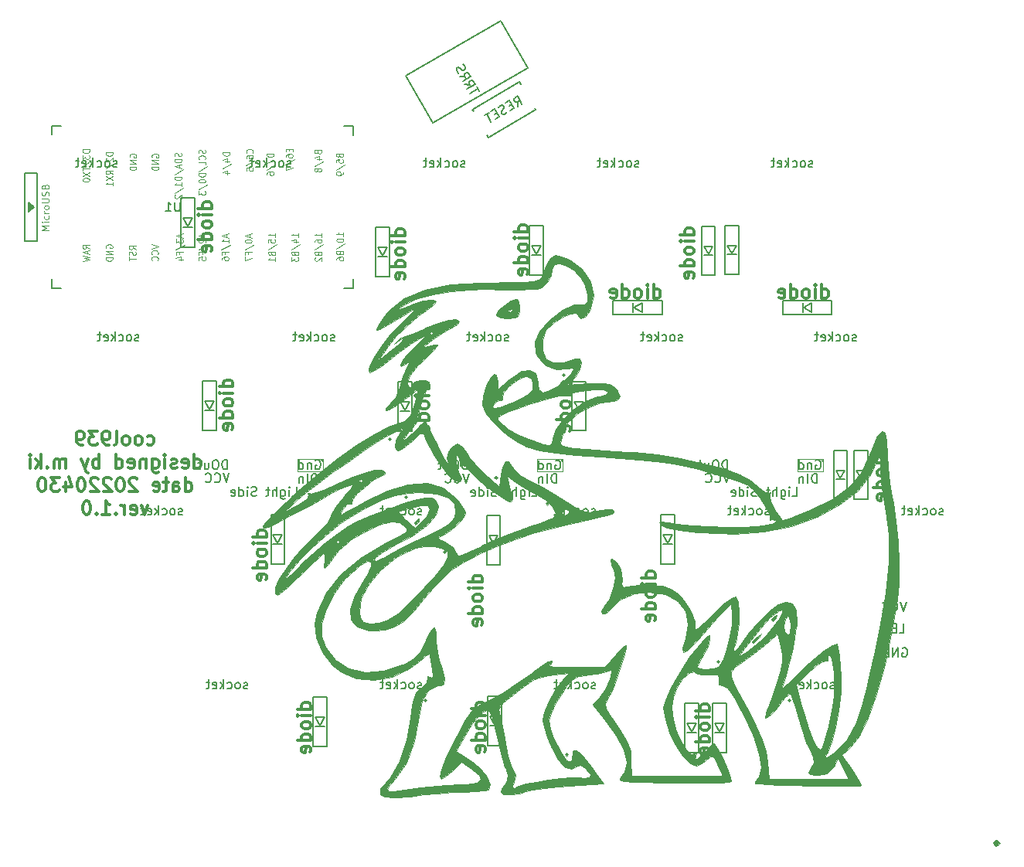
<source format=gbr>
G04 #@! TF.GenerationSoftware,KiCad,Pcbnew,(5.1.6-0-10_14)*
G04 #@! TF.CreationDate,2022-05-03T20:52:28+09:00*
G04 #@! TF.ProjectId,cool939,636f6f6c-3933-4392-9e6b-696361645f70,rev?*
G04 #@! TF.SameCoordinates,Original*
G04 #@! TF.FileFunction,Legend,Bot*
G04 #@! TF.FilePolarity,Positive*
%FSLAX46Y46*%
G04 Gerber Fmt 4.6, Leading zero omitted, Abs format (unit mm)*
G04 Created by KiCad (PCBNEW (5.1.6-0-10_14)) date 2022-05-03 20:52:28*
%MOMM*%
%LPD*%
G01*
G04 APERTURE LIST*
%ADD10C,0.300000*%
%ADD11C,0.150000*%
%ADD12C,0.100000*%
%ADD13C,0.010000*%
%ADD14C,0.120000*%
%ADD15C,0.125000*%
G04 APERTURE END LIST*
D10*
X106345714Y-9598571D02*
X106345714Y-8098571D01*
X106345714Y-9527142D02*
X106488571Y-9598571D01*
X106774285Y-9598571D01*
X106917142Y-9527142D01*
X106988571Y-9455714D01*
X107060000Y-9312857D01*
X107060000Y-8884285D01*
X106988571Y-8741428D01*
X106917142Y-8670000D01*
X106774285Y-8598571D01*
X106488571Y-8598571D01*
X106345714Y-8670000D01*
X105631428Y-9598571D02*
X105631428Y-8598571D01*
X105631428Y-8098571D02*
X105702857Y-8170000D01*
X105631428Y-8241428D01*
X105560000Y-8170000D01*
X105631428Y-8098571D01*
X105631428Y-8241428D01*
X104702857Y-9598571D02*
X104845714Y-9527142D01*
X104917142Y-9455714D01*
X104988571Y-9312857D01*
X104988571Y-8884285D01*
X104917142Y-8741428D01*
X104845714Y-8670000D01*
X104702857Y-8598571D01*
X104488571Y-8598571D01*
X104345714Y-8670000D01*
X104274285Y-8741428D01*
X104202857Y-8884285D01*
X104202857Y-9312857D01*
X104274285Y-9455714D01*
X104345714Y-9527142D01*
X104488571Y-9598571D01*
X104702857Y-9598571D01*
X102917142Y-9598571D02*
X102917142Y-8098571D01*
X102917142Y-9527142D02*
X103060000Y-9598571D01*
X103345714Y-9598571D01*
X103488571Y-9527142D01*
X103560000Y-9455714D01*
X103631428Y-9312857D01*
X103631428Y-8884285D01*
X103560000Y-8741428D01*
X103488571Y-8670000D01*
X103345714Y-8598571D01*
X103060000Y-8598571D01*
X102917142Y-8670000D01*
X101631428Y-9527142D02*
X101774285Y-9598571D01*
X102060000Y-9598571D01*
X102202857Y-9527142D01*
X102274285Y-9384285D01*
X102274285Y-8812857D01*
X102202857Y-8670000D01*
X102060000Y-8598571D01*
X101774285Y-8598571D01*
X101631428Y-8670000D01*
X101560000Y-8812857D01*
X101560000Y-8955714D01*
X102274285Y-9098571D01*
X74098571Y-2294285D02*
X72598571Y-2294285D01*
X74027142Y-2294285D02*
X74098571Y-2151428D01*
X74098571Y-1865714D01*
X74027142Y-1722857D01*
X73955714Y-1651428D01*
X73812857Y-1580000D01*
X73384285Y-1580000D01*
X73241428Y-1651428D01*
X73170000Y-1722857D01*
X73098571Y-1865714D01*
X73098571Y-2151428D01*
X73170000Y-2294285D01*
X74098571Y-3008571D02*
X73098571Y-3008571D01*
X72598571Y-3008571D02*
X72670000Y-2937142D01*
X72741428Y-3008571D01*
X72670000Y-3080000D01*
X72598571Y-3008571D01*
X72741428Y-3008571D01*
X74098571Y-3937142D02*
X74027142Y-3794285D01*
X73955714Y-3722857D01*
X73812857Y-3651428D01*
X73384285Y-3651428D01*
X73241428Y-3722857D01*
X73170000Y-3794285D01*
X73098571Y-3937142D01*
X73098571Y-4151428D01*
X73170000Y-4294285D01*
X73241428Y-4365714D01*
X73384285Y-4437142D01*
X73812857Y-4437142D01*
X73955714Y-4365714D01*
X74027142Y-4294285D01*
X74098571Y-4151428D01*
X74098571Y-3937142D01*
X74098571Y-5722857D02*
X72598571Y-5722857D01*
X74027142Y-5722857D02*
X74098571Y-5580000D01*
X74098571Y-5294285D01*
X74027142Y-5151428D01*
X73955714Y-5080000D01*
X73812857Y-5008571D01*
X73384285Y-5008571D01*
X73241428Y-5080000D01*
X73170000Y-5151428D01*
X73098571Y-5294285D01*
X73098571Y-5580000D01*
X73170000Y-5722857D01*
X74027142Y-7008571D02*
X74098571Y-6865714D01*
X74098571Y-6580000D01*
X74027142Y-6437142D01*
X73884285Y-6365714D01*
X73312857Y-6365714D01*
X73170000Y-6437142D01*
X73098571Y-6580000D01*
X73098571Y-6865714D01*
X73170000Y-7008571D01*
X73312857Y-7080000D01*
X73455714Y-7080000D01*
X73598571Y-6365714D01*
X94028571Y-54804285D02*
X92528571Y-54804285D01*
X93957142Y-54804285D02*
X94028571Y-54661428D01*
X94028571Y-54375714D01*
X93957142Y-54232857D01*
X93885714Y-54161428D01*
X93742857Y-54090000D01*
X93314285Y-54090000D01*
X93171428Y-54161428D01*
X93100000Y-54232857D01*
X93028571Y-54375714D01*
X93028571Y-54661428D01*
X93100000Y-54804285D01*
X94028571Y-55518571D02*
X93028571Y-55518571D01*
X92528571Y-55518571D02*
X92600000Y-55447142D01*
X92671428Y-55518571D01*
X92600000Y-55590000D01*
X92528571Y-55518571D01*
X92671428Y-55518571D01*
X94028571Y-56447142D02*
X93957142Y-56304285D01*
X93885714Y-56232857D01*
X93742857Y-56161428D01*
X93314285Y-56161428D01*
X93171428Y-56232857D01*
X93100000Y-56304285D01*
X93028571Y-56447142D01*
X93028571Y-56661428D01*
X93100000Y-56804285D01*
X93171428Y-56875714D01*
X93314285Y-56947142D01*
X93742857Y-56947142D01*
X93885714Y-56875714D01*
X93957142Y-56804285D01*
X94028571Y-56661428D01*
X94028571Y-56447142D01*
X94028571Y-58232857D02*
X92528571Y-58232857D01*
X93957142Y-58232857D02*
X94028571Y-58090000D01*
X94028571Y-57804285D01*
X93957142Y-57661428D01*
X93885714Y-57590000D01*
X93742857Y-57518571D01*
X93314285Y-57518571D01*
X93171428Y-57590000D01*
X93100000Y-57661428D01*
X93028571Y-57804285D01*
X93028571Y-58090000D01*
X93100000Y-58232857D01*
X93957142Y-59518571D02*
X94028571Y-59375714D01*
X94028571Y-59090000D01*
X93957142Y-58947142D01*
X93814285Y-58875714D01*
X93242857Y-58875714D01*
X93100000Y-58947142D01*
X93028571Y-59090000D01*
X93028571Y-59375714D01*
X93100000Y-59518571D01*
X93242857Y-59590000D01*
X93385714Y-59590000D01*
X93528571Y-58875714D01*
X78758571Y-19494285D02*
X77258571Y-19494285D01*
X78687142Y-19494285D02*
X78758571Y-19351428D01*
X78758571Y-19065714D01*
X78687142Y-18922857D01*
X78615714Y-18851428D01*
X78472857Y-18780000D01*
X78044285Y-18780000D01*
X77901428Y-18851428D01*
X77830000Y-18922857D01*
X77758571Y-19065714D01*
X77758571Y-19351428D01*
X77830000Y-19494285D01*
X78758571Y-20208571D02*
X77758571Y-20208571D01*
X77258571Y-20208571D02*
X77330000Y-20137142D01*
X77401428Y-20208571D01*
X77330000Y-20280000D01*
X77258571Y-20208571D01*
X77401428Y-20208571D01*
X78758571Y-21137142D02*
X78687142Y-20994285D01*
X78615714Y-20922857D01*
X78472857Y-20851428D01*
X78044285Y-20851428D01*
X77901428Y-20922857D01*
X77830000Y-20994285D01*
X77758571Y-21137142D01*
X77758571Y-21351428D01*
X77830000Y-21494285D01*
X77901428Y-21565714D01*
X78044285Y-21637142D01*
X78472857Y-21637142D01*
X78615714Y-21565714D01*
X78687142Y-21494285D01*
X78758571Y-21351428D01*
X78758571Y-21137142D01*
X78758571Y-22922857D02*
X77258571Y-22922857D01*
X78687142Y-22922857D02*
X78758571Y-22780000D01*
X78758571Y-22494285D01*
X78687142Y-22351428D01*
X78615714Y-22280000D01*
X78472857Y-22208571D01*
X78044285Y-22208571D01*
X77901428Y-22280000D01*
X77830000Y-22351428D01*
X77758571Y-22494285D01*
X77758571Y-22780000D01*
X77830000Y-22922857D01*
X78687142Y-24208571D02*
X78758571Y-24065714D01*
X78758571Y-23780000D01*
X78687142Y-23637142D01*
X78544285Y-23565714D01*
X77972857Y-23565714D01*
X77830000Y-23637142D01*
X77758571Y-23780000D01*
X77758571Y-24065714D01*
X77830000Y-24208571D01*
X77972857Y-24280000D01*
X78115714Y-24280000D01*
X78258571Y-23565714D01*
X113438571Y-26964285D02*
X111938571Y-26964285D01*
X113367142Y-26964285D02*
X113438571Y-26821428D01*
X113438571Y-26535714D01*
X113367142Y-26392857D01*
X113295714Y-26321428D01*
X113152857Y-26250000D01*
X112724285Y-26250000D01*
X112581428Y-26321428D01*
X112510000Y-26392857D01*
X112438571Y-26535714D01*
X112438571Y-26821428D01*
X112510000Y-26964285D01*
X113438571Y-27678571D02*
X112438571Y-27678571D01*
X111938571Y-27678571D02*
X112010000Y-27607142D01*
X112081428Y-27678571D01*
X112010000Y-27750000D01*
X111938571Y-27678571D01*
X112081428Y-27678571D01*
X113438571Y-28607142D02*
X113367142Y-28464285D01*
X113295714Y-28392857D01*
X113152857Y-28321428D01*
X112724285Y-28321428D01*
X112581428Y-28392857D01*
X112510000Y-28464285D01*
X112438571Y-28607142D01*
X112438571Y-28821428D01*
X112510000Y-28964285D01*
X112581428Y-29035714D01*
X112724285Y-29107142D01*
X113152857Y-29107142D01*
X113295714Y-29035714D01*
X113367142Y-28964285D01*
X113438571Y-28821428D01*
X113438571Y-28607142D01*
X113438571Y-30392857D02*
X111938571Y-30392857D01*
X113367142Y-30392857D02*
X113438571Y-30250000D01*
X113438571Y-29964285D01*
X113367142Y-29821428D01*
X113295714Y-29750000D01*
X113152857Y-29678571D01*
X112724285Y-29678571D01*
X112581428Y-29750000D01*
X112510000Y-29821428D01*
X112438571Y-29964285D01*
X112438571Y-30250000D01*
X112510000Y-30392857D01*
X113367142Y-31678571D02*
X113438571Y-31535714D01*
X113438571Y-31250000D01*
X113367142Y-31107142D01*
X113224285Y-31035714D01*
X112652857Y-31035714D01*
X112510000Y-31107142D01*
X112438571Y-31250000D01*
X112438571Y-31535714D01*
X112510000Y-31678571D01*
X112652857Y-31750000D01*
X112795714Y-31750000D01*
X112938571Y-31035714D01*
X32435714Y-25602142D02*
X32578571Y-25673571D01*
X32864285Y-25673571D01*
X33007142Y-25602142D01*
X33078571Y-25530714D01*
X33150000Y-25387857D01*
X33150000Y-24959285D01*
X33078571Y-24816428D01*
X33007142Y-24745000D01*
X32864285Y-24673571D01*
X32578571Y-24673571D01*
X32435714Y-24745000D01*
X31578571Y-25673571D02*
X31721428Y-25602142D01*
X31792857Y-25530714D01*
X31864285Y-25387857D01*
X31864285Y-24959285D01*
X31792857Y-24816428D01*
X31721428Y-24745000D01*
X31578571Y-24673571D01*
X31364285Y-24673571D01*
X31221428Y-24745000D01*
X31150000Y-24816428D01*
X31078571Y-24959285D01*
X31078571Y-25387857D01*
X31150000Y-25530714D01*
X31221428Y-25602142D01*
X31364285Y-25673571D01*
X31578571Y-25673571D01*
X30221428Y-25673571D02*
X30364285Y-25602142D01*
X30435714Y-25530714D01*
X30507142Y-25387857D01*
X30507142Y-24959285D01*
X30435714Y-24816428D01*
X30364285Y-24745000D01*
X30221428Y-24673571D01*
X30007142Y-24673571D01*
X29864285Y-24745000D01*
X29792857Y-24816428D01*
X29721428Y-24959285D01*
X29721428Y-25387857D01*
X29792857Y-25530714D01*
X29864285Y-25602142D01*
X30007142Y-25673571D01*
X30221428Y-25673571D01*
X28864285Y-25673571D02*
X29007142Y-25602142D01*
X29078571Y-25459285D01*
X29078571Y-24173571D01*
X28221428Y-25673571D02*
X27935714Y-25673571D01*
X27792857Y-25602142D01*
X27721428Y-25530714D01*
X27578571Y-25316428D01*
X27507142Y-25030714D01*
X27507142Y-24459285D01*
X27578571Y-24316428D01*
X27650000Y-24245000D01*
X27792857Y-24173571D01*
X28078571Y-24173571D01*
X28221428Y-24245000D01*
X28292857Y-24316428D01*
X28364285Y-24459285D01*
X28364285Y-24816428D01*
X28292857Y-24959285D01*
X28221428Y-25030714D01*
X28078571Y-25102142D01*
X27792857Y-25102142D01*
X27650000Y-25030714D01*
X27578571Y-24959285D01*
X27507142Y-24816428D01*
X27007142Y-24173571D02*
X26078571Y-24173571D01*
X26578571Y-24745000D01*
X26364285Y-24745000D01*
X26221428Y-24816428D01*
X26150000Y-24887857D01*
X26078571Y-25030714D01*
X26078571Y-25387857D01*
X26150000Y-25530714D01*
X26221428Y-25602142D01*
X26364285Y-25673571D01*
X26792857Y-25673571D01*
X26935714Y-25602142D01*
X27007142Y-25530714D01*
X25364285Y-25673571D02*
X25078571Y-25673571D01*
X24935714Y-25602142D01*
X24864285Y-25530714D01*
X24721428Y-25316428D01*
X24650000Y-25030714D01*
X24650000Y-24459285D01*
X24721428Y-24316428D01*
X24792857Y-24245000D01*
X24935714Y-24173571D01*
X25221428Y-24173571D01*
X25364285Y-24245000D01*
X25435714Y-24316428D01*
X25507142Y-24459285D01*
X25507142Y-24816428D01*
X25435714Y-24959285D01*
X25364285Y-25030714D01*
X25221428Y-25102142D01*
X24935714Y-25102142D01*
X24792857Y-25030714D01*
X24721428Y-24959285D01*
X24650000Y-24816428D01*
X37578571Y-28223571D02*
X37578571Y-26723571D01*
X37578571Y-28152142D02*
X37721428Y-28223571D01*
X38007142Y-28223571D01*
X38150000Y-28152142D01*
X38221428Y-28080714D01*
X38292857Y-27937857D01*
X38292857Y-27509285D01*
X38221428Y-27366428D01*
X38150000Y-27295000D01*
X38007142Y-27223571D01*
X37721428Y-27223571D01*
X37578571Y-27295000D01*
X36292857Y-28152142D02*
X36435714Y-28223571D01*
X36721428Y-28223571D01*
X36864285Y-28152142D01*
X36935714Y-28009285D01*
X36935714Y-27437857D01*
X36864285Y-27295000D01*
X36721428Y-27223571D01*
X36435714Y-27223571D01*
X36292857Y-27295000D01*
X36221428Y-27437857D01*
X36221428Y-27580714D01*
X36935714Y-27723571D01*
X35650000Y-28152142D02*
X35507142Y-28223571D01*
X35221428Y-28223571D01*
X35078571Y-28152142D01*
X35007142Y-28009285D01*
X35007142Y-27937857D01*
X35078571Y-27795000D01*
X35221428Y-27723571D01*
X35435714Y-27723571D01*
X35578571Y-27652142D01*
X35650000Y-27509285D01*
X35650000Y-27437857D01*
X35578571Y-27295000D01*
X35435714Y-27223571D01*
X35221428Y-27223571D01*
X35078571Y-27295000D01*
X34364285Y-28223571D02*
X34364285Y-27223571D01*
X34364285Y-26723571D02*
X34435714Y-26795000D01*
X34364285Y-26866428D01*
X34292857Y-26795000D01*
X34364285Y-26723571D01*
X34364285Y-26866428D01*
X33007142Y-27223571D02*
X33007142Y-28437857D01*
X33078571Y-28580714D01*
X33150000Y-28652142D01*
X33292857Y-28723571D01*
X33507142Y-28723571D01*
X33650000Y-28652142D01*
X33007142Y-28152142D02*
X33150000Y-28223571D01*
X33435714Y-28223571D01*
X33578571Y-28152142D01*
X33650000Y-28080714D01*
X33721428Y-27937857D01*
X33721428Y-27509285D01*
X33650000Y-27366428D01*
X33578571Y-27295000D01*
X33435714Y-27223571D01*
X33150000Y-27223571D01*
X33007142Y-27295000D01*
X32292857Y-27223571D02*
X32292857Y-28223571D01*
X32292857Y-27366428D02*
X32221428Y-27295000D01*
X32078571Y-27223571D01*
X31864285Y-27223571D01*
X31721428Y-27295000D01*
X31650000Y-27437857D01*
X31650000Y-28223571D01*
X30364285Y-28152142D02*
X30507142Y-28223571D01*
X30792857Y-28223571D01*
X30935714Y-28152142D01*
X31007142Y-28009285D01*
X31007142Y-27437857D01*
X30935714Y-27295000D01*
X30792857Y-27223571D01*
X30507142Y-27223571D01*
X30364285Y-27295000D01*
X30292857Y-27437857D01*
X30292857Y-27580714D01*
X31007142Y-27723571D01*
X29007142Y-28223571D02*
X29007142Y-26723571D01*
X29007142Y-28152142D02*
X29150000Y-28223571D01*
X29435714Y-28223571D01*
X29578571Y-28152142D01*
X29650000Y-28080714D01*
X29721428Y-27937857D01*
X29721428Y-27509285D01*
X29650000Y-27366428D01*
X29578571Y-27295000D01*
X29435714Y-27223571D01*
X29150000Y-27223571D01*
X29007142Y-27295000D01*
X27150000Y-28223571D02*
X27150000Y-26723571D01*
X27150000Y-27295000D02*
X27007142Y-27223571D01*
X26721428Y-27223571D01*
X26578571Y-27295000D01*
X26507142Y-27366428D01*
X26435714Y-27509285D01*
X26435714Y-27937857D01*
X26507142Y-28080714D01*
X26578571Y-28152142D01*
X26721428Y-28223571D01*
X27007142Y-28223571D01*
X27150000Y-28152142D01*
X25935714Y-27223571D02*
X25578571Y-28223571D01*
X25221428Y-27223571D02*
X25578571Y-28223571D01*
X25721428Y-28580714D01*
X25792857Y-28652142D01*
X25935714Y-28723571D01*
X23507142Y-28223571D02*
X23507142Y-27223571D01*
X23507142Y-27366428D02*
X23435714Y-27295000D01*
X23292857Y-27223571D01*
X23078571Y-27223571D01*
X22935714Y-27295000D01*
X22864285Y-27437857D01*
X22864285Y-28223571D01*
X22864285Y-27437857D02*
X22792857Y-27295000D01*
X22650000Y-27223571D01*
X22435714Y-27223571D01*
X22292857Y-27295000D01*
X22221428Y-27437857D01*
X22221428Y-28223571D01*
X21507142Y-28080714D02*
X21435714Y-28152142D01*
X21507142Y-28223571D01*
X21578571Y-28152142D01*
X21507142Y-28080714D01*
X21507142Y-28223571D01*
X20792857Y-28223571D02*
X20792857Y-26723571D01*
X20650000Y-27652142D02*
X20221428Y-28223571D01*
X20221428Y-27223571D02*
X20792857Y-27795000D01*
X19578571Y-28223571D02*
X19578571Y-27223571D01*
X19578571Y-26723571D02*
X19650000Y-26795000D01*
X19578571Y-26866428D01*
X19507142Y-26795000D01*
X19578571Y-26723571D01*
X19578571Y-26866428D01*
X36614285Y-30773571D02*
X36614285Y-29273571D01*
X36614285Y-30702142D02*
X36757142Y-30773571D01*
X37042857Y-30773571D01*
X37185714Y-30702142D01*
X37257142Y-30630714D01*
X37328571Y-30487857D01*
X37328571Y-30059285D01*
X37257142Y-29916428D01*
X37185714Y-29845000D01*
X37042857Y-29773571D01*
X36757142Y-29773571D01*
X36614285Y-29845000D01*
X35257142Y-30773571D02*
X35257142Y-29987857D01*
X35328571Y-29845000D01*
X35471428Y-29773571D01*
X35757142Y-29773571D01*
X35900000Y-29845000D01*
X35257142Y-30702142D02*
X35400000Y-30773571D01*
X35757142Y-30773571D01*
X35900000Y-30702142D01*
X35971428Y-30559285D01*
X35971428Y-30416428D01*
X35900000Y-30273571D01*
X35757142Y-30202142D01*
X35400000Y-30202142D01*
X35257142Y-30130714D01*
X34757142Y-29773571D02*
X34185714Y-29773571D01*
X34542857Y-29273571D02*
X34542857Y-30559285D01*
X34471428Y-30702142D01*
X34328571Y-30773571D01*
X34185714Y-30773571D01*
X33114285Y-30702142D02*
X33257142Y-30773571D01*
X33542857Y-30773571D01*
X33685714Y-30702142D01*
X33757142Y-30559285D01*
X33757142Y-29987857D01*
X33685714Y-29845000D01*
X33542857Y-29773571D01*
X33257142Y-29773571D01*
X33114285Y-29845000D01*
X33042857Y-29987857D01*
X33042857Y-30130714D01*
X33757142Y-30273571D01*
X31328571Y-29416428D02*
X31257142Y-29345000D01*
X31114285Y-29273571D01*
X30757142Y-29273571D01*
X30614285Y-29345000D01*
X30542857Y-29416428D01*
X30471428Y-29559285D01*
X30471428Y-29702142D01*
X30542857Y-29916428D01*
X31400000Y-30773571D01*
X30471428Y-30773571D01*
X29542857Y-29273571D02*
X29400000Y-29273571D01*
X29257142Y-29345000D01*
X29185714Y-29416428D01*
X29114285Y-29559285D01*
X29042857Y-29845000D01*
X29042857Y-30202142D01*
X29114285Y-30487857D01*
X29185714Y-30630714D01*
X29257142Y-30702142D01*
X29400000Y-30773571D01*
X29542857Y-30773571D01*
X29685714Y-30702142D01*
X29757142Y-30630714D01*
X29828571Y-30487857D01*
X29900000Y-30202142D01*
X29900000Y-29845000D01*
X29828571Y-29559285D01*
X29757142Y-29416428D01*
X29685714Y-29345000D01*
X29542857Y-29273571D01*
X28471428Y-29416428D02*
X28400000Y-29345000D01*
X28257142Y-29273571D01*
X27900000Y-29273571D01*
X27757142Y-29345000D01*
X27685714Y-29416428D01*
X27614285Y-29559285D01*
X27614285Y-29702142D01*
X27685714Y-29916428D01*
X28542857Y-30773571D01*
X27614285Y-30773571D01*
X27042857Y-29416428D02*
X26971428Y-29345000D01*
X26828571Y-29273571D01*
X26471428Y-29273571D01*
X26328571Y-29345000D01*
X26257142Y-29416428D01*
X26185714Y-29559285D01*
X26185714Y-29702142D01*
X26257142Y-29916428D01*
X27114285Y-30773571D01*
X26185714Y-30773571D01*
X25257142Y-29273571D02*
X25114285Y-29273571D01*
X24971428Y-29345000D01*
X24900000Y-29416428D01*
X24828571Y-29559285D01*
X24757142Y-29845000D01*
X24757142Y-30202142D01*
X24828571Y-30487857D01*
X24900000Y-30630714D01*
X24971428Y-30702142D01*
X25114285Y-30773571D01*
X25257142Y-30773571D01*
X25400000Y-30702142D01*
X25471428Y-30630714D01*
X25542857Y-30487857D01*
X25614285Y-30202142D01*
X25614285Y-29845000D01*
X25542857Y-29559285D01*
X25471428Y-29416428D01*
X25400000Y-29345000D01*
X25257142Y-29273571D01*
X23471428Y-29773571D02*
X23471428Y-30773571D01*
X23828571Y-29202142D02*
X24185714Y-30273571D01*
X23257142Y-30273571D01*
X22828571Y-29273571D02*
X21900000Y-29273571D01*
X22400000Y-29845000D01*
X22185714Y-29845000D01*
X22042857Y-29916428D01*
X21971428Y-29987857D01*
X21900000Y-30130714D01*
X21900000Y-30487857D01*
X21971428Y-30630714D01*
X22042857Y-30702142D01*
X22185714Y-30773571D01*
X22614285Y-30773571D01*
X22757142Y-30702142D01*
X22828571Y-30630714D01*
X20971428Y-29273571D02*
X20828571Y-29273571D01*
X20685714Y-29345000D01*
X20614285Y-29416428D01*
X20542857Y-29559285D01*
X20471428Y-29845000D01*
X20471428Y-30202142D01*
X20542857Y-30487857D01*
X20614285Y-30630714D01*
X20685714Y-30702142D01*
X20828571Y-30773571D01*
X20971428Y-30773571D01*
X21114285Y-30702142D01*
X21185714Y-30630714D01*
X21257142Y-30487857D01*
X21328571Y-30202142D01*
X21328571Y-29845000D01*
X21257142Y-29559285D01*
X21185714Y-29416428D01*
X21114285Y-29345000D01*
X20971428Y-29273571D01*
X32507142Y-32323571D02*
X32150000Y-33323571D01*
X31792857Y-32323571D01*
X30650000Y-33252142D02*
X30792857Y-33323571D01*
X31078571Y-33323571D01*
X31221428Y-33252142D01*
X31292857Y-33109285D01*
X31292857Y-32537857D01*
X31221428Y-32395000D01*
X31078571Y-32323571D01*
X30792857Y-32323571D01*
X30650000Y-32395000D01*
X30578571Y-32537857D01*
X30578571Y-32680714D01*
X31292857Y-32823571D01*
X29935714Y-33323571D02*
X29935714Y-32323571D01*
X29935714Y-32609285D02*
X29864285Y-32466428D01*
X29792857Y-32395000D01*
X29650000Y-32323571D01*
X29507142Y-32323571D01*
X29007142Y-33180714D02*
X28935714Y-33252142D01*
X29007142Y-33323571D01*
X29078571Y-33252142D01*
X29007142Y-33180714D01*
X29007142Y-33323571D01*
X27507142Y-33323571D02*
X28364285Y-33323571D01*
X27935714Y-33323571D02*
X27935714Y-31823571D01*
X28078571Y-32037857D01*
X28221428Y-32180714D01*
X28364285Y-32252142D01*
X26864285Y-33180714D02*
X26792857Y-33252142D01*
X26864285Y-33323571D01*
X26935714Y-33252142D01*
X26864285Y-33180714D01*
X26864285Y-33323571D01*
X25864285Y-31823571D02*
X25721428Y-31823571D01*
X25578571Y-31895000D01*
X25507142Y-31966428D01*
X25435714Y-32109285D01*
X25364285Y-32395000D01*
X25364285Y-32752142D01*
X25435714Y-33037857D01*
X25507142Y-33180714D01*
X25578571Y-33252142D01*
X25721428Y-33323571D01*
X25864285Y-33323571D01*
X26007142Y-33252142D01*
X26078571Y-33180714D01*
X26150000Y-33037857D01*
X26221428Y-32752142D01*
X26221428Y-32395000D01*
X26150000Y-32109285D01*
X26078571Y-31966428D01*
X26007142Y-31895000D01*
X25864285Y-31823571D01*
X69148571Y-40684285D02*
X67648571Y-40684285D01*
X69077142Y-40684285D02*
X69148571Y-40541428D01*
X69148571Y-40255714D01*
X69077142Y-40112857D01*
X69005714Y-40041428D01*
X68862857Y-39970000D01*
X68434285Y-39970000D01*
X68291428Y-40041428D01*
X68220000Y-40112857D01*
X68148571Y-40255714D01*
X68148571Y-40541428D01*
X68220000Y-40684285D01*
X69148571Y-41398571D02*
X68148571Y-41398571D01*
X67648571Y-41398571D02*
X67720000Y-41327142D01*
X67791428Y-41398571D01*
X67720000Y-41470000D01*
X67648571Y-41398571D01*
X67791428Y-41398571D01*
X69148571Y-42327142D02*
X69077142Y-42184285D01*
X69005714Y-42112857D01*
X68862857Y-42041428D01*
X68434285Y-42041428D01*
X68291428Y-42112857D01*
X68220000Y-42184285D01*
X68148571Y-42327142D01*
X68148571Y-42541428D01*
X68220000Y-42684285D01*
X68291428Y-42755714D01*
X68434285Y-42827142D01*
X68862857Y-42827142D01*
X69005714Y-42755714D01*
X69077142Y-42684285D01*
X69148571Y-42541428D01*
X69148571Y-42327142D01*
X69148571Y-44112857D02*
X67648571Y-44112857D01*
X69077142Y-44112857D02*
X69148571Y-43970000D01*
X69148571Y-43684285D01*
X69077142Y-43541428D01*
X69005714Y-43470000D01*
X68862857Y-43398571D01*
X68434285Y-43398571D01*
X68291428Y-43470000D01*
X68220000Y-43541428D01*
X68148571Y-43684285D01*
X68148571Y-43970000D01*
X68220000Y-44112857D01*
X69077142Y-45398571D02*
X69148571Y-45255714D01*
X69148571Y-44970000D01*
X69077142Y-44827142D01*
X68934285Y-44755714D01*
X68362857Y-44755714D01*
X68220000Y-44827142D01*
X68148571Y-44970000D01*
X68148571Y-45255714D01*
X68220000Y-45398571D01*
X68362857Y-45470000D01*
X68505714Y-45470000D01*
X68648571Y-44755714D01*
X39508571Y235714D02*
X38008571Y235714D01*
X39437142Y235714D02*
X39508571Y378571D01*
X39508571Y664285D01*
X39437142Y807142D01*
X39365714Y878571D01*
X39222857Y950000D01*
X38794285Y950000D01*
X38651428Y878571D01*
X38580000Y807142D01*
X38508571Y664285D01*
X38508571Y378571D01*
X38580000Y235714D01*
X39508571Y-478571D02*
X38508571Y-478571D01*
X38008571Y-478571D02*
X38080000Y-407142D01*
X38151428Y-478571D01*
X38080000Y-550000D01*
X38008571Y-478571D01*
X38151428Y-478571D01*
X39508571Y-1407142D02*
X39437142Y-1264285D01*
X39365714Y-1192857D01*
X39222857Y-1121428D01*
X38794285Y-1121428D01*
X38651428Y-1192857D01*
X38580000Y-1264285D01*
X38508571Y-1407142D01*
X38508571Y-1621428D01*
X38580000Y-1764285D01*
X38651428Y-1835714D01*
X38794285Y-1907142D01*
X39222857Y-1907142D01*
X39365714Y-1835714D01*
X39437142Y-1764285D01*
X39508571Y-1621428D01*
X39508571Y-1407142D01*
X39508571Y-3192857D02*
X38008571Y-3192857D01*
X39437142Y-3192857D02*
X39508571Y-3050000D01*
X39508571Y-2764285D01*
X39437142Y-2621428D01*
X39365714Y-2550000D01*
X39222857Y-2478571D01*
X38794285Y-2478571D01*
X38651428Y-2550000D01*
X38580000Y-2621428D01*
X38508571Y-2764285D01*
X38508571Y-3050000D01*
X38580000Y-3192857D01*
X39437142Y-4478571D02*
X39508571Y-4335714D01*
X39508571Y-4050000D01*
X39437142Y-3907142D01*
X39294285Y-3835714D01*
X38722857Y-3835714D01*
X38580000Y-3907142D01*
X38508571Y-4050000D01*
X38508571Y-4335714D01*
X38580000Y-4478571D01*
X38722857Y-4550000D01*
X38865714Y-4550000D01*
X39008571Y-3835714D01*
X60638571Y-2744285D02*
X59138571Y-2744285D01*
X60567142Y-2744285D02*
X60638571Y-2601428D01*
X60638571Y-2315714D01*
X60567142Y-2172857D01*
X60495714Y-2101428D01*
X60352857Y-2030000D01*
X59924285Y-2030000D01*
X59781428Y-2101428D01*
X59710000Y-2172857D01*
X59638571Y-2315714D01*
X59638571Y-2601428D01*
X59710000Y-2744285D01*
X60638571Y-3458571D02*
X59638571Y-3458571D01*
X59138571Y-3458571D02*
X59210000Y-3387142D01*
X59281428Y-3458571D01*
X59210000Y-3530000D01*
X59138571Y-3458571D01*
X59281428Y-3458571D01*
X60638571Y-4387142D02*
X60567142Y-4244285D01*
X60495714Y-4172857D01*
X60352857Y-4101428D01*
X59924285Y-4101428D01*
X59781428Y-4172857D01*
X59710000Y-4244285D01*
X59638571Y-4387142D01*
X59638571Y-4601428D01*
X59710000Y-4744285D01*
X59781428Y-4815714D01*
X59924285Y-4887142D01*
X60352857Y-4887142D01*
X60495714Y-4815714D01*
X60567142Y-4744285D01*
X60638571Y-4601428D01*
X60638571Y-4387142D01*
X60638571Y-6172857D02*
X59138571Y-6172857D01*
X60567142Y-6172857D02*
X60638571Y-6030000D01*
X60638571Y-5744285D01*
X60567142Y-5601428D01*
X60495714Y-5530000D01*
X60352857Y-5458571D01*
X59924285Y-5458571D01*
X59781428Y-5530000D01*
X59710000Y-5601428D01*
X59638571Y-5744285D01*
X59638571Y-6030000D01*
X59710000Y-6172857D01*
X60567142Y-7458571D02*
X60638571Y-7315714D01*
X60638571Y-7030000D01*
X60567142Y-6887142D01*
X60424285Y-6815714D01*
X59852857Y-6815714D01*
X59710000Y-6887142D01*
X59638571Y-7030000D01*
X59638571Y-7315714D01*
X59710000Y-7458571D01*
X59852857Y-7530000D01*
X59995714Y-7530000D01*
X60138571Y-6815714D01*
X87925714Y-9578571D02*
X87925714Y-8078571D01*
X87925714Y-9507142D02*
X88068571Y-9578571D01*
X88354285Y-9578571D01*
X88497142Y-9507142D01*
X88568571Y-9435714D01*
X88640000Y-9292857D01*
X88640000Y-8864285D01*
X88568571Y-8721428D01*
X88497142Y-8650000D01*
X88354285Y-8578571D01*
X88068571Y-8578571D01*
X87925714Y-8650000D01*
X87211428Y-9578571D02*
X87211428Y-8578571D01*
X87211428Y-8078571D02*
X87282857Y-8150000D01*
X87211428Y-8221428D01*
X87140000Y-8150000D01*
X87211428Y-8078571D01*
X87211428Y-8221428D01*
X86282857Y-9578571D02*
X86425714Y-9507142D01*
X86497142Y-9435714D01*
X86568571Y-9292857D01*
X86568571Y-8864285D01*
X86497142Y-8721428D01*
X86425714Y-8650000D01*
X86282857Y-8578571D01*
X86068571Y-8578571D01*
X85925714Y-8650000D01*
X85854285Y-8721428D01*
X85782857Y-8864285D01*
X85782857Y-9292857D01*
X85854285Y-9435714D01*
X85925714Y-9507142D01*
X86068571Y-9578571D01*
X86282857Y-9578571D01*
X84497142Y-9578571D02*
X84497142Y-8078571D01*
X84497142Y-9507142D02*
X84640000Y-9578571D01*
X84925714Y-9578571D01*
X85068571Y-9507142D01*
X85140000Y-9435714D01*
X85211428Y-9292857D01*
X85211428Y-8864285D01*
X85140000Y-8721428D01*
X85068571Y-8650000D01*
X84925714Y-8578571D01*
X84640000Y-8578571D01*
X84497142Y-8650000D01*
X83211428Y-9507142D02*
X83354285Y-9578571D01*
X83640000Y-9578571D01*
X83782857Y-9507142D01*
X83854285Y-9364285D01*
X83854285Y-8792857D01*
X83782857Y-8650000D01*
X83640000Y-8578571D01*
X83354285Y-8578571D01*
X83211428Y-8650000D01*
X83140000Y-8792857D01*
X83140000Y-8935714D01*
X83854285Y-9078571D01*
X63258571Y-19534285D02*
X61758571Y-19534285D01*
X63187142Y-19534285D02*
X63258571Y-19391428D01*
X63258571Y-19105714D01*
X63187142Y-18962857D01*
X63115714Y-18891428D01*
X62972857Y-18820000D01*
X62544285Y-18820000D01*
X62401428Y-18891428D01*
X62330000Y-18962857D01*
X62258571Y-19105714D01*
X62258571Y-19391428D01*
X62330000Y-19534285D01*
X63258571Y-20248571D02*
X62258571Y-20248571D01*
X61758571Y-20248571D02*
X61830000Y-20177142D01*
X61901428Y-20248571D01*
X61830000Y-20320000D01*
X61758571Y-20248571D01*
X61901428Y-20248571D01*
X63258571Y-21177142D02*
X63187142Y-21034285D01*
X63115714Y-20962857D01*
X62972857Y-20891428D01*
X62544285Y-20891428D01*
X62401428Y-20962857D01*
X62330000Y-21034285D01*
X62258571Y-21177142D01*
X62258571Y-21391428D01*
X62330000Y-21534285D01*
X62401428Y-21605714D01*
X62544285Y-21677142D01*
X62972857Y-21677142D01*
X63115714Y-21605714D01*
X63187142Y-21534285D01*
X63258571Y-21391428D01*
X63258571Y-21177142D01*
X63258571Y-22962857D02*
X61758571Y-22962857D01*
X63187142Y-22962857D02*
X63258571Y-22820000D01*
X63258571Y-22534285D01*
X63187142Y-22391428D01*
X63115714Y-22320000D01*
X62972857Y-22248571D01*
X62544285Y-22248571D01*
X62401428Y-22320000D01*
X62330000Y-22391428D01*
X62258571Y-22534285D01*
X62258571Y-22820000D01*
X62330000Y-22962857D01*
X63187142Y-24248571D02*
X63258571Y-24105714D01*
X63258571Y-23820000D01*
X63187142Y-23677142D01*
X63044285Y-23605714D01*
X62472857Y-23605714D01*
X62330000Y-23677142D01*
X62258571Y-23820000D01*
X62258571Y-24105714D01*
X62330000Y-24248571D01*
X62472857Y-24320000D01*
X62615714Y-24320000D01*
X62758571Y-23605714D01*
X88078571Y-40234285D02*
X86578571Y-40234285D01*
X88007142Y-40234285D02*
X88078571Y-40091428D01*
X88078571Y-39805714D01*
X88007142Y-39662857D01*
X87935714Y-39591428D01*
X87792857Y-39520000D01*
X87364285Y-39520000D01*
X87221428Y-39591428D01*
X87150000Y-39662857D01*
X87078571Y-39805714D01*
X87078571Y-40091428D01*
X87150000Y-40234285D01*
X88078571Y-40948571D02*
X87078571Y-40948571D01*
X86578571Y-40948571D02*
X86650000Y-40877142D01*
X86721428Y-40948571D01*
X86650000Y-41020000D01*
X86578571Y-40948571D01*
X86721428Y-40948571D01*
X88078571Y-41877142D02*
X88007142Y-41734285D01*
X87935714Y-41662857D01*
X87792857Y-41591428D01*
X87364285Y-41591428D01*
X87221428Y-41662857D01*
X87150000Y-41734285D01*
X87078571Y-41877142D01*
X87078571Y-42091428D01*
X87150000Y-42234285D01*
X87221428Y-42305714D01*
X87364285Y-42377142D01*
X87792857Y-42377142D01*
X87935714Y-42305714D01*
X88007142Y-42234285D01*
X88078571Y-42091428D01*
X88078571Y-41877142D01*
X88078571Y-43662857D02*
X86578571Y-43662857D01*
X88007142Y-43662857D02*
X88078571Y-43520000D01*
X88078571Y-43234285D01*
X88007142Y-43091428D01*
X87935714Y-43020000D01*
X87792857Y-42948571D01*
X87364285Y-42948571D01*
X87221428Y-43020000D01*
X87150000Y-43091428D01*
X87078571Y-43234285D01*
X87078571Y-43520000D01*
X87150000Y-43662857D01*
X88007142Y-44948571D02*
X88078571Y-44805714D01*
X88078571Y-44520000D01*
X88007142Y-44377142D01*
X87864285Y-44305714D01*
X87292857Y-44305714D01*
X87150000Y-44377142D01*
X87078571Y-44520000D01*
X87078571Y-44805714D01*
X87150000Y-44948571D01*
X87292857Y-45020000D01*
X87435714Y-45020000D01*
X87578571Y-44305714D01*
X41808571Y-19274285D02*
X40308571Y-19274285D01*
X41737142Y-19274285D02*
X41808571Y-19131428D01*
X41808571Y-18845714D01*
X41737142Y-18702857D01*
X41665714Y-18631428D01*
X41522857Y-18560000D01*
X41094285Y-18560000D01*
X40951428Y-18631428D01*
X40880000Y-18702857D01*
X40808571Y-18845714D01*
X40808571Y-19131428D01*
X40880000Y-19274285D01*
X41808571Y-19988571D02*
X40808571Y-19988571D01*
X40308571Y-19988571D02*
X40380000Y-19917142D01*
X40451428Y-19988571D01*
X40380000Y-20060000D01*
X40308571Y-19988571D01*
X40451428Y-19988571D01*
X41808571Y-20917142D02*
X41737142Y-20774285D01*
X41665714Y-20702857D01*
X41522857Y-20631428D01*
X41094285Y-20631428D01*
X40951428Y-20702857D01*
X40880000Y-20774285D01*
X40808571Y-20917142D01*
X40808571Y-21131428D01*
X40880000Y-21274285D01*
X40951428Y-21345714D01*
X41094285Y-21417142D01*
X41522857Y-21417142D01*
X41665714Y-21345714D01*
X41737142Y-21274285D01*
X41808571Y-21131428D01*
X41808571Y-20917142D01*
X41808571Y-22702857D02*
X40308571Y-22702857D01*
X41737142Y-22702857D02*
X41808571Y-22560000D01*
X41808571Y-22274285D01*
X41737142Y-22131428D01*
X41665714Y-22060000D01*
X41522857Y-21988571D01*
X41094285Y-21988571D01*
X40951428Y-22060000D01*
X40880000Y-22131428D01*
X40808571Y-22274285D01*
X40808571Y-22560000D01*
X40880000Y-22702857D01*
X41737142Y-23988571D02*
X41808571Y-23845714D01*
X41808571Y-23560000D01*
X41737142Y-23417142D01*
X41594285Y-23345714D01*
X41022857Y-23345714D01*
X40880000Y-23417142D01*
X40808571Y-23560000D01*
X40808571Y-23845714D01*
X40880000Y-23988571D01*
X41022857Y-24060000D01*
X41165714Y-24060000D01*
X41308571Y-23345714D01*
X45478571Y-35734285D02*
X43978571Y-35734285D01*
X45407142Y-35734285D02*
X45478571Y-35591428D01*
X45478571Y-35305714D01*
X45407142Y-35162857D01*
X45335714Y-35091428D01*
X45192857Y-35020000D01*
X44764285Y-35020000D01*
X44621428Y-35091428D01*
X44550000Y-35162857D01*
X44478571Y-35305714D01*
X44478571Y-35591428D01*
X44550000Y-35734285D01*
X45478571Y-36448571D02*
X44478571Y-36448571D01*
X43978571Y-36448571D02*
X44050000Y-36377142D01*
X44121428Y-36448571D01*
X44050000Y-36520000D01*
X43978571Y-36448571D01*
X44121428Y-36448571D01*
X45478571Y-37377142D02*
X45407142Y-37234285D01*
X45335714Y-37162857D01*
X45192857Y-37091428D01*
X44764285Y-37091428D01*
X44621428Y-37162857D01*
X44550000Y-37234285D01*
X44478571Y-37377142D01*
X44478571Y-37591428D01*
X44550000Y-37734285D01*
X44621428Y-37805714D01*
X44764285Y-37877142D01*
X45192857Y-37877142D01*
X45335714Y-37805714D01*
X45407142Y-37734285D01*
X45478571Y-37591428D01*
X45478571Y-37377142D01*
X45478571Y-39162857D02*
X43978571Y-39162857D01*
X45407142Y-39162857D02*
X45478571Y-39020000D01*
X45478571Y-38734285D01*
X45407142Y-38591428D01*
X45335714Y-38520000D01*
X45192857Y-38448571D01*
X44764285Y-38448571D01*
X44621428Y-38520000D01*
X44550000Y-38591428D01*
X44478571Y-38734285D01*
X44478571Y-39020000D01*
X44550000Y-39162857D01*
X45407142Y-40448571D02*
X45478571Y-40305714D01*
X45478571Y-40020000D01*
X45407142Y-39877142D01*
X45264285Y-39805714D01*
X44692857Y-39805714D01*
X44550000Y-39877142D01*
X44478571Y-40020000D01*
X44478571Y-40305714D01*
X44550000Y-40448571D01*
X44692857Y-40520000D01*
X44835714Y-40520000D01*
X44978571Y-39805714D01*
X92318571Y-2654285D02*
X90818571Y-2654285D01*
X92247142Y-2654285D02*
X92318571Y-2511428D01*
X92318571Y-2225714D01*
X92247142Y-2082857D01*
X92175714Y-2011428D01*
X92032857Y-1940000D01*
X91604285Y-1940000D01*
X91461428Y-2011428D01*
X91390000Y-2082857D01*
X91318571Y-2225714D01*
X91318571Y-2511428D01*
X91390000Y-2654285D01*
X92318571Y-3368571D02*
X91318571Y-3368571D01*
X90818571Y-3368571D02*
X90890000Y-3297142D01*
X90961428Y-3368571D01*
X90890000Y-3440000D01*
X90818571Y-3368571D01*
X90961428Y-3368571D01*
X92318571Y-4297142D02*
X92247142Y-4154285D01*
X92175714Y-4082857D01*
X92032857Y-4011428D01*
X91604285Y-4011428D01*
X91461428Y-4082857D01*
X91390000Y-4154285D01*
X91318571Y-4297142D01*
X91318571Y-4511428D01*
X91390000Y-4654285D01*
X91461428Y-4725714D01*
X91604285Y-4797142D01*
X92032857Y-4797142D01*
X92175714Y-4725714D01*
X92247142Y-4654285D01*
X92318571Y-4511428D01*
X92318571Y-4297142D01*
X92318571Y-6082857D02*
X90818571Y-6082857D01*
X92247142Y-6082857D02*
X92318571Y-5940000D01*
X92318571Y-5654285D01*
X92247142Y-5511428D01*
X92175714Y-5440000D01*
X92032857Y-5368571D01*
X91604285Y-5368571D01*
X91461428Y-5440000D01*
X91390000Y-5511428D01*
X91318571Y-5654285D01*
X91318571Y-5940000D01*
X91390000Y-6082857D01*
X92247142Y-7368571D02*
X92318571Y-7225714D01*
X92318571Y-6940000D01*
X92247142Y-6797142D01*
X92104285Y-6725714D01*
X91532857Y-6725714D01*
X91390000Y-6797142D01*
X91318571Y-6940000D01*
X91318571Y-7225714D01*
X91390000Y-7368571D01*
X91532857Y-7440000D01*
X91675714Y-7440000D01*
X91818571Y-6725714D01*
X50358571Y-54634285D02*
X48858571Y-54634285D01*
X50287142Y-54634285D02*
X50358571Y-54491428D01*
X50358571Y-54205714D01*
X50287142Y-54062857D01*
X50215714Y-53991428D01*
X50072857Y-53920000D01*
X49644285Y-53920000D01*
X49501428Y-53991428D01*
X49430000Y-54062857D01*
X49358571Y-54205714D01*
X49358571Y-54491428D01*
X49430000Y-54634285D01*
X50358571Y-55348571D02*
X49358571Y-55348571D01*
X48858571Y-55348571D02*
X48930000Y-55277142D01*
X49001428Y-55348571D01*
X48930000Y-55420000D01*
X48858571Y-55348571D01*
X49001428Y-55348571D01*
X50358571Y-56277142D02*
X50287142Y-56134285D01*
X50215714Y-56062857D01*
X50072857Y-55991428D01*
X49644285Y-55991428D01*
X49501428Y-56062857D01*
X49430000Y-56134285D01*
X49358571Y-56277142D01*
X49358571Y-56491428D01*
X49430000Y-56634285D01*
X49501428Y-56705714D01*
X49644285Y-56777142D01*
X50072857Y-56777142D01*
X50215714Y-56705714D01*
X50287142Y-56634285D01*
X50358571Y-56491428D01*
X50358571Y-56277142D01*
X50358571Y-58062857D02*
X48858571Y-58062857D01*
X50287142Y-58062857D02*
X50358571Y-57920000D01*
X50358571Y-57634285D01*
X50287142Y-57491428D01*
X50215714Y-57420000D01*
X50072857Y-57348571D01*
X49644285Y-57348571D01*
X49501428Y-57420000D01*
X49430000Y-57491428D01*
X49358571Y-57634285D01*
X49358571Y-57920000D01*
X49430000Y-58062857D01*
X50287142Y-59348571D02*
X50358571Y-59205714D01*
X50358571Y-58920000D01*
X50287142Y-58777142D01*
X50144285Y-58705714D01*
X49572857Y-58705714D01*
X49430000Y-58777142D01*
X49358571Y-58920000D01*
X49358571Y-59205714D01*
X49430000Y-59348571D01*
X49572857Y-59420000D01*
X49715714Y-59420000D01*
X49858571Y-58705714D01*
X69438571Y-54594285D02*
X67938571Y-54594285D01*
X69367142Y-54594285D02*
X69438571Y-54451428D01*
X69438571Y-54165714D01*
X69367142Y-54022857D01*
X69295714Y-53951428D01*
X69152857Y-53880000D01*
X68724285Y-53880000D01*
X68581428Y-53951428D01*
X68510000Y-54022857D01*
X68438571Y-54165714D01*
X68438571Y-54451428D01*
X68510000Y-54594285D01*
X69438571Y-55308571D02*
X68438571Y-55308571D01*
X67938571Y-55308571D02*
X68010000Y-55237142D01*
X68081428Y-55308571D01*
X68010000Y-55380000D01*
X67938571Y-55308571D01*
X68081428Y-55308571D01*
X69438571Y-56237142D02*
X69367142Y-56094285D01*
X69295714Y-56022857D01*
X69152857Y-55951428D01*
X68724285Y-55951428D01*
X68581428Y-56022857D01*
X68510000Y-56094285D01*
X68438571Y-56237142D01*
X68438571Y-56451428D01*
X68510000Y-56594285D01*
X68581428Y-56665714D01*
X68724285Y-56737142D01*
X69152857Y-56737142D01*
X69295714Y-56665714D01*
X69367142Y-56594285D01*
X69438571Y-56451428D01*
X69438571Y-56237142D01*
X69438571Y-58022857D02*
X67938571Y-58022857D01*
X69367142Y-58022857D02*
X69438571Y-57880000D01*
X69438571Y-57594285D01*
X69367142Y-57451428D01*
X69295714Y-57380000D01*
X69152857Y-57308571D01*
X68724285Y-57308571D01*
X68581428Y-57380000D01*
X68510000Y-57451428D01*
X68438571Y-57594285D01*
X68438571Y-57880000D01*
X68510000Y-58022857D01*
X69367142Y-59308571D02*
X69438571Y-59165714D01*
X69438571Y-58880000D01*
X69367142Y-58737142D01*
X69224285Y-58665714D01*
X68652857Y-58665714D01*
X68510000Y-58737142D01*
X68438571Y-58880000D01*
X68438571Y-59165714D01*
X68510000Y-59308571D01*
X68652857Y-59380000D01*
X68795714Y-59380000D01*
X68938571Y-58665714D01*
D11*
X55000000Y9280000D02*
X55000000Y8270000D01*
X55000000Y-8520000D02*
X55000000Y-7520000D01*
X54000000Y9280000D02*
X55000000Y9280000D01*
X53950000Y-8520000D02*
X55000000Y-8520000D01*
X21950000Y9280000D02*
X21950000Y8330000D01*
X21950000Y-8520000D02*
X21950000Y-7520000D01*
X21950000Y9280000D02*
X22950000Y9280000D01*
X21950000Y-8520000D02*
X22950000Y-8520000D01*
X19050000Y-3370000D02*
X20350000Y-3370000D01*
X20350000Y-3370000D02*
X20350000Y4130000D01*
X20350000Y4130000D02*
X19050000Y4130000D01*
X19050000Y4130000D02*
X19050000Y-3370000D01*
X19400000Y-120000D02*
X19400000Y880000D01*
X19400000Y880000D02*
X20050000Y380000D01*
X20050000Y380000D02*
X19400000Y-120000D01*
X19550000Y30000D02*
X19550000Y730000D01*
X19700000Y130000D02*
X19700000Y630000D01*
X19850000Y230000D02*
X19850000Y530000D01*
X80450000Y-18720000D02*
X78950000Y-18720000D01*
X80450000Y-24120000D02*
X80450000Y-18720000D01*
X78950000Y-24120000D02*
X80450000Y-24120000D01*
X78950000Y-18720000D02*
X78950000Y-24120000D01*
X79200000Y-21920000D02*
X80200000Y-21920000D01*
X80200000Y-20920000D02*
X79700000Y-21820000D01*
X79200000Y-20920000D02*
X80200000Y-20920000D01*
X79700000Y-21820000D02*
X79200000Y-20920000D01*
X39970000Y-18690000D02*
X38470000Y-18690000D01*
X39970000Y-24090000D02*
X39970000Y-18690000D01*
X38470000Y-24090000D02*
X39970000Y-24090000D01*
X38470000Y-18690000D02*
X38470000Y-24090000D01*
X38720000Y-21890000D02*
X39720000Y-21890000D01*
X39720000Y-20890000D02*
X39220000Y-21790000D01*
X38720000Y-20890000D02*
X39720000Y-20890000D01*
X39220000Y-21790000D02*
X38720000Y-20890000D01*
X47480000Y-33310000D02*
X45980000Y-33310000D01*
X47480000Y-38710000D02*
X47480000Y-33310000D01*
X45980000Y-38710000D02*
X47480000Y-38710000D01*
X45980000Y-33310000D02*
X45980000Y-38710000D01*
X46230000Y-36510000D02*
X47230000Y-36510000D01*
X47230000Y-35510000D02*
X46730000Y-36410000D01*
X46230000Y-35510000D02*
X47230000Y-35510000D01*
X46730000Y-36410000D02*
X46230000Y-35510000D01*
D12*
X103670000Y-28590000D02*
X103670000Y-27190000D01*
X103670000Y-27190000D02*
X106470000Y-27190000D01*
X106470000Y-27190000D02*
X106470000Y-28590000D01*
X106470000Y-28590000D02*
X103670000Y-28590000D01*
X106270000Y-27190000D02*
X106470000Y-27440000D01*
X106470000Y-27440000D02*
X106420000Y-27190000D01*
X106420000Y-27190000D02*
X106470000Y-27590000D01*
X106470000Y-27590000D02*
X106170000Y-27190000D01*
D11*
X37630000Y1360000D02*
X36130000Y1360000D01*
X37630000Y-4040000D02*
X37630000Y1360000D01*
X36130000Y-4040000D02*
X37630000Y-4040000D01*
X36130000Y1360000D02*
X36130000Y-4040000D01*
X36380000Y-1840000D02*
X37380000Y-1840000D01*
X37380000Y-840000D02*
X36880000Y-1740000D01*
X36380000Y-840000D02*
X37380000Y-840000D01*
X36880000Y-1740000D02*
X36380000Y-840000D01*
X71210000Y-53240000D02*
X69710000Y-53240000D01*
X71210000Y-58640000D02*
X71210000Y-53240000D01*
X69710000Y-58640000D02*
X71210000Y-58640000D01*
X69710000Y-53240000D02*
X69710000Y-58640000D01*
X69960000Y-56440000D02*
X70960000Y-56440000D01*
X70960000Y-55440000D02*
X70460000Y-56340000D01*
X69960000Y-55440000D02*
X70960000Y-55440000D01*
X70460000Y-56340000D02*
X69960000Y-55440000D01*
X52100000Y-53310000D02*
X50600000Y-53310000D01*
X52100000Y-58710000D02*
X52100000Y-53310000D01*
X50600000Y-58710000D02*
X52100000Y-58710000D01*
X50600000Y-53310000D02*
X50600000Y-58710000D01*
X50850000Y-56510000D02*
X51850000Y-56510000D01*
X51850000Y-55510000D02*
X51350000Y-56410000D01*
X50850000Y-55510000D02*
X51850000Y-55510000D01*
X51350000Y-56410000D02*
X50850000Y-55510000D01*
X68036924Y11075544D02*
X68161924Y10859038D01*
X73233076Y14075544D02*
X68036924Y11075544D01*
X73233076Y14075544D02*
X73358076Y13859038D01*
X74983076Y11044456D02*
X74858076Y11260962D01*
X69786924Y8044456D02*
X69661924Y8260962D01*
X74983076Y11044456D02*
X69786924Y8044456D01*
D12*
X51670000Y-27580000D02*
X51370000Y-27180000D01*
X51620000Y-27180000D02*
X51670000Y-27580000D01*
X51670000Y-27430000D02*
X51620000Y-27180000D01*
X51470000Y-27180000D02*
X51670000Y-27430000D01*
X51670000Y-28580000D02*
X48870000Y-28580000D01*
X51670000Y-27180000D02*
X51670000Y-28580000D01*
X48870000Y-27180000D02*
X51670000Y-27180000D01*
X48870000Y-28580000D02*
X48870000Y-27180000D01*
D11*
X74150000Y15591924D02*
X71150000Y20788076D01*
X71150000Y20788076D02*
X60757695Y14788076D01*
X60757695Y14788076D02*
X63757695Y9591924D01*
X63757695Y9591924D02*
X74150000Y15591924D01*
X90230000Y-33340000D02*
X88730000Y-33340000D01*
X90230000Y-38740000D02*
X90230000Y-33340000D01*
X88730000Y-38740000D02*
X90230000Y-38740000D01*
X88730000Y-33340000D02*
X88730000Y-38740000D01*
X88980000Y-36540000D02*
X89980000Y-36540000D01*
X89980000Y-35540000D02*
X89480000Y-36440000D01*
X88980000Y-35540000D02*
X89980000Y-35540000D01*
X89480000Y-36440000D02*
X88980000Y-35540000D01*
X109120000Y-26260000D02*
X107620000Y-26260000D01*
X109120000Y-31660000D02*
X109120000Y-26260000D01*
X107620000Y-31660000D02*
X109120000Y-31660000D01*
X107620000Y-26260000D02*
X107620000Y-31660000D01*
X107870000Y-29460000D02*
X108870000Y-29460000D01*
X108870000Y-28460000D02*
X108370000Y-29360000D01*
X107870000Y-28460000D02*
X108870000Y-28460000D01*
X108370000Y-29360000D02*
X107870000Y-28460000D01*
D13*
G36*
X125133584Y-69217344D02*
G01*
X125123333Y-69301666D01*
X125391788Y-69644193D01*
X125476111Y-69654444D01*
X125818637Y-69385989D01*
X125828889Y-69301666D01*
X125560434Y-68959140D01*
X125476111Y-68948889D01*
X125133584Y-69217344D01*
G37*
X125133584Y-69217344D02*
X125123333Y-69301666D01*
X125391788Y-69644193D01*
X125476111Y-69654444D01*
X125818637Y-69385989D01*
X125828889Y-69301666D01*
X125560434Y-68959140D01*
X125476111Y-68948889D01*
X125133584Y-69217344D01*
G36*
X76610007Y-5164857D02*
G01*
X76146662Y-5976497D01*
X75926717Y-6595154D01*
X75680668Y-7233112D01*
X75340187Y-7583439D01*
X74708249Y-7742488D01*
X73587831Y-7806613D01*
X73439371Y-7811579D01*
X71865369Y-7849696D01*
X70072975Y-7873455D01*
X68979454Y-7877725D01*
X65675607Y-8072639D01*
X62868555Y-8659985D01*
X60591547Y-9627871D01*
X58877835Y-10964401D01*
X58285630Y-11702967D01*
X57783657Y-12506159D01*
X57537043Y-13031813D01*
X57537202Y-13122017D01*
X57874614Y-13012948D01*
X58633949Y-12603018D01*
X59627579Y-11995543D01*
X60652639Y-11356465D01*
X61427326Y-10904455D01*
X61774894Y-10740555D01*
X61636210Y-10954842D01*
X61092013Y-11514634D01*
X60323595Y-12239861D01*
X59146800Y-13446464D01*
X58086041Y-14763793D01*
X57254687Y-16027641D01*
X56766107Y-17073798D01*
X56684444Y-17510969D01*
X56808168Y-17734354D01*
X57232122Y-17588462D01*
X58035479Y-17031847D01*
X58889305Y-16356714D01*
X60088008Y-15422316D01*
X61221251Y-14604004D01*
X62068148Y-14060322D01*
X62152500Y-14014514D01*
X62679786Y-13761701D01*
X62779636Y-13808948D01*
X62421351Y-14219493D01*
X61711527Y-14922921D01*
X60963267Y-15721472D01*
X60431029Y-16413045D01*
X60169522Y-16891887D01*
X60233460Y-17052243D01*
X60677552Y-16788360D01*
X60795903Y-16692779D01*
X61157865Y-16424957D01*
X61170910Y-16581007D01*
X60842315Y-17259270D01*
X60838391Y-17266944D01*
X60360350Y-18416867D01*
X60050387Y-19471367D01*
X59654284Y-20439164D01*
X59059044Y-21138947D01*
X58585326Y-21601832D01*
X58548853Y-21894779D01*
X58923149Y-21817573D01*
X59650634Y-21376238D01*
X60350829Y-20844560D01*
X61221058Y-20150317D01*
X61849772Y-19683881D01*
X62062474Y-19560000D01*
X62046726Y-19861386D01*
X61851080Y-20634687D01*
X61650325Y-21294935D01*
X61238627Y-22374398D01*
X60794256Y-22951265D01*
X60161890Y-23217755D01*
X60082986Y-23234601D01*
X58859979Y-23669904D01*
X57246359Y-24522735D01*
X55353776Y-25715103D01*
X53293882Y-27169018D01*
X51178327Y-28806487D01*
X49118762Y-30549520D01*
X47600416Y-31954026D01*
X46375986Y-33154711D01*
X45541780Y-34026830D01*
X45127429Y-34567194D01*
X45162565Y-34772614D01*
X45676816Y-34639901D01*
X46699815Y-34165864D01*
X48261193Y-33347316D01*
X50390578Y-32181067D01*
X51569166Y-31526859D01*
X52750134Y-30901346D01*
X53847021Y-30371781D01*
X54336705Y-30164017D01*
X54857570Y-29985199D01*
X55011517Y-30037383D01*
X54766311Y-30412652D01*
X54089717Y-31203088D01*
X53895732Y-31423714D01*
X53129934Y-32380582D01*
X52606097Y-33201280D01*
X52450938Y-33632584D01*
X52198438Y-34141008D01*
X51538774Y-34913802D01*
X50677979Y-35726968D01*
X49550042Y-36811301D01*
X48498722Y-38021568D01*
X47591679Y-39248449D01*
X46896574Y-40382623D01*
X46481068Y-41314772D01*
X46412821Y-41935575D01*
X46710176Y-42137778D01*
X47053440Y-41904132D01*
X47772844Y-41274506D01*
X48749700Y-40355864D01*
X49474508Y-39646471D01*
X50610930Y-38523969D01*
X51333426Y-37850561D01*
X51728624Y-37578095D01*
X51883152Y-37658419D01*
X51883637Y-38043378D01*
X51854445Y-38323555D01*
X51798110Y-39061534D01*
X51899697Y-39184499D01*
X52176919Y-38827323D01*
X53416098Y-37230640D01*
X54462787Y-36316944D01*
X53509444Y-36316944D01*
X53333055Y-36493333D01*
X53156666Y-36316944D01*
X53333055Y-36140555D01*
X53509444Y-36316944D01*
X54462787Y-36316944D01*
X54757980Y-36059259D01*
X56402147Y-35102693D01*
X58054320Y-34369169D01*
X59255470Y-34068846D01*
X60101566Y-34189270D01*
X60572075Y-34561581D01*
X60822431Y-34868059D01*
X60874328Y-35095470D01*
X60622768Y-35342928D01*
X59962752Y-35709551D01*
X58789279Y-36294453D01*
X58677603Y-36349903D01*
X55905265Y-37987557D01*
X53679516Y-39855341D01*
X52044891Y-41902953D01*
X51045928Y-44080087D01*
X50790965Y-45257807D01*
X50907939Y-46794932D01*
X51571412Y-48374541D01*
X52668061Y-49789231D01*
X53725773Y-50629128D01*
X55373485Y-51264583D01*
X57278570Y-51398590D01*
X59234870Y-51061628D01*
X61036226Y-50284178D01*
X62219385Y-49373392D01*
X62892417Y-48783124D01*
X63314456Y-48572204D01*
X63387222Y-48655347D01*
X63453051Y-49297902D01*
X63612098Y-50229336D01*
X63618679Y-50262423D01*
X63719534Y-51019431D01*
X63572872Y-51216571D01*
X63387783Y-51133958D01*
X63089543Y-51041548D01*
X63158143Y-51224745D01*
X63066544Y-51664254D01*
X62530366Y-52226779D01*
X62466391Y-52274708D01*
X61969657Y-52723482D01*
X61651615Y-53310829D01*
X61443193Y-54229391D01*
X61285340Y-55568724D01*
X60844124Y-58066259D01*
X60068790Y-60307568D01*
X59028139Y-62113196D01*
X58567271Y-62658416D01*
X57981742Y-63410613D01*
X57920445Y-63927678D01*
X58417124Y-64220572D01*
X59505522Y-64300261D01*
X61219382Y-64177707D01*
X62681666Y-63995218D01*
X64102707Y-63846874D01*
X65810461Y-63735560D01*
X67120787Y-63692111D01*
X68379441Y-63650609D01*
X69336336Y-63574304D01*
X69796102Y-63479178D01*
X69804309Y-63472542D01*
X69975042Y-62855348D01*
X69633980Y-62013971D01*
X68869055Y-61095895D01*
X67952173Y-60365977D01*
X66260100Y-59247500D01*
X67360215Y-57245077D01*
X68058207Y-56137680D01*
X68767511Y-55270751D01*
X69254844Y-54880649D01*
X69659037Y-54737105D01*
X69938363Y-54834815D01*
X70163659Y-55296190D01*
X70405763Y-56243639D01*
X70617781Y-57235849D01*
X70955683Y-58700712D01*
X71317019Y-60031590D01*
X71629030Y-60962843D01*
X71656300Y-61027386D01*
X71938213Y-61867042D01*
X71836700Y-62456721D01*
X71637364Y-62770507D01*
X71252356Y-63406957D01*
X71148333Y-63724648D01*
X71448238Y-63955264D01*
X72196424Y-63990756D01*
X73165600Y-63839495D01*
X73859395Y-63624809D01*
X74621330Y-63443006D01*
X75889971Y-63257874D01*
X77467057Y-63094943D01*
X78653682Y-63007448D01*
X82454865Y-62775278D01*
X81674093Y-61737417D01*
X80952943Y-61737417D01*
X80878366Y-62114566D01*
X80171914Y-62185993D01*
X79776735Y-62135682D01*
X78983394Y-62114362D01*
X77793347Y-62201841D01*
X76408930Y-62368448D01*
X75032474Y-62584514D01*
X73866312Y-62820368D01*
X73112780Y-63046342D01*
X72964449Y-63134624D01*
X72551550Y-63332717D01*
X72420740Y-63019785D01*
X72571513Y-62576338D01*
X72776624Y-61824411D01*
X72544389Y-61346026D01*
X72277835Y-60765084D01*
X71967239Y-59707034D01*
X71676439Y-58392029D01*
X71655841Y-58281771D01*
X71393786Y-56918142D01*
X71150616Y-55754124D01*
X70976775Y-55030541D01*
X70970075Y-55007800D01*
X70922683Y-54670407D01*
X71051837Y-54321008D01*
X71441243Y-53878328D01*
X72174606Y-53261091D01*
X73335629Y-52388020D01*
X74647171Y-51437385D01*
X75320987Y-51162012D01*
X76379676Y-50930021D01*
X76904217Y-50860738D01*
X78603157Y-50685873D01*
X77911511Y-51438908D01*
X77118873Y-52494220D01*
X76406218Y-53766618D01*
X75902519Y-54994971D01*
X75734444Y-55846773D01*
X75876281Y-56609903D01*
X76244552Y-57736195D01*
X76660126Y-58752523D01*
X77434427Y-60158477D01*
X78206262Y-60963241D01*
X78930795Y-61131616D01*
X79363473Y-60874860D01*
X79847063Y-60723037D01*
X80386294Y-61070882D01*
X80952943Y-61737417D01*
X81674093Y-61737417D01*
X81051944Y-60910412D01*
X80117684Y-59744960D01*
X79495247Y-59162351D01*
X79145273Y-59133478D01*
X79041736Y-59423889D01*
X78955605Y-60112936D01*
X78953541Y-60129444D01*
X78759991Y-60442431D01*
X78384853Y-60229456D01*
X77904047Y-59621441D01*
X77393492Y-58749312D01*
X76929105Y-57743991D01*
X76586805Y-56736403D01*
X76442511Y-55857471D01*
X76441792Y-55797858D01*
X76628338Y-55106458D01*
X77113603Y-54072653D01*
X77733283Y-53015913D01*
X78458864Y-51941402D01*
X79021318Y-51326584D01*
X79619099Y-51025294D01*
X80450660Y-50891365D01*
X80641906Y-50873625D01*
X81764465Y-50727182D01*
X82660938Y-50530440D01*
X82872198Y-50455186D01*
X83253767Y-50343321D01*
X83312781Y-50601835D01*
X83087914Y-51362752D01*
X82598012Y-52432081D01*
X81984912Y-53326944D01*
X81277561Y-54109165D01*
X82298364Y-55384324D01*
X83707041Y-57350588D01*
X84590174Y-59056799D01*
X84932893Y-60459302D01*
X84720330Y-61514444D01*
X84489213Y-61816898D01*
X84224627Y-62270777D01*
X84264060Y-62426652D01*
X84680736Y-62511841D01*
X85653338Y-62583760D01*
X87039900Y-62641119D01*
X88698460Y-62682626D01*
X90487051Y-62706989D01*
X92263710Y-62712917D01*
X93886473Y-62699117D01*
X95213374Y-62664299D01*
X96102451Y-62607171D01*
X96410094Y-62537161D01*
X96337959Y-62138439D01*
X96035029Y-61330058D01*
X95597941Y-60327339D01*
X95123334Y-59345600D01*
X94707844Y-58600161D01*
X94539157Y-58368494D01*
X94268090Y-58482655D01*
X94030747Y-58816886D01*
X93609434Y-59232645D01*
X93342911Y-59228698D01*
X93091365Y-59281299D01*
X93100009Y-59441764D01*
X92914681Y-59919272D01*
X92706867Y-60042919D01*
X92392520Y-60032275D01*
X92498843Y-59734239D01*
X92603526Y-59445591D01*
X92492212Y-59509022D01*
X92026947Y-59548738D01*
X91472813Y-59046460D01*
X90903854Y-58146685D01*
X90394116Y-56993910D01*
X90017643Y-55732631D01*
X89848481Y-54507345D01*
X89845555Y-54344145D01*
X90018723Y-53273323D01*
X90464530Y-52203634D01*
X91072429Y-51288259D01*
X91731873Y-50680377D01*
X92332317Y-50533167D01*
X92524551Y-50631966D01*
X93204543Y-50874272D01*
X94101829Y-50878605D01*
X94842752Y-50830706D01*
X95067374Y-51054845D01*
X95020032Y-51367257D01*
X95079107Y-51904409D01*
X95461512Y-52015555D01*
X95938623Y-52317955D01*
X96612116Y-53239414D01*
X97496961Y-54801328D01*
X97744941Y-55278750D01*
X98835940Y-57631113D01*
X99485009Y-59556693D01*
X99684291Y-61022550D01*
X99425925Y-61995745D01*
X99366281Y-62074872D01*
X99060169Y-62576842D01*
X99059664Y-62758368D01*
X99445883Y-62821389D01*
X100381906Y-62880787D01*
X101725918Y-62934200D01*
X103336101Y-62979262D01*
X105070637Y-63013609D01*
X106787708Y-63034877D01*
X108345498Y-63040701D01*
X109602189Y-63028717D01*
X110415964Y-62996560D01*
X110653503Y-62951666D01*
X110467813Y-62584899D01*
X110256644Y-62246111D01*
X109266452Y-62246111D01*
X100516258Y-62246111D01*
X100357911Y-60394028D01*
X100174006Y-59211318D01*
X99787926Y-57933022D01*
X99145778Y-56427545D01*
X98193668Y-54563294D01*
X97333339Y-53008756D01*
X96775875Y-51905613D01*
X96436323Y-51000054D01*
X96385230Y-50520643D01*
X96795743Y-50028319D01*
X97557735Y-49456925D01*
X97678571Y-49383364D01*
X98629662Y-48735027D01*
X99718796Y-47873894D01*
X100117124Y-47526812D01*
X101447567Y-46324837D01*
X101840643Y-47784609D01*
X102013858Y-48616659D01*
X102013673Y-49402920D01*
X101811198Y-50367013D01*
X101377540Y-51732560D01*
X101302108Y-51952885D01*
X100844221Y-53275594D01*
X100461959Y-54364342D01*
X100223166Y-55026320D01*
X100193906Y-55102361D01*
X100122266Y-55540249D01*
X100393172Y-55507997D01*
X100897948Y-55077872D01*
X101527919Y-54322144D01*
X101672853Y-54118886D01*
X102280750Y-53354546D01*
X102748850Y-52967470D01*
X102899783Y-52972359D01*
X103106985Y-53434809D01*
X103416325Y-54375079D01*
X103748167Y-55543333D01*
X104171031Y-56952078D01*
X104648652Y-58272890D01*
X104998017Y-59057355D01*
X105389090Y-59917401D01*
X105416390Y-60495114D01*
X105133289Y-61050549D01*
X104846548Y-61561954D01*
X104991262Y-61776279D01*
X105693164Y-61822395D01*
X105886703Y-61822778D01*
X106857764Y-61695553D01*
X107445093Y-61211624D01*
X107624580Y-60909567D01*
X108103059Y-59996357D01*
X108684755Y-61121234D01*
X109266452Y-62246111D01*
X110256644Y-62246111D01*
X109998053Y-61831242D01*
X109584200Y-61207264D01*
X108521795Y-59639251D01*
X109394127Y-58830379D01*
X110411809Y-57527015D01*
X111395405Y-55551036D01*
X112334416Y-52934987D01*
X113218346Y-49711413D01*
X114036698Y-45912861D01*
X114607441Y-42666944D01*
X114768213Y-40906101D01*
X114789423Y-38703979D01*
X114777907Y-38442509D01*
X113688313Y-38442509D01*
X113361172Y-41831947D01*
X112693329Y-45734974D01*
X112053511Y-48664167D01*
X111641038Y-50441225D01*
X111199462Y-52369125D01*
X110830658Y-54002538D01*
X110138372Y-56089602D01*
X109101042Y-57911355D01*
X107829806Y-59296015D01*
X107075495Y-59806729D01*
X106612245Y-60025892D01*
X106600671Y-59863480D01*
X106941072Y-59318690D01*
X107434941Y-58210678D01*
X107860972Y-56601459D01*
X108187916Y-54694432D01*
X108384524Y-52692997D01*
X108399632Y-51876622D01*
X107692401Y-51876622D01*
X107641258Y-53190212D01*
X107485931Y-54379501D01*
X107482722Y-54395682D01*
X107036069Y-56507091D01*
X106667153Y-57961577D01*
X106363430Y-58801971D01*
X106113313Y-59071111D01*
X105809085Y-58778108D01*
X105396020Y-58046027D01*
X105261113Y-57748194D01*
X104857864Y-56673206D01*
X104403773Y-55267970D01*
X104097110Y-54200443D01*
X103499705Y-51975608D01*
X104865409Y-50577000D01*
X105696214Y-49836158D01*
X106393484Y-49405410D01*
X106699712Y-49358211D01*
X107005495Y-49349618D01*
X106967846Y-49213669D01*
X107002635Y-48762955D01*
X107085763Y-48692537D01*
X107336042Y-48846688D01*
X107528263Y-49539196D01*
X107650892Y-50604395D01*
X107692401Y-51876622D01*
X108399632Y-51876622D01*
X108419548Y-50800554D01*
X108371458Y-50008271D01*
X108233378Y-48763006D01*
X108091145Y-47847919D01*
X107972575Y-47436883D01*
X107958879Y-47429444D01*
X107448674Y-47653088D01*
X106587958Y-48240362D01*
X105534727Y-49065786D01*
X104446974Y-50003875D01*
X103482692Y-50929148D01*
X103271749Y-51152082D01*
X102540572Y-51896497D01*
X102083615Y-52263882D01*
X101994263Y-52180073D01*
X102002079Y-52160397D01*
X102321532Y-51206879D01*
X102689165Y-49835806D01*
X103051921Y-48283574D01*
X103356746Y-46786580D01*
X103550582Y-45581221D01*
X103558115Y-45489167D01*
X102898333Y-45489167D01*
X102815977Y-46302950D01*
X102597473Y-46568672D01*
X102545555Y-46547500D01*
X102269978Y-46059991D01*
X102192778Y-45489167D01*
X102325942Y-44750450D01*
X102545555Y-44430833D01*
X102784547Y-44581094D01*
X102895316Y-45303191D01*
X102898333Y-45489167D01*
X103558115Y-45489167D01*
X103591840Y-45077047D01*
X103489190Y-43791692D01*
X103474016Y-43763172D01*
X101980266Y-43763172D01*
X101953402Y-44098503D01*
X101617695Y-44724543D01*
X101053751Y-45523564D01*
X100342178Y-46377838D01*
X99563585Y-47169635D01*
X99027225Y-47619651D01*
X98142275Y-48273189D01*
X97517964Y-48713294D01*
X97324130Y-48829843D01*
X97446967Y-48583216D01*
X97878964Y-47944527D01*
X98186050Y-47517639D01*
X99494842Y-45845959D01*
X100653942Y-44594832D01*
X101572868Y-43861323D01*
X101617676Y-43836279D01*
X101980266Y-43763172D01*
X103474016Y-43763172D01*
X103110346Y-43079654D01*
X102400842Y-42844443D01*
X102331031Y-42843333D01*
X101560311Y-43121650D01*
X100541614Y-43876701D01*
X99403658Y-44988642D01*
X98275161Y-46337624D01*
X97681922Y-47172032D01*
X97041593Y-48045204D01*
X96692400Y-48323122D01*
X96659752Y-48002348D01*
X96891241Y-47279016D01*
X97114036Y-46344594D01*
X97227176Y-45155365D01*
X97231656Y-43939162D01*
X97128470Y-42923820D01*
X96918614Y-42337171D01*
X96869481Y-42294618D01*
X96466291Y-42422947D01*
X95719526Y-42972782D01*
X94759436Y-43842850D01*
X94345915Y-44256758D01*
X93430104Y-45161918D01*
X92763025Y-45749863D01*
X92438463Y-45941718D01*
X92433762Y-45864906D01*
X92444611Y-44989012D01*
X92020847Y-43862899D01*
X91260991Y-42698494D01*
X90657428Y-42043814D01*
X89827542Y-41416090D01*
X88876490Y-41097432D01*
X87703563Y-40985480D01*
X86476645Y-40986995D01*
X85444969Y-41081429D01*
X85055285Y-41172234D01*
X84546362Y-41278967D01*
X84413764Y-40953370D01*
X84466964Y-40453429D01*
X84299457Y-39252945D01*
X83889110Y-38596751D01*
X83377830Y-38140633D01*
X83158112Y-38251989D01*
X83275989Y-38836836D01*
X83517213Y-39356023D01*
X83665883Y-40241964D01*
X83464155Y-41414975D01*
X82983266Y-42596412D01*
X82512377Y-43286468D01*
X82190352Y-43861082D01*
X82233043Y-44167858D01*
X82624124Y-44152417D01*
X82907038Y-43892826D01*
X84216536Y-42619651D01*
X85788795Y-41947429D01*
X87335492Y-41797687D01*
X89172380Y-42063533D01*
X90542074Y-42789557D01*
X91390531Y-43907926D01*
X91663706Y-45350804D01*
X91374306Y-46867113D01*
X91080583Y-47936763D01*
X91145975Y-48399367D01*
X91562909Y-48250664D01*
X92323814Y-47486392D01*
X92373103Y-47429201D01*
X93230679Y-46451258D01*
X94278648Y-45286425D01*
X94901587Y-44607222D01*
X96371944Y-43019722D01*
X96482070Y-44353306D01*
X96445907Y-45395419D01*
X96236075Y-46686987D01*
X95909735Y-48008870D01*
X95524050Y-49141926D01*
X95136178Y-49867016D01*
X95013950Y-49981681D01*
X94415694Y-50175123D01*
X93627014Y-50239442D01*
X92945968Y-50173950D01*
X92670102Y-49987083D01*
X92849936Y-49542040D01*
X93288350Y-48794408D01*
X93373333Y-48664167D01*
X93849138Y-47751552D01*
X94064678Y-46953484D01*
X94065869Y-46900278D01*
X94004564Y-46516290D01*
X93757315Y-46601170D01*
X93207646Y-47200429D01*
X93163081Y-47253055D01*
X91849325Y-48932278D01*
X90693550Y-50644050D01*
X89776782Y-52247603D01*
X89180053Y-53602174D01*
X88983337Y-54514209D01*
X89158598Y-55779345D01*
X89628638Y-57180530D01*
X90299838Y-58552196D01*
X91078578Y-59728776D01*
X91871240Y-60544702D01*
X92557390Y-60835000D01*
X93139609Y-60603854D01*
X93681869Y-60173686D01*
X94132802Y-59780044D01*
X94433505Y-59836716D01*
X94778487Y-60427450D01*
X94910884Y-60702852D01*
X95478585Y-61893333D01*
X85435833Y-61891149D01*
X85430073Y-60216547D01*
X85355500Y-59201783D01*
X85075268Y-58296457D01*
X84492744Y-57259488D01*
X83893104Y-56382153D01*
X83120784Y-55271543D01*
X82708179Y-54560468D01*
X82602333Y-54076176D01*
X82750288Y-53645916D01*
X82953993Y-53318706D01*
X83318123Y-52590686D01*
X83771251Y-51456275D01*
X84233421Y-50148515D01*
X84624676Y-48900449D01*
X84865059Y-47945119D01*
X84903971Y-47635251D01*
X84703766Y-47685720D01*
X84187806Y-48165796D01*
X83760139Y-48636703D01*
X82613611Y-49961514D01*
X79370832Y-50026598D01*
X78014677Y-50029753D01*
X77028098Y-49984895D01*
X76541489Y-49900701D01*
X76538393Y-49838078D01*
X76774635Y-49475683D01*
X76713603Y-49349344D01*
X76346397Y-49438453D01*
X75591592Y-49889463D01*
X74601095Y-50609588D01*
X74430764Y-50743686D01*
X72982558Y-51790471D01*
X71316695Y-52842143D01*
X70090000Y-53517273D01*
X69060314Y-54048153D01*
X68327319Y-54521638D01*
X67757218Y-55089085D01*
X67216218Y-55901851D01*
X66570521Y-57111291D01*
X66116079Y-58012778D01*
X65188567Y-59935831D01*
X64632201Y-61275813D01*
X64445918Y-62049041D01*
X64628654Y-62271834D01*
X65179346Y-61960509D01*
X65900422Y-61322246D01*
X66864729Y-60398382D01*
X67948197Y-61169880D01*
X68795834Y-61881404D01*
X69005935Y-62379180D01*
X68561997Y-62687926D01*
X67447518Y-62832358D01*
X66826805Y-62849494D01*
X65192061Y-62922622D01*
X63371627Y-63085649D01*
X62328889Y-63220061D01*
X60580449Y-63480077D01*
X59452186Y-63610420D01*
X58866327Y-63584722D01*
X58745096Y-63376618D01*
X59010721Y-62959740D01*
X59585426Y-62307720D01*
X59597704Y-62294131D01*
X60817327Y-60476836D01*
X61674616Y-58111212D01*
X62157706Y-55397061D01*
X62547211Y-53679318D01*
X63249191Y-52556530D01*
X64246191Y-52053385D01*
X64540471Y-52027292D01*
X64920072Y-51840719D01*
X64977273Y-51246255D01*
X64707705Y-50161356D01*
X64393899Y-49258562D01*
X64192991Y-48357285D01*
X64094733Y-47217097D01*
X64092778Y-47053701D01*
X64033163Y-46178706D01*
X63884523Y-45698473D01*
X63828194Y-45666878D01*
X63553989Y-45964767D01*
X63146339Y-46723743D01*
X62894718Y-47294482D01*
X62371199Y-48341405D01*
X61705474Y-49045031D01*
X60649275Y-49653148D01*
X60425273Y-49759158D01*
X58310755Y-50455105D01*
X56313024Y-50572196D01*
X54528854Y-50144569D01*
X53055020Y-49206367D01*
X51988295Y-47791728D01*
X51558636Y-46631141D01*
X51531850Y-45248739D01*
X52001297Y-43634828D01*
X52879234Y-41953855D01*
X54077919Y-40370268D01*
X55509610Y-39048513D01*
X55664934Y-38935133D01*
X56543386Y-38431174D01*
X56982842Y-38450884D01*
X56970287Y-38955478D01*
X56492704Y-39906177D01*
X56161102Y-40413512D01*
X55132536Y-42191724D01*
X54675433Y-43674247D01*
X54782786Y-44825065D01*
X55447587Y-45608160D01*
X56662827Y-45987513D01*
X57251688Y-46018333D01*
X58479491Y-45934455D01*
X59506408Y-45619628D01*
X60484390Y-44979060D01*
X61565392Y-43917959D01*
X62648071Y-42651976D01*
X63725037Y-41398787D01*
X64791582Y-40256666D01*
X65669937Y-39412809D01*
X65917516Y-39209191D01*
X67060891Y-38495001D01*
X68131297Y-37955008D01*
X65317027Y-37955008D01*
X64874005Y-38798212D01*
X63945786Y-39990154D01*
X62795346Y-41294160D01*
X61206546Y-42967093D01*
X59914350Y-44127080D01*
X58815450Y-44842448D01*
X57806539Y-45181525D01*
X56860833Y-45219239D01*
X56105470Y-45055148D01*
X55779459Y-44569053D01*
X55693629Y-44012325D01*
X55878559Y-42487892D01*
X56653460Y-40911109D01*
X57925183Y-39406146D01*
X59600581Y-38097172D01*
X60523893Y-37573383D01*
X61812293Y-36991626D01*
X62800568Y-36748849D01*
X63768117Y-36781589D01*
X63912591Y-36803692D01*
X64818552Y-37029161D01*
X65292621Y-37389129D01*
X65317027Y-37955008D01*
X68131297Y-37955008D01*
X68692574Y-37671858D01*
X70621088Y-36819753D01*
X72654957Y-36018681D01*
X74602704Y-35348636D01*
X76238837Y-34897236D01*
X78710416Y-34339200D01*
X80573745Y-33913638D01*
X81908557Y-33596534D01*
X82794584Y-33363872D01*
X83311559Y-33191636D01*
X83454613Y-33106285D01*
X78774925Y-33106285D01*
X78506135Y-33351125D01*
X78030897Y-33388007D01*
X77895000Y-33163873D01*
X77139436Y-33163873D01*
X76916016Y-33637301D01*
X76451168Y-33858742D01*
X75506049Y-34210778D01*
X74276134Y-34621079D01*
X74146944Y-34661920D01*
X72555186Y-35228511D01*
X70732732Y-35974847D01*
X69067709Y-36741758D01*
X69031666Y-36759713D01*
X67735577Y-37391015D01*
X66935163Y-37721502D01*
X66503450Y-37782192D01*
X66313461Y-37604105D01*
X66269310Y-37434531D01*
X65887989Y-36862647D01*
X65116251Y-36338907D01*
X65034588Y-36301811D01*
X64413831Y-35983960D01*
X64288433Y-35811037D01*
X64345085Y-35801586D01*
X64912878Y-35554850D01*
X65696457Y-34967200D01*
X66487722Y-34229734D01*
X67078571Y-33533554D01*
X67267778Y-33117675D01*
X67261850Y-33103003D01*
X66150889Y-33103003D01*
X66045388Y-33595005D01*
X65793531Y-34017358D01*
X65291740Y-34443231D01*
X64436440Y-34945792D01*
X63124055Y-35598209D01*
X61623333Y-36301357D01*
X60281116Y-36948380D01*
X59108182Y-37558399D01*
X58318628Y-38019025D01*
X58217368Y-38089351D01*
X57535859Y-38419955D01*
X57233752Y-38289811D01*
X57411190Y-37965575D01*
X58096144Y-37454609D01*
X59151839Y-36857752D01*
X59228606Y-36819099D01*
X61509311Y-35561183D01*
X63121819Y-34404353D01*
X64058284Y-33355928D01*
X64225076Y-32739987D01*
X63350703Y-32739987D01*
X62996867Y-33469657D01*
X62620172Y-33912957D01*
X62062482Y-34477240D01*
X61759516Y-34728613D01*
X61754263Y-34729444D01*
X61466044Y-34507337D01*
X60889760Y-33963207D01*
X60794904Y-33868945D01*
X59934405Y-33008445D01*
X61007900Y-32634222D01*
X62319711Y-32293314D01*
X63112815Y-32338221D01*
X63350703Y-32739987D01*
X64225076Y-32739987D01*
X64310854Y-32423225D01*
X64243498Y-32143930D01*
X64000864Y-31724967D01*
X63607570Y-31483134D01*
X62987533Y-31434792D01*
X62064672Y-31596306D01*
X60762905Y-31984038D01*
X59006153Y-32614352D01*
X56718332Y-33503610D01*
X55319929Y-34063164D01*
X54438531Y-34552165D01*
X53222874Y-35400740D01*
X51843277Y-36475303D01*
X50470062Y-37642270D01*
X49273550Y-38768053D01*
X49116321Y-38928759D01*
X48168074Y-39881804D01*
X47678726Y-40299816D01*
X47647617Y-40183125D01*
X48074088Y-39532059D01*
X48166316Y-39403750D01*
X49160603Y-38221523D01*
X50522193Y-36847945D01*
X52032413Y-35484651D01*
X53472590Y-34333281D01*
X54215000Y-33826272D01*
X56339942Y-32572468D01*
X58077372Y-31707631D01*
X59585223Y-31173178D01*
X61021427Y-30910531D01*
X62220908Y-30856733D01*
X64112579Y-31000409D01*
X65378265Y-31427178D01*
X66044744Y-32152344D01*
X66150889Y-33103003D01*
X67261850Y-33103003D01*
X67049301Y-32576986D01*
X66499124Y-31779953D01*
X66212984Y-31435985D01*
X64820121Y-30356622D01*
X63081498Y-29869621D01*
X61032762Y-29973764D01*
X58709561Y-30667836D01*
X56460547Y-31768983D01*
X55237422Y-32458310D01*
X54268413Y-32989928D01*
X53699545Y-33284376D01*
X53613206Y-33318333D01*
X53653841Y-33057137D01*
X53867510Y-32602897D01*
X54305349Y-32138949D01*
X54639985Y-32128237D01*
X54864672Y-32150537D01*
X54794543Y-31988733D01*
X54923519Y-31600491D01*
X55458291Y-30967968D01*
X56223891Y-30247528D01*
X57021884Y-29614166D01*
X55978889Y-29614166D01*
X55802500Y-29790555D01*
X55626111Y-29614166D01*
X55802500Y-29437778D01*
X55978889Y-29614166D01*
X57021884Y-29614166D01*
X57045351Y-29595541D01*
X57747702Y-29168373D01*
X58043694Y-29085000D01*
X58426440Y-28815023D01*
X58448333Y-28685772D01*
X58154441Y-28413740D01*
X57354575Y-28432956D01*
X56171450Y-28714422D01*
X54727781Y-29229140D01*
X53181658Y-29930319D01*
X51949755Y-30499218D01*
X50940069Y-30874870D01*
X50327853Y-30994784D01*
X50252650Y-30974726D01*
X50039591Y-30961900D01*
X50116008Y-31133633D01*
X49980905Y-31524862D01*
X49277741Y-32045460D01*
X48847599Y-32275640D01*
X47335833Y-33023889D01*
X48923333Y-31585526D01*
X49844033Y-30820690D01*
X51148012Y-29828278D01*
X52703996Y-28698670D01*
X54380710Y-27522248D01*
X56046880Y-26389392D01*
X57571231Y-25390483D01*
X58822488Y-24615902D01*
X59669376Y-24156030D01*
X59785216Y-24107270D01*
X60410387Y-23892849D01*
X60455716Y-24013372D01*
X60107143Y-24420092D01*
X59644615Y-25159143D01*
X59525412Y-25839424D01*
X59771251Y-26233953D01*
X59930844Y-26262778D01*
X60425538Y-26034136D01*
X61169121Y-25458973D01*
X61483367Y-25169142D01*
X62611712Y-24075507D01*
X62862919Y-24904559D01*
X63251731Y-25797744D01*
X63890652Y-26901910D01*
X64645044Y-28021029D01*
X65380266Y-28959072D01*
X65961681Y-29520012D01*
X66075235Y-29581537D01*
X66706441Y-29690153D01*
X66818190Y-29325521D01*
X66590804Y-28785628D01*
X66338215Y-28118547D01*
X66215383Y-27428815D01*
X66227298Y-26913442D01*
X66378951Y-26769438D01*
X66544347Y-26951490D01*
X66720763Y-27567520D01*
X66660826Y-27799747D01*
X66686790Y-27967356D01*
X66844994Y-27893543D01*
X67290061Y-27979848D01*
X67813776Y-28532025D01*
X67817137Y-28537141D01*
X68388146Y-29188107D01*
X69283408Y-29988652D01*
X70315279Y-30795965D01*
X71296115Y-31467237D01*
X72038271Y-31859657D01*
X72245226Y-31907222D01*
X72473656Y-31648080D01*
X72419294Y-31345282D01*
X72170997Y-30573594D01*
X71975949Y-29845976D01*
X71844975Y-29203119D01*
X72003610Y-29157663D01*
X72492622Y-29567980D01*
X73245951Y-30098791D01*
X74338268Y-30718448D01*
X74980980Y-31035345D01*
X76117212Y-31713888D01*
X76867026Y-32464177D01*
X77139436Y-33163873D01*
X77895000Y-33163873D01*
X77821536Y-33042710D01*
X77967281Y-32731792D01*
X78388513Y-32711245D01*
X78570859Y-32797938D01*
X78774925Y-33106285D01*
X83454613Y-33106285D01*
X83539215Y-33055809D01*
X83557283Y-32932375D01*
X83445497Y-32797318D01*
X83390632Y-32743039D01*
X82939390Y-32681791D01*
X82086544Y-32801540D01*
X81785220Y-32871540D01*
X81021416Y-33024173D01*
X80380535Y-32985446D01*
X79649368Y-32692958D01*
X78614707Y-32084310D01*
X78199828Y-31822201D01*
X76806248Y-30969399D01*
X75360981Y-30137139D01*
X74299660Y-29569153D01*
X73295734Y-28957715D01*
X72576968Y-28322302D01*
X72374391Y-27999367D01*
X72038655Y-27445975D01*
X71656013Y-27514952D01*
X71318044Y-28136836D01*
X71148333Y-28929304D01*
X70971944Y-30305955D01*
X69449801Y-28928239D01*
X68502991Y-27978676D01*
X67720057Y-27032585D01*
X67412269Y-26553873D01*
X66906858Y-25857545D01*
X66400910Y-25557480D01*
X66389186Y-25557222D01*
X65841027Y-25843015D01*
X65402665Y-26482304D01*
X65269362Y-27147954D01*
X65332006Y-27328402D01*
X65391683Y-27651962D01*
X65329785Y-27673889D01*
X65086125Y-27378760D01*
X64645334Y-26601102D01*
X64098231Y-25502505D01*
X64040991Y-25380833D01*
X63498894Y-24260358D01*
X63069838Y-23443532D01*
X62838833Y-23091265D01*
X62829551Y-23087778D01*
X62529210Y-23320441D01*
X61909619Y-23916680D01*
X61427764Y-24410694D01*
X60794078Y-25017559D01*
X60486500Y-25191186D01*
X60521811Y-24999041D01*
X61057141Y-24193099D01*
X61427684Y-23809318D01*
X61896767Y-23160349D01*
X61991595Y-22779999D01*
X62152049Y-21978760D01*
X62568089Y-20715693D01*
X63183265Y-19161772D01*
X63196483Y-19130617D01*
X63262013Y-18712675D01*
X62857733Y-18584193D01*
X62396556Y-18601450D01*
X61703714Y-18722530D01*
X61482616Y-18909971D01*
X61487070Y-18918262D01*
X61389369Y-19290330D01*
X61276310Y-19380054D01*
X60999956Y-19269693D01*
X60917777Y-18805047D01*
X61205061Y-18053534D01*
X62024464Y-17011573D01*
X62769861Y-16259900D01*
X63699734Y-15368468D01*
X64155517Y-14869187D01*
X64182548Y-14676707D01*
X63826163Y-14705680D01*
X63563611Y-14765621D01*
X62505277Y-15019897D01*
X63740000Y-14084502D01*
X64705328Y-13419016D01*
X64762480Y-13386389D01*
X63740000Y-13386389D01*
X63563611Y-13562778D01*
X63387222Y-13386389D01*
X63563611Y-13210000D01*
X63740000Y-13386389D01*
X64762480Y-13386389D01*
X65582748Y-12918114D01*
X65768472Y-12835507D01*
X66380464Y-12451543D01*
X66562222Y-12132368D01*
X66268305Y-11912416D01*
X65474889Y-11977856D01*
X64314477Y-12300421D01*
X62919570Y-12851840D01*
X62681666Y-12960257D01*
X61671184Y-13396383D01*
X60892787Y-13673842D01*
X60666739Y-13722331D01*
X60087713Y-13984769D01*
X59784794Y-14255414D01*
X59517685Y-14580764D01*
X59742106Y-14449963D01*
X59947639Y-14296318D01*
X60500247Y-13919359D01*
X60611284Y-13935024D01*
X60353205Y-14252631D01*
X59798467Y-14781497D01*
X59077602Y-15385217D01*
X57590204Y-16561389D01*
X58770406Y-14844075D01*
X59673146Y-13756692D01*
X60907157Y-12554197D01*
X62205907Y-11496230D01*
X62210806Y-11492687D01*
X63313018Y-10680013D01*
X63901192Y-10181855D01*
X64041865Y-9911805D01*
X63801578Y-9783460D01*
X63556606Y-9745080D01*
X62677448Y-9835989D01*
X61581956Y-10200579D01*
X61225276Y-10370098D01*
X60442044Y-10731962D01*
X60038887Y-10824093D01*
X60032652Y-10745703D01*
X60729381Y-10165580D01*
X61991867Y-9634991D01*
X63680540Y-9185565D01*
X65655829Y-8848931D01*
X67778163Y-8656720D01*
X69384444Y-8626396D01*
X71621820Y-8656886D01*
X73260113Y-8663395D01*
X74405692Y-8633988D01*
X75164926Y-8556731D01*
X75644184Y-8419689D01*
X75949836Y-8210928D01*
X76188251Y-7918514D01*
X76230699Y-7858267D01*
X76656074Y-7032658D01*
X76792778Y-6428727D01*
X77024280Y-5919093D01*
X77612261Y-5820240D01*
X78396929Y-6062036D01*
X79218495Y-6574350D01*
X79917168Y-7287053D01*
X80282308Y-7960257D01*
X80622405Y-9213056D01*
X80634700Y-10018666D01*
X80323988Y-10298979D01*
X80141103Y-10259028D01*
X79177362Y-10256332D01*
X77928353Y-10848718D01*
X76494576Y-11967939D01*
X75358370Y-13213078D01*
X74865983Y-14363368D01*
X74984328Y-15522974D01*
X75204209Y-16030156D01*
X76062354Y-16999916D01*
X77281688Y-17400517D01*
X78398771Y-17293826D01*
X79019749Y-17186634D01*
X79091854Y-17417899D01*
X78905422Y-17803626D01*
X78293695Y-18521233D01*
X77350569Y-19235950D01*
X76360872Y-19758648D01*
X75731034Y-19911459D01*
X75326217Y-19631116D01*
X75236916Y-19010013D01*
X74676111Y-19010013D01*
X74607213Y-19605072D01*
X74305242Y-20052003D01*
X73627282Y-20476260D01*
X72430417Y-21003299D01*
X72383259Y-21022726D01*
X71079597Y-21507628D01*
X70375095Y-21640127D01*
X70258112Y-21420993D01*
X70439554Y-21151384D01*
X70934651Y-20801163D01*
X71184264Y-20816929D01*
X71355616Y-20737431D01*
X71301247Y-20507979D01*
X71428394Y-19976306D01*
X71984330Y-19302628D01*
X72767979Y-18662866D01*
X73578267Y-18232945D01*
X73997622Y-18148889D01*
X74538424Y-18376244D01*
X74676111Y-19010013D01*
X75236916Y-19010013D01*
X75201867Y-18766250D01*
X74981738Y-17849838D01*
X74372424Y-17460839D01*
X73461044Y-17606144D01*
X72334716Y-18292642D01*
X72065383Y-18518167D01*
X70795555Y-19633090D01*
X70795555Y-18714600D01*
X70688129Y-17970685D01*
X70399375Y-17872220D01*
X69979577Y-18398201D01*
X69599138Y-19214361D01*
X69188565Y-20401680D01*
X69116933Y-21300445D01*
X69441944Y-22120660D01*
X70221302Y-23072330D01*
X70829866Y-23693425D01*
X71828277Y-24603948D01*
X72842949Y-25311023D01*
X73989514Y-25848244D01*
X75383605Y-26249205D01*
X77140854Y-26547500D01*
X79376895Y-26776724D01*
X82084444Y-26963169D01*
X84229984Y-27106855D01*
X86304350Y-27273783D01*
X88127955Y-27447535D01*
X89521209Y-27611691D01*
X90021944Y-27688868D01*
X91292612Y-27956405D01*
X92831486Y-28339421D01*
X94458414Y-28785767D01*
X95993247Y-29243289D01*
X97255836Y-29659838D01*
X98066030Y-29983262D01*
X98194563Y-30054743D01*
X98826937Y-30624374D01*
X99525778Y-31471225D01*
X100149049Y-32389173D01*
X100554716Y-33172091D01*
X100622218Y-33577785D01*
X100623536Y-33894966D01*
X100761331Y-33860068D01*
X101213308Y-33901652D01*
X101293285Y-33995495D01*
X101133383Y-34245311D01*
X100390519Y-34438048D01*
X99185099Y-34572152D01*
X97637526Y-34646073D01*
X95868207Y-34658258D01*
X93997546Y-34607155D01*
X92145949Y-34491214D01*
X90433820Y-34308881D01*
X89422947Y-34148481D01*
X88682746Y-34047140D01*
X88520502Y-34164887D01*
X88697959Y-34399504D01*
X89410149Y-34760579D01*
X90763636Y-35047467D01*
X92697316Y-35252616D01*
X95150083Y-35368474D01*
X96724722Y-35391524D01*
X99966133Y-35183606D01*
X103031021Y-34560203D01*
X105829152Y-33566908D01*
X108270290Y-32249313D01*
X110264198Y-30653011D01*
X111720643Y-28823596D01*
X112348275Y-27497500D01*
X112559192Y-26953337D01*
X112674462Y-26904780D01*
X112727442Y-27425326D01*
X112748549Y-28379444D01*
X112842305Y-29742399D01*
X113060105Y-31416799D01*
X113340062Y-32965555D01*
X113679645Y-35506949D01*
X113688313Y-38442509D01*
X114777907Y-38442509D01*
X114683903Y-36308200D01*
X114464488Y-33966387D01*
X114144011Y-31926163D01*
X114022362Y-31378055D01*
X113746939Y-29863026D01*
X113554997Y-28077335D01*
X113494233Y-26703750D01*
X113416875Y-25168040D01*
X113208220Y-24323165D01*
X112875664Y-24168171D01*
X112426604Y-24702103D01*
X111868434Y-25924007D01*
X111492692Y-26962052D01*
X110628010Y-28780294D01*
X109327887Y-30304109D01*
X107503174Y-31614175D01*
X105064722Y-32791169D01*
X105040630Y-32801030D01*
X103732227Y-33325144D01*
X102705394Y-33716095D01*
X102107781Y-33918679D01*
X102015971Y-33931927D01*
X101802586Y-33616815D01*
X101335294Y-32936761D01*
X101174282Y-32703380D01*
X100728936Y-31878793D01*
X100603410Y-31250609D01*
X100637477Y-31149567D01*
X100682314Y-30901310D01*
X100534675Y-30959898D01*
X100083230Y-30876761D01*
X99438913Y-30385965D01*
X99333641Y-30278046D01*
X98388479Y-29495775D01*
X97298983Y-28877808D01*
X97294910Y-28876098D01*
X95552105Y-28273749D01*
X93319990Y-27690408D01*
X90814399Y-27169215D01*
X88251163Y-26753307D01*
X85846117Y-26485824D01*
X85083055Y-26435325D01*
X82496103Y-26290300D01*
X80543534Y-26152323D01*
X79154370Y-26011932D01*
X78257633Y-25859658D01*
X77782345Y-25686039D01*
X77657527Y-25481608D01*
X77665118Y-25446124D01*
X77831708Y-24806906D01*
X78008347Y-24043607D01*
X78514282Y-23133154D01*
X79507988Y-22242811D01*
X80780650Y-21504841D01*
X82123454Y-21051511D01*
X82859067Y-20971111D01*
X83855558Y-20822631D01*
X84209526Y-20393293D01*
X83961172Y-19824905D01*
X82912081Y-19824905D01*
X82750821Y-20099783D01*
X82053505Y-20341990D01*
X81780160Y-20393271D01*
X80503105Y-20846176D01*
X79182558Y-21708741D01*
X78015042Y-22807515D01*
X77197081Y-23969045D01*
X76949321Y-24656992D01*
X76768246Y-25414523D01*
X76460766Y-25678006D01*
X75791030Y-25575902D01*
X75437605Y-25480378D01*
X74195377Y-25057507D01*
X72960426Y-24521244D01*
X72912222Y-24496927D01*
X71929211Y-23902946D01*
X71143792Y-23273890D01*
X71070686Y-23197388D01*
X70838828Y-22897925D01*
X70831024Y-22650243D01*
X71142897Y-22395323D01*
X71870071Y-22074146D01*
X73108169Y-21627694D01*
X74245686Y-21237773D01*
X76230943Y-20622873D01*
X78166169Y-20133368D01*
X79926923Y-19789544D01*
X81388764Y-19611689D01*
X82427250Y-19620090D01*
X82912081Y-19824905D01*
X83961172Y-19824905D01*
X83909763Y-19707250D01*
X83603908Y-19365972D01*
X83105921Y-19031344D01*
X82363162Y-18891958D01*
X81175958Y-18918090D01*
X80788463Y-18946828D01*
X78570222Y-19124887D01*
X79269000Y-18236535D01*
X79787205Y-17380634D01*
X79975923Y-16652346D01*
X79828565Y-16214482D01*
X79350416Y-16224625D01*
X78062665Y-16603150D01*
X76922018Y-16620650D01*
X76147789Y-16276966D01*
X76102466Y-16226979D01*
X75721911Y-15300912D01*
X75718307Y-14142340D01*
X76076134Y-13105080D01*
X76249612Y-12872691D01*
X76999429Y-12219184D01*
X77898269Y-11666788D01*
X78749055Y-11306840D01*
X79354711Y-11230677D01*
X79518012Y-11357917D01*
X79898517Y-11781060D01*
X80420355Y-11624150D01*
X80931639Y-10948869D01*
X81023676Y-10746435D01*
X81295040Y-9243703D01*
X80947862Y-7755477D01*
X80057345Y-6424811D01*
X78698691Y-5394761D01*
X78058248Y-5105445D01*
X77200077Y-4907442D01*
X76610007Y-5164857D01*
G37*
X76610007Y-5164857D02*
X76146662Y-5976497D01*
X75926717Y-6595154D01*
X75680668Y-7233112D01*
X75340187Y-7583439D01*
X74708249Y-7742488D01*
X73587831Y-7806613D01*
X73439371Y-7811579D01*
X71865369Y-7849696D01*
X70072975Y-7873455D01*
X68979454Y-7877725D01*
X65675607Y-8072639D01*
X62868555Y-8659985D01*
X60591547Y-9627871D01*
X58877835Y-10964401D01*
X58285630Y-11702967D01*
X57783657Y-12506159D01*
X57537043Y-13031813D01*
X57537202Y-13122017D01*
X57874614Y-13012948D01*
X58633949Y-12603018D01*
X59627579Y-11995543D01*
X60652639Y-11356465D01*
X61427326Y-10904455D01*
X61774894Y-10740555D01*
X61636210Y-10954842D01*
X61092013Y-11514634D01*
X60323595Y-12239861D01*
X59146800Y-13446464D01*
X58086041Y-14763793D01*
X57254687Y-16027641D01*
X56766107Y-17073798D01*
X56684444Y-17510969D01*
X56808168Y-17734354D01*
X57232122Y-17588462D01*
X58035479Y-17031847D01*
X58889305Y-16356714D01*
X60088008Y-15422316D01*
X61221251Y-14604004D01*
X62068148Y-14060322D01*
X62152500Y-14014514D01*
X62679786Y-13761701D01*
X62779636Y-13808948D01*
X62421351Y-14219493D01*
X61711527Y-14922921D01*
X60963267Y-15721472D01*
X60431029Y-16413045D01*
X60169522Y-16891887D01*
X60233460Y-17052243D01*
X60677552Y-16788360D01*
X60795903Y-16692779D01*
X61157865Y-16424957D01*
X61170910Y-16581007D01*
X60842315Y-17259270D01*
X60838391Y-17266944D01*
X60360350Y-18416867D01*
X60050387Y-19471367D01*
X59654284Y-20439164D01*
X59059044Y-21138947D01*
X58585326Y-21601832D01*
X58548853Y-21894779D01*
X58923149Y-21817573D01*
X59650634Y-21376238D01*
X60350829Y-20844560D01*
X61221058Y-20150317D01*
X61849772Y-19683881D01*
X62062474Y-19560000D01*
X62046726Y-19861386D01*
X61851080Y-20634687D01*
X61650325Y-21294935D01*
X61238627Y-22374398D01*
X60794256Y-22951265D01*
X60161890Y-23217755D01*
X60082986Y-23234601D01*
X58859979Y-23669904D01*
X57246359Y-24522735D01*
X55353776Y-25715103D01*
X53293882Y-27169018D01*
X51178327Y-28806487D01*
X49118762Y-30549520D01*
X47600416Y-31954026D01*
X46375986Y-33154711D01*
X45541780Y-34026830D01*
X45127429Y-34567194D01*
X45162565Y-34772614D01*
X45676816Y-34639901D01*
X46699815Y-34165864D01*
X48261193Y-33347316D01*
X50390578Y-32181067D01*
X51569166Y-31526859D01*
X52750134Y-30901346D01*
X53847021Y-30371781D01*
X54336705Y-30164017D01*
X54857570Y-29985199D01*
X55011517Y-30037383D01*
X54766311Y-30412652D01*
X54089717Y-31203088D01*
X53895732Y-31423714D01*
X53129934Y-32380582D01*
X52606097Y-33201280D01*
X52450938Y-33632584D01*
X52198438Y-34141008D01*
X51538774Y-34913802D01*
X50677979Y-35726968D01*
X49550042Y-36811301D01*
X48498722Y-38021568D01*
X47591679Y-39248449D01*
X46896574Y-40382623D01*
X46481068Y-41314772D01*
X46412821Y-41935575D01*
X46710176Y-42137778D01*
X47053440Y-41904132D01*
X47772844Y-41274506D01*
X48749700Y-40355864D01*
X49474508Y-39646471D01*
X50610930Y-38523969D01*
X51333426Y-37850561D01*
X51728624Y-37578095D01*
X51883152Y-37658419D01*
X51883637Y-38043378D01*
X51854445Y-38323555D01*
X51798110Y-39061534D01*
X51899697Y-39184499D01*
X52176919Y-38827323D01*
X53416098Y-37230640D01*
X54462787Y-36316944D01*
X53509444Y-36316944D01*
X53333055Y-36493333D01*
X53156666Y-36316944D01*
X53333055Y-36140555D01*
X53509444Y-36316944D01*
X54462787Y-36316944D01*
X54757980Y-36059259D01*
X56402147Y-35102693D01*
X58054320Y-34369169D01*
X59255470Y-34068846D01*
X60101566Y-34189270D01*
X60572075Y-34561581D01*
X60822431Y-34868059D01*
X60874328Y-35095470D01*
X60622768Y-35342928D01*
X59962752Y-35709551D01*
X58789279Y-36294453D01*
X58677603Y-36349903D01*
X55905265Y-37987557D01*
X53679516Y-39855341D01*
X52044891Y-41902953D01*
X51045928Y-44080087D01*
X50790965Y-45257807D01*
X50907939Y-46794932D01*
X51571412Y-48374541D01*
X52668061Y-49789231D01*
X53725773Y-50629128D01*
X55373485Y-51264583D01*
X57278570Y-51398590D01*
X59234870Y-51061628D01*
X61036226Y-50284178D01*
X62219385Y-49373392D01*
X62892417Y-48783124D01*
X63314456Y-48572204D01*
X63387222Y-48655347D01*
X63453051Y-49297902D01*
X63612098Y-50229336D01*
X63618679Y-50262423D01*
X63719534Y-51019431D01*
X63572872Y-51216571D01*
X63387783Y-51133958D01*
X63089543Y-51041548D01*
X63158143Y-51224745D01*
X63066544Y-51664254D01*
X62530366Y-52226779D01*
X62466391Y-52274708D01*
X61969657Y-52723482D01*
X61651615Y-53310829D01*
X61443193Y-54229391D01*
X61285340Y-55568724D01*
X60844124Y-58066259D01*
X60068790Y-60307568D01*
X59028139Y-62113196D01*
X58567271Y-62658416D01*
X57981742Y-63410613D01*
X57920445Y-63927678D01*
X58417124Y-64220572D01*
X59505522Y-64300261D01*
X61219382Y-64177707D01*
X62681666Y-63995218D01*
X64102707Y-63846874D01*
X65810461Y-63735560D01*
X67120787Y-63692111D01*
X68379441Y-63650609D01*
X69336336Y-63574304D01*
X69796102Y-63479178D01*
X69804309Y-63472542D01*
X69975042Y-62855348D01*
X69633980Y-62013971D01*
X68869055Y-61095895D01*
X67952173Y-60365977D01*
X66260100Y-59247500D01*
X67360215Y-57245077D01*
X68058207Y-56137680D01*
X68767511Y-55270751D01*
X69254844Y-54880649D01*
X69659037Y-54737105D01*
X69938363Y-54834815D01*
X70163659Y-55296190D01*
X70405763Y-56243639D01*
X70617781Y-57235849D01*
X70955683Y-58700712D01*
X71317019Y-60031590D01*
X71629030Y-60962843D01*
X71656300Y-61027386D01*
X71938213Y-61867042D01*
X71836700Y-62456721D01*
X71637364Y-62770507D01*
X71252356Y-63406957D01*
X71148333Y-63724648D01*
X71448238Y-63955264D01*
X72196424Y-63990756D01*
X73165600Y-63839495D01*
X73859395Y-63624809D01*
X74621330Y-63443006D01*
X75889971Y-63257874D01*
X77467057Y-63094943D01*
X78653682Y-63007448D01*
X82454865Y-62775278D01*
X81674093Y-61737417D01*
X80952943Y-61737417D01*
X80878366Y-62114566D01*
X80171914Y-62185993D01*
X79776735Y-62135682D01*
X78983394Y-62114362D01*
X77793347Y-62201841D01*
X76408930Y-62368448D01*
X75032474Y-62584514D01*
X73866312Y-62820368D01*
X73112780Y-63046342D01*
X72964449Y-63134624D01*
X72551550Y-63332717D01*
X72420740Y-63019785D01*
X72571513Y-62576338D01*
X72776624Y-61824411D01*
X72544389Y-61346026D01*
X72277835Y-60765084D01*
X71967239Y-59707034D01*
X71676439Y-58392029D01*
X71655841Y-58281771D01*
X71393786Y-56918142D01*
X71150616Y-55754124D01*
X70976775Y-55030541D01*
X70970075Y-55007800D01*
X70922683Y-54670407D01*
X71051837Y-54321008D01*
X71441243Y-53878328D01*
X72174606Y-53261091D01*
X73335629Y-52388020D01*
X74647171Y-51437385D01*
X75320987Y-51162012D01*
X76379676Y-50930021D01*
X76904217Y-50860738D01*
X78603157Y-50685873D01*
X77911511Y-51438908D01*
X77118873Y-52494220D01*
X76406218Y-53766618D01*
X75902519Y-54994971D01*
X75734444Y-55846773D01*
X75876281Y-56609903D01*
X76244552Y-57736195D01*
X76660126Y-58752523D01*
X77434427Y-60158477D01*
X78206262Y-60963241D01*
X78930795Y-61131616D01*
X79363473Y-60874860D01*
X79847063Y-60723037D01*
X80386294Y-61070882D01*
X80952943Y-61737417D01*
X81674093Y-61737417D01*
X81051944Y-60910412D01*
X80117684Y-59744960D01*
X79495247Y-59162351D01*
X79145273Y-59133478D01*
X79041736Y-59423889D01*
X78955605Y-60112936D01*
X78953541Y-60129444D01*
X78759991Y-60442431D01*
X78384853Y-60229456D01*
X77904047Y-59621441D01*
X77393492Y-58749312D01*
X76929105Y-57743991D01*
X76586805Y-56736403D01*
X76442511Y-55857471D01*
X76441792Y-55797858D01*
X76628338Y-55106458D01*
X77113603Y-54072653D01*
X77733283Y-53015913D01*
X78458864Y-51941402D01*
X79021318Y-51326584D01*
X79619099Y-51025294D01*
X80450660Y-50891365D01*
X80641906Y-50873625D01*
X81764465Y-50727182D01*
X82660938Y-50530440D01*
X82872198Y-50455186D01*
X83253767Y-50343321D01*
X83312781Y-50601835D01*
X83087914Y-51362752D01*
X82598012Y-52432081D01*
X81984912Y-53326944D01*
X81277561Y-54109165D01*
X82298364Y-55384324D01*
X83707041Y-57350588D01*
X84590174Y-59056799D01*
X84932893Y-60459302D01*
X84720330Y-61514444D01*
X84489213Y-61816898D01*
X84224627Y-62270777D01*
X84264060Y-62426652D01*
X84680736Y-62511841D01*
X85653338Y-62583760D01*
X87039900Y-62641119D01*
X88698460Y-62682626D01*
X90487051Y-62706989D01*
X92263710Y-62712917D01*
X93886473Y-62699117D01*
X95213374Y-62664299D01*
X96102451Y-62607171D01*
X96410094Y-62537161D01*
X96337959Y-62138439D01*
X96035029Y-61330058D01*
X95597941Y-60327339D01*
X95123334Y-59345600D01*
X94707844Y-58600161D01*
X94539157Y-58368494D01*
X94268090Y-58482655D01*
X94030747Y-58816886D01*
X93609434Y-59232645D01*
X93342911Y-59228698D01*
X93091365Y-59281299D01*
X93100009Y-59441764D01*
X92914681Y-59919272D01*
X92706867Y-60042919D01*
X92392520Y-60032275D01*
X92498843Y-59734239D01*
X92603526Y-59445591D01*
X92492212Y-59509022D01*
X92026947Y-59548738D01*
X91472813Y-59046460D01*
X90903854Y-58146685D01*
X90394116Y-56993910D01*
X90017643Y-55732631D01*
X89848481Y-54507345D01*
X89845555Y-54344145D01*
X90018723Y-53273323D01*
X90464530Y-52203634D01*
X91072429Y-51288259D01*
X91731873Y-50680377D01*
X92332317Y-50533167D01*
X92524551Y-50631966D01*
X93204543Y-50874272D01*
X94101829Y-50878605D01*
X94842752Y-50830706D01*
X95067374Y-51054845D01*
X95020032Y-51367257D01*
X95079107Y-51904409D01*
X95461512Y-52015555D01*
X95938623Y-52317955D01*
X96612116Y-53239414D01*
X97496961Y-54801328D01*
X97744941Y-55278750D01*
X98835940Y-57631113D01*
X99485009Y-59556693D01*
X99684291Y-61022550D01*
X99425925Y-61995745D01*
X99366281Y-62074872D01*
X99060169Y-62576842D01*
X99059664Y-62758368D01*
X99445883Y-62821389D01*
X100381906Y-62880787D01*
X101725918Y-62934200D01*
X103336101Y-62979262D01*
X105070637Y-63013609D01*
X106787708Y-63034877D01*
X108345498Y-63040701D01*
X109602189Y-63028717D01*
X110415964Y-62996560D01*
X110653503Y-62951666D01*
X110467813Y-62584899D01*
X110256644Y-62246111D01*
X109266452Y-62246111D01*
X100516258Y-62246111D01*
X100357911Y-60394028D01*
X100174006Y-59211318D01*
X99787926Y-57933022D01*
X99145778Y-56427545D01*
X98193668Y-54563294D01*
X97333339Y-53008756D01*
X96775875Y-51905613D01*
X96436323Y-51000054D01*
X96385230Y-50520643D01*
X96795743Y-50028319D01*
X97557735Y-49456925D01*
X97678571Y-49383364D01*
X98629662Y-48735027D01*
X99718796Y-47873894D01*
X100117124Y-47526812D01*
X101447567Y-46324837D01*
X101840643Y-47784609D01*
X102013858Y-48616659D01*
X102013673Y-49402920D01*
X101811198Y-50367013D01*
X101377540Y-51732560D01*
X101302108Y-51952885D01*
X100844221Y-53275594D01*
X100461959Y-54364342D01*
X100223166Y-55026320D01*
X100193906Y-55102361D01*
X100122266Y-55540249D01*
X100393172Y-55507997D01*
X100897948Y-55077872D01*
X101527919Y-54322144D01*
X101672853Y-54118886D01*
X102280750Y-53354546D01*
X102748850Y-52967470D01*
X102899783Y-52972359D01*
X103106985Y-53434809D01*
X103416325Y-54375079D01*
X103748167Y-55543333D01*
X104171031Y-56952078D01*
X104648652Y-58272890D01*
X104998017Y-59057355D01*
X105389090Y-59917401D01*
X105416390Y-60495114D01*
X105133289Y-61050549D01*
X104846548Y-61561954D01*
X104991262Y-61776279D01*
X105693164Y-61822395D01*
X105886703Y-61822778D01*
X106857764Y-61695553D01*
X107445093Y-61211624D01*
X107624580Y-60909567D01*
X108103059Y-59996357D01*
X108684755Y-61121234D01*
X109266452Y-62246111D01*
X110256644Y-62246111D01*
X109998053Y-61831242D01*
X109584200Y-61207264D01*
X108521795Y-59639251D01*
X109394127Y-58830379D01*
X110411809Y-57527015D01*
X111395405Y-55551036D01*
X112334416Y-52934987D01*
X113218346Y-49711413D01*
X114036698Y-45912861D01*
X114607441Y-42666944D01*
X114768213Y-40906101D01*
X114789423Y-38703979D01*
X114777907Y-38442509D01*
X113688313Y-38442509D01*
X113361172Y-41831947D01*
X112693329Y-45734974D01*
X112053511Y-48664167D01*
X111641038Y-50441225D01*
X111199462Y-52369125D01*
X110830658Y-54002538D01*
X110138372Y-56089602D01*
X109101042Y-57911355D01*
X107829806Y-59296015D01*
X107075495Y-59806729D01*
X106612245Y-60025892D01*
X106600671Y-59863480D01*
X106941072Y-59318690D01*
X107434941Y-58210678D01*
X107860972Y-56601459D01*
X108187916Y-54694432D01*
X108384524Y-52692997D01*
X108399632Y-51876622D01*
X107692401Y-51876622D01*
X107641258Y-53190212D01*
X107485931Y-54379501D01*
X107482722Y-54395682D01*
X107036069Y-56507091D01*
X106667153Y-57961577D01*
X106363430Y-58801971D01*
X106113313Y-59071111D01*
X105809085Y-58778108D01*
X105396020Y-58046027D01*
X105261113Y-57748194D01*
X104857864Y-56673206D01*
X104403773Y-55267970D01*
X104097110Y-54200443D01*
X103499705Y-51975608D01*
X104865409Y-50577000D01*
X105696214Y-49836158D01*
X106393484Y-49405410D01*
X106699712Y-49358211D01*
X107005495Y-49349618D01*
X106967846Y-49213669D01*
X107002635Y-48762955D01*
X107085763Y-48692537D01*
X107336042Y-48846688D01*
X107528263Y-49539196D01*
X107650892Y-50604395D01*
X107692401Y-51876622D01*
X108399632Y-51876622D01*
X108419548Y-50800554D01*
X108371458Y-50008271D01*
X108233378Y-48763006D01*
X108091145Y-47847919D01*
X107972575Y-47436883D01*
X107958879Y-47429444D01*
X107448674Y-47653088D01*
X106587958Y-48240362D01*
X105534727Y-49065786D01*
X104446974Y-50003875D01*
X103482692Y-50929148D01*
X103271749Y-51152082D01*
X102540572Y-51896497D01*
X102083615Y-52263882D01*
X101994263Y-52180073D01*
X102002079Y-52160397D01*
X102321532Y-51206879D01*
X102689165Y-49835806D01*
X103051921Y-48283574D01*
X103356746Y-46786580D01*
X103550582Y-45581221D01*
X103558115Y-45489167D01*
X102898333Y-45489167D01*
X102815977Y-46302950D01*
X102597473Y-46568672D01*
X102545555Y-46547500D01*
X102269978Y-46059991D01*
X102192778Y-45489167D01*
X102325942Y-44750450D01*
X102545555Y-44430833D01*
X102784547Y-44581094D01*
X102895316Y-45303191D01*
X102898333Y-45489167D01*
X103558115Y-45489167D01*
X103591840Y-45077047D01*
X103489190Y-43791692D01*
X103474016Y-43763172D01*
X101980266Y-43763172D01*
X101953402Y-44098503D01*
X101617695Y-44724543D01*
X101053751Y-45523564D01*
X100342178Y-46377838D01*
X99563585Y-47169635D01*
X99027225Y-47619651D01*
X98142275Y-48273189D01*
X97517964Y-48713294D01*
X97324130Y-48829843D01*
X97446967Y-48583216D01*
X97878964Y-47944527D01*
X98186050Y-47517639D01*
X99494842Y-45845959D01*
X100653942Y-44594832D01*
X101572868Y-43861323D01*
X101617676Y-43836279D01*
X101980266Y-43763172D01*
X103474016Y-43763172D01*
X103110346Y-43079654D01*
X102400842Y-42844443D01*
X102331031Y-42843333D01*
X101560311Y-43121650D01*
X100541614Y-43876701D01*
X99403658Y-44988642D01*
X98275161Y-46337624D01*
X97681922Y-47172032D01*
X97041593Y-48045204D01*
X96692400Y-48323122D01*
X96659752Y-48002348D01*
X96891241Y-47279016D01*
X97114036Y-46344594D01*
X97227176Y-45155365D01*
X97231656Y-43939162D01*
X97128470Y-42923820D01*
X96918614Y-42337171D01*
X96869481Y-42294618D01*
X96466291Y-42422947D01*
X95719526Y-42972782D01*
X94759436Y-43842850D01*
X94345915Y-44256758D01*
X93430104Y-45161918D01*
X92763025Y-45749863D01*
X92438463Y-45941718D01*
X92433762Y-45864906D01*
X92444611Y-44989012D01*
X92020847Y-43862899D01*
X91260991Y-42698494D01*
X90657428Y-42043814D01*
X89827542Y-41416090D01*
X88876490Y-41097432D01*
X87703563Y-40985480D01*
X86476645Y-40986995D01*
X85444969Y-41081429D01*
X85055285Y-41172234D01*
X84546362Y-41278967D01*
X84413764Y-40953370D01*
X84466964Y-40453429D01*
X84299457Y-39252945D01*
X83889110Y-38596751D01*
X83377830Y-38140633D01*
X83158112Y-38251989D01*
X83275989Y-38836836D01*
X83517213Y-39356023D01*
X83665883Y-40241964D01*
X83464155Y-41414975D01*
X82983266Y-42596412D01*
X82512377Y-43286468D01*
X82190352Y-43861082D01*
X82233043Y-44167858D01*
X82624124Y-44152417D01*
X82907038Y-43892826D01*
X84216536Y-42619651D01*
X85788795Y-41947429D01*
X87335492Y-41797687D01*
X89172380Y-42063533D01*
X90542074Y-42789557D01*
X91390531Y-43907926D01*
X91663706Y-45350804D01*
X91374306Y-46867113D01*
X91080583Y-47936763D01*
X91145975Y-48399367D01*
X91562909Y-48250664D01*
X92323814Y-47486392D01*
X92373103Y-47429201D01*
X93230679Y-46451258D01*
X94278648Y-45286425D01*
X94901587Y-44607222D01*
X96371944Y-43019722D01*
X96482070Y-44353306D01*
X96445907Y-45395419D01*
X96236075Y-46686987D01*
X95909735Y-48008870D01*
X95524050Y-49141926D01*
X95136178Y-49867016D01*
X95013950Y-49981681D01*
X94415694Y-50175123D01*
X93627014Y-50239442D01*
X92945968Y-50173950D01*
X92670102Y-49987083D01*
X92849936Y-49542040D01*
X93288350Y-48794408D01*
X93373333Y-48664167D01*
X93849138Y-47751552D01*
X94064678Y-46953484D01*
X94065869Y-46900278D01*
X94004564Y-46516290D01*
X93757315Y-46601170D01*
X93207646Y-47200429D01*
X93163081Y-47253055D01*
X91849325Y-48932278D01*
X90693550Y-50644050D01*
X89776782Y-52247603D01*
X89180053Y-53602174D01*
X88983337Y-54514209D01*
X89158598Y-55779345D01*
X89628638Y-57180530D01*
X90299838Y-58552196D01*
X91078578Y-59728776D01*
X91871240Y-60544702D01*
X92557390Y-60835000D01*
X93139609Y-60603854D01*
X93681869Y-60173686D01*
X94132802Y-59780044D01*
X94433505Y-59836716D01*
X94778487Y-60427450D01*
X94910884Y-60702852D01*
X95478585Y-61893333D01*
X85435833Y-61891149D01*
X85430073Y-60216547D01*
X85355500Y-59201783D01*
X85075268Y-58296457D01*
X84492744Y-57259488D01*
X83893104Y-56382153D01*
X83120784Y-55271543D01*
X82708179Y-54560468D01*
X82602333Y-54076176D01*
X82750288Y-53645916D01*
X82953993Y-53318706D01*
X83318123Y-52590686D01*
X83771251Y-51456275D01*
X84233421Y-50148515D01*
X84624676Y-48900449D01*
X84865059Y-47945119D01*
X84903971Y-47635251D01*
X84703766Y-47685720D01*
X84187806Y-48165796D01*
X83760139Y-48636703D01*
X82613611Y-49961514D01*
X79370832Y-50026598D01*
X78014677Y-50029753D01*
X77028098Y-49984895D01*
X76541489Y-49900701D01*
X76538393Y-49838078D01*
X76774635Y-49475683D01*
X76713603Y-49349344D01*
X76346397Y-49438453D01*
X75591592Y-49889463D01*
X74601095Y-50609588D01*
X74430764Y-50743686D01*
X72982558Y-51790471D01*
X71316695Y-52842143D01*
X70090000Y-53517273D01*
X69060314Y-54048153D01*
X68327319Y-54521638D01*
X67757218Y-55089085D01*
X67216218Y-55901851D01*
X66570521Y-57111291D01*
X66116079Y-58012778D01*
X65188567Y-59935831D01*
X64632201Y-61275813D01*
X64445918Y-62049041D01*
X64628654Y-62271834D01*
X65179346Y-61960509D01*
X65900422Y-61322246D01*
X66864729Y-60398382D01*
X67948197Y-61169880D01*
X68795834Y-61881404D01*
X69005935Y-62379180D01*
X68561997Y-62687926D01*
X67447518Y-62832358D01*
X66826805Y-62849494D01*
X65192061Y-62922622D01*
X63371627Y-63085649D01*
X62328889Y-63220061D01*
X60580449Y-63480077D01*
X59452186Y-63610420D01*
X58866327Y-63584722D01*
X58745096Y-63376618D01*
X59010721Y-62959740D01*
X59585426Y-62307720D01*
X59597704Y-62294131D01*
X60817327Y-60476836D01*
X61674616Y-58111212D01*
X62157706Y-55397061D01*
X62547211Y-53679318D01*
X63249191Y-52556530D01*
X64246191Y-52053385D01*
X64540471Y-52027292D01*
X64920072Y-51840719D01*
X64977273Y-51246255D01*
X64707705Y-50161356D01*
X64393899Y-49258562D01*
X64192991Y-48357285D01*
X64094733Y-47217097D01*
X64092778Y-47053701D01*
X64033163Y-46178706D01*
X63884523Y-45698473D01*
X63828194Y-45666878D01*
X63553989Y-45964767D01*
X63146339Y-46723743D01*
X62894718Y-47294482D01*
X62371199Y-48341405D01*
X61705474Y-49045031D01*
X60649275Y-49653148D01*
X60425273Y-49759158D01*
X58310755Y-50455105D01*
X56313024Y-50572196D01*
X54528854Y-50144569D01*
X53055020Y-49206367D01*
X51988295Y-47791728D01*
X51558636Y-46631141D01*
X51531850Y-45248739D01*
X52001297Y-43634828D01*
X52879234Y-41953855D01*
X54077919Y-40370268D01*
X55509610Y-39048513D01*
X55664934Y-38935133D01*
X56543386Y-38431174D01*
X56982842Y-38450884D01*
X56970287Y-38955478D01*
X56492704Y-39906177D01*
X56161102Y-40413512D01*
X55132536Y-42191724D01*
X54675433Y-43674247D01*
X54782786Y-44825065D01*
X55447587Y-45608160D01*
X56662827Y-45987513D01*
X57251688Y-46018333D01*
X58479491Y-45934455D01*
X59506408Y-45619628D01*
X60484390Y-44979060D01*
X61565392Y-43917959D01*
X62648071Y-42651976D01*
X63725037Y-41398787D01*
X64791582Y-40256666D01*
X65669937Y-39412809D01*
X65917516Y-39209191D01*
X67060891Y-38495001D01*
X68131297Y-37955008D01*
X65317027Y-37955008D01*
X64874005Y-38798212D01*
X63945786Y-39990154D01*
X62795346Y-41294160D01*
X61206546Y-42967093D01*
X59914350Y-44127080D01*
X58815450Y-44842448D01*
X57806539Y-45181525D01*
X56860833Y-45219239D01*
X56105470Y-45055148D01*
X55779459Y-44569053D01*
X55693629Y-44012325D01*
X55878559Y-42487892D01*
X56653460Y-40911109D01*
X57925183Y-39406146D01*
X59600581Y-38097172D01*
X60523893Y-37573383D01*
X61812293Y-36991626D01*
X62800568Y-36748849D01*
X63768117Y-36781589D01*
X63912591Y-36803692D01*
X64818552Y-37029161D01*
X65292621Y-37389129D01*
X65317027Y-37955008D01*
X68131297Y-37955008D01*
X68692574Y-37671858D01*
X70621088Y-36819753D01*
X72654957Y-36018681D01*
X74602704Y-35348636D01*
X76238837Y-34897236D01*
X78710416Y-34339200D01*
X80573745Y-33913638D01*
X81908557Y-33596534D01*
X82794584Y-33363872D01*
X83311559Y-33191636D01*
X83454613Y-33106285D01*
X78774925Y-33106285D01*
X78506135Y-33351125D01*
X78030897Y-33388007D01*
X77895000Y-33163873D01*
X77139436Y-33163873D01*
X76916016Y-33637301D01*
X76451168Y-33858742D01*
X75506049Y-34210778D01*
X74276134Y-34621079D01*
X74146944Y-34661920D01*
X72555186Y-35228511D01*
X70732732Y-35974847D01*
X69067709Y-36741758D01*
X69031666Y-36759713D01*
X67735577Y-37391015D01*
X66935163Y-37721502D01*
X66503450Y-37782192D01*
X66313461Y-37604105D01*
X66269310Y-37434531D01*
X65887989Y-36862647D01*
X65116251Y-36338907D01*
X65034588Y-36301811D01*
X64413831Y-35983960D01*
X64288433Y-35811037D01*
X64345085Y-35801586D01*
X64912878Y-35554850D01*
X65696457Y-34967200D01*
X66487722Y-34229734D01*
X67078571Y-33533554D01*
X67267778Y-33117675D01*
X67261850Y-33103003D01*
X66150889Y-33103003D01*
X66045388Y-33595005D01*
X65793531Y-34017358D01*
X65291740Y-34443231D01*
X64436440Y-34945792D01*
X63124055Y-35598209D01*
X61623333Y-36301357D01*
X60281116Y-36948380D01*
X59108182Y-37558399D01*
X58318628Y-38019025D01*
X58217368Y-38089351D01*
X57535859Y-38419955D01*
X57233752Y-38289811D01*
X57411190Y-37965575D01*
X58096144Y-37454609D01*
X59151839Y-36857752D01*
X59228606Y-36819099D01*
X61509311Y-35561183D01*
X63121819Y-34404353D01*
X64058284Y-33355928D01*
X64225076Y-32739987D01*
X63350703Y-32739987D01*
X62996867Y-33469657D01*
X62620172Y-33912957D01*
X62062482Y-34477240D01*
X61759516Y-34728613D01*
X61754263Y-34729444D01*
X61466044Y-34507337D01*
X60889760Y-33963207D01*
X60794904Y-33868945D01*
X59934405Y-33008445D01*
X61007900Y-32634222D01*
X62319711Y-32293314D01*
X63112815Y-32338221D01*
X63350703Y-32739987D01*
X64225076Y-32739987D01*
X64310854Y-32423225D01*
X64243498Y-32143930D01*
X64000864Y-31724967D01*
X63607570Y-31483134D01*
X62987533Y-31434792D01*
X62064672Y-31596306D01*
X60762905Y-31984038D01*
X59006153Y-32614352D01*
X56718332Y-33503610D01*
X55319929Y-34063164D01*
X54438531Y-34552165D01*
X53222874Y-35400740D01*
X51843277Y-36475303D01*
X50470062Y-37642270D01*
X49273550Y-38768053D01*
X49116321Y-38928759D01*
X48168074Y-39881804D01*
X47678726Y-40299816D01*
X47647617Y-40183125D01*
X48074088Y-39532059D01*
X48166316Y-39403750D01*
X49160603Y-38221523D01*
X50522193Y-36847945D01*
X52032413Y-35484651D01*
X53472590Y-34333281D01*
X54215000Y-33826272D01*
X56339942Y-32572468D01*
X58077372Y-31707631D01*
X59585223Y-31173178D01*
X61021427Y-30910531D01*
X62220908Y-30856733D01*
X64112579Y-31000409D01*
X65378265Y-31427178D01*
X66044744Y-32152344D01*
X66150889Y-33103003D01*
X67261850Y-33103003D01*
X67049301Y-32576986D01*
X66499124Y-31779953D01*
X66212984Y-31435985D01*
X64820121Y-30356622D01*
X63081498Y-29869621D01*
X61032762Y-29973764D01*
X58709561Y-30667836D01*
X56460547Y-31768983D01*
X55237422Y-32458310D01*
X54268413Y-32989928D01*
X53699545Y-33284376D01*
X53613206Y-33318333D01*
X53653841Y-33057137D01*
X53867510Y-32602897D01*
X54305349Y-32138949D01*
X54639985Y-32128237D01*
X54864672Y-32150537D01*
X54794543Y-31988733D01*
X54923519Y-31600491D01*
X55458291Y-30967968D01*
X56223891Y-30247528D01*
X57021884Y-29614166D01*
X55978889Y-29614166D01*
X55802500Y-29790555D01*
X55626111Y-29614166D01*
X55802500Y-29437778D01*
X55978889Y-29614166D01*
X57021884Y-29614166D01*
X57045351Y-29595541D01*
X57747702Y-29168373D01*
X58043694Y-29085000D01*
X58426440Y-28815023D01*
X58448333Y-28685772D01*
X58154441Y-28413740D01*
X57354575Y-28432956D01*
X56171450Y-28714422D01*
X54727781Y-29229140D01*
X53181658Y-29930319D01*
X51949755Y-30499218D01*
X50940069Y-30874870D01*
X50327853Y-30994784D01*
X50252650Y-30974726D01*
X50039591Y-30961900D01*
X50116008Y-31133633D01*
X49980905Y-31524862D01*
X49277741Y-32045460D01*
X48847599Y-32275640D01*
X47335833Y-33023889D01*
X48923333Y-31585526D01*
X49844033Y-30820690D01*
X51148012Y-29828278D01*
X52703996Y-28698670D01*
X54380710Y-27522248D01*
X56046880Y-26389392D01*
X57571231Y-25390483D01*
X58822488Y-24615902D01*
X59669376Y-24156030D01*
X59785216Y-24107270D01*
X60410387Y-23892849D01*
X60455716Y-24013372D01*
X60107143Y-24420092D01*
X59644615Y-25159143D01*
X59525412Y-25839424D01*
X59771251Y-26233953D01*
X59930844Y-26262778D01*
X60425538Y-26034136D01*
X61169121Y-25458973D01*
X61483367Y-25169142D01*
X62611712Y-24075507D01*
X62862919Y-24904559D01*
X63251731Y-25797744D01*
X63890652Y-26901910D01*
X64645044Y-28021029D01*
X65380266Y-28959072D01*
X65961681Y-29520012D01*
X66075235Y-29581537D01*
X66706441Y-29690153D01*
X66818190Y-29325521D01*
X66590804Y-28785628D01*
X66338215Y-28118547D01*
X66215383Y-27428815D01*
X66227298Y-26913442D01*
X66378951Y-26769438D01*
X66544347Y-26951490D01*
X66720763Y-27567520D01*
X66660826Y-27799747D01*
X66686790Y-27967356D01*
X66844994Y-27893543D01*
X67290061Y-27979848D01*
X67813776Y-28532025D01*
X67817137Y-28537141D01*
X68388146Y-29188107D01*
X69283408Y-29988652D01*
X70315279Y-30795965D01*
X71296115Y-31467237D01*
X72038271Y-31859657D01*
X72245226Y-31907222D01*
X72473656Y-31648080D01*
X72419294Y-31345282D01*
X72170997Y-30573594D01*
X71975949Y-29845976D01*
X71844975Y-29203119D01*
X72003610Y-29157663D01*
X72492622Y-29567980D01*
X73245951Y-30098791D01*
X74338268Y-30718448D01*
X74980980Y-31035345D01*
X76117212Y-31713888D01*
X76867026Y-32464177D01*
X77139436Y-33163873D01*
X77895000Y-33163873D01*
X77821536Y-33042710D01*
X77967281Y-32731792D01*
X78388513Y-32711245D01*
X78570859Y-32797938D01*
X78774925Y-33106285D01*
X83454613Y-33106285D01*
X83539215Y-33055809D01*
X83557283Y-32932375D01*
X83445497Y-32797318D01*
X83390632Y-32743039D01*
X82939390Y-32681791D01*
X82086544Y-32801540D01*
X81785220Y-32871540D01*
X81021416Y-33024173D01*
X80380535Y-32985446D01*
X79649368Y-32692958D01*
X78614707Y-32084310D01*
X78199828Y-31822201D01*
X76806248Y-30969399D01*
X75360981Y-30137139D01*
X74299660Y-29569153D01*
X73295734Y-28957715D01*
X72576968Y-28322302D01*
X72374391Y-27999367D01*
X72038655Y-27445975D01*
X71656013Y-27514952D01*
X71318044Y-28136836D01*
X71148333Y-28929304D01*
X70971944Y-30305955D01*
X69449801Y-28928239D01*
X68502991Y-27978676D01*
X67720057Y-27032585D01*
X67412269Y-26553873D01*
X66906858Y-25857545D01*
X66400910Y-25557480D01*
X66389186Y-25557222D01*
X65841027Y-25843015D01*
X65402665Y-26482304D01*
X65269362Y-27147954D01*
X65332006Y-27328402D01*
X65391683Y-27651962D01*
X65329785Y-27673889D01*
X65086125Y-27378760D01*
X64645334Y-26601102D01*
X64098231Y-25502505D01*
X64040991Y-25380833D01*
X63498894Y-24260358D01*
X63069838Y-23443532D01*
X62838833Y-23091265D01*
X62829551Y-23087778D01*
X62529210Y-23320441D01*
X61909619Y-23916680D01*
X61427764Y-24410694D01*
X60794078Y-25017559D01*
X60486500Y-25191186D01*
X60521811Y-24999041D01*
X61057141Y-24193099D01*
X61427684Y-23809318D01*
X61896767Y-23160349D01*
X61991595Y-22779999D01*
X62152049Y-21978760D01*
X62568089Y-20715693D01*
X63183265Y-19161772D01*
X63196483Y-19130617D01*
X63262013Y-18712675D01*
X62857733Y-18584193D01*
X62396556Y-18601450D01*
X61703714Y-18722530D01*
X61482616Y-18909971D01*
X61487070Y-18918262D01*
X61389369Y-19290330D01*
X61276310Y-19380054D01*
X60999956Y-19269693D01*
X60917777Y-18805047D01*
X61205061Y-18053534D01*
X62024464Y-17011573D01*
X62769861Y-16259900D01*
X63699734Y-15368468D01*
X64155517Y-14869187D01*
X64182548Y-14676707D01*
X63826163Y-14705680D01*
X63563611Y-14765621D01*
X62505277Y-15019897D01*
X63740000Y-14084502D01*
X64705328Y-13419016D01*
X64762480Y-13386389D01*
X63740000Y-13386389D01*
X63563611Y-13562778D01*
X63387222Y-13386389D01*
X63563611Y-13210000D01*
X63740000Y-13386389D01*
X64762480Y-13386389D01*
X65582748Y-12918114D01*
X65768472Y-12835507D01*
X66380464Y-12451543D01*
X66562222Y-12132368D01*
X66268305Y-11912416D01*
X65474889Y-11977856D01*
X64314477Y-12300421D01*
X62919570Y-12851840D01*
X62681666Y-12960257D01*
X61671184Y-13396383D01*
X60892787Y-13673842D01*
X60666739Y-13722331D01*
X60087713Y-13984769D01*
X59784794Y-14255414D01*
X59517685Y-14580764D01*
X59742106Y-14449963D01*
X59947639Y-14296318D01*
X60500247Y-13919359D01*
X60611284Y-13935024D01*
X60353205Y-14252631D01*
X59798467Y-14781497D01*
X59077602Y-15385217D01*
X57590204Y-16561389D01*
X58770406Y-14844075D01*
X59673146Y-13756692D01*
X60907157Y-12554197D01*
X62205907Y-11496230D01*
X62210806Y-11492687D01*
X63313018Y-10680013D01*
X63901192Y-10181855D01*
X64041865Y-9911805D01*
X63801578Y-9783460D01*
X63556606Y-9745080D01*
X62677448Y-9835989D01*
X61581956Y-10200579D01*
X61225276Y-10370098D01*
X60442044Y-10731962D01*
X60038887Y-10824093D01*
X60032652Y-10745703D01*
X60729381Y-10165580D01*
X61991867Y-9634991D01*
X63680540Y-9185565D01*
X65655829Y-8848931D01*
X67778163Y-8656720D01*
X69384444Y-8626396D01*
X71621820Y-8656886D01*
X73260113Y-8663395D01*
X74405692Y-8633988D01*
X75164926Y-8556731D01*
X75644184Y-8419689D01*
X75949836Y-8210928D01*
X76188251Y-7918514D01*
X76230699Y-7858267D01*
X76656074Y-7032658D01*
X76792778Y-6428727D01*
X77024280Y-5919093D01*
X77612261Y-5820240D01*
X78396929Y-6062036D01*
X79218495Y-6574350D01*
X79917168Y-7287053D01*
X80282308Y-7960257D01*
X80622405Y-9213056D01*
X80634700Y-10018666D01*
X80323988Y-10298979D01*
X80141103Y-10259028D01*
X79177362Y-10256332D01*
X77928353Y-10848718D01*
X76494576Y-11967939D01*
X75358370Y-13213078D01*
X74865983Y-14363368D01*
X74984328Y-15522974D01*
X75204209Y-16030156D01*
X76062354Y-16999916D01*
X77281688Y-17400517D01*
X78398771Y-17293826D01*
X79019749Y-17186634D01*
X79091854Y-17417899D01*
X78905422Y-17803626D01*
X78293695Y-18521233D01*
X77350569Y-19235950D01*
X76360872Y-19758648D01*
X75731034Y-19911459D01*
X75326217Y-19631116D01*
X75236916Y-19010013D01*
X74676111Y-19010013D01*
X74607213Y-19605072D01*
X74305242Y-20052003D01*
X73627282Y-20476260D01*
X72430417Y-21003299D01*
X72383259Y-21022726D01*
X71079597Y-21507628D01*
X70375095Y-21640127D01*
X70258112Y-21420993D01*
X70439554Y-21151384D01*
X70934651Y-20801163D01*
X71184264Y-20816929D01*
X71355616Y-20737431D01*
X71301247Y-20507979D01*
X71428394Y-19976306D01*
X71984330Y-19302628D01*
X72767979Y-18662866D01*
X73578267Y-18232945D01*
X73997622Y-18148889D01*
X74538424Y-18376244D01*
X74676111Y-19010013D01*
X75236916Y-19010013D01*
X75201867Y-18766250D01*
X74981738Y-17849838D01*
X74372424Y-17460839D01*
X73461044Y-17606144D01*
X72334716Y-18292642D01*
X72065383Y-18518167D01*
X70795555Y-19633090D01*
X70795555Y-18714600D01*
X70688129Y-17970685D01*
X70399375Y-17872220D01*
X69979577Y-18398201D01*
X69599138Y-19214361D01*
X69188565Y-20401680D01*
X69116933Y-21300445D01*
X69441944Y-22120660D01*
X70221302Y-23072330D01*
X70829866Y-23693425D01*
X71828277Y-24603948D01*
X72842949Y-25311023D01*
X73989514Y-25848244D01*
X75383605Y-26249205D01*
X77140854Y-26547500D01*
X79376895Y-26776724D01*
X82084444Y-26963169D01*
X84229984Y-27106855D01*
X86304350Y-27273783D01*
X88127955Y-27447535D01*
X89521209Y-27611691D01*
X90021944Y-27688868D01*
X91292612Y-27956405D01*
X92831486Y-28339421D01*
X94458414Y-28785767D01*
X95993247Y-29243289D01*
X97255836Y-29659838D01*
X98066030Y-29983262D01*
X98194563Y-30054743D01*
X98826937Y-30624374D01*
X99525778Y-31471225D01*
X100149049Y-32389173D01*
X100554716Y-33172091D01*
X100622218Y-33577785D01*
X100623536Y-33894966D01*
X100761331Y-33860068D01*
X101213308Y-33901652D01*
X101293285Y-33995495D01*
X101133383Y-34245311D01*
X100390519Y-34438048D01*
X99185099Y-34572152D01*
X97637526Y-34646073D01*
X95868207Y-34658258D01*
X93997546Y-34607155D01*
X92145949Y-34491214D01*
X90433820Y-34308881D01*
X89422947Y-34148481D01*
X88682746Y-34047140D01*
X88520502Y-34164887D01*
X88697959Y-34399504D01*
X89410149Y-34760579D01*
X90763636Y-35047467D01*
X92697316Y-35252616D01*
X95150083Y-35368474D01*
X96724722Y-35391524D01*
X99966133Y-35183606D01*
X103031021Y-34560203D01*
X105829152Y-33566908D01*
X108270290Y-32249313D01*
X110264198Y-30653011D01*
X111720643Y-28823596D01*
X112348275Y-27497500D01*
X112559192Y-26953337D01*
X112674462Y-26904780D01*
X112727442Y-27425326D01*
X112748549Y-28379444D01*
X112842305Y-29742399D01*
X113060105Y-31416799D01*
X113340062Y-32965555D01*
X113679645Y-35506949D01*
X113688313Y-38442509D01*
X114777907Y-38442509D01*
X114683903Y-36308200D01*
X114464488Y-33966387D01*
X114144011Y-31926163D01*
X114022362Y-31378055D01*
X113746939Y-29863026D01*
X113554997Y-28077335D01*
X113494233Y-26703750D01*
X113416875Y-25168040D01*
X113208220Y-24323165D01*
X112875664Y-24168171D01*
X112426604Y-24702103D01*
X111868434Y-25924007D01*
X111492692Y-26962052D01*
X110628010Y-28780294D01*
X109327887Y-30304109D01*
X107503174Y-31614175D01*
X105064722Y-32791169D01*
X105040630Y-32801030D01*
X103732227Y-33325144D01*
X102705394Y-33716095D01*
X102107781Y-33918679D01*
X102015971Y-33931927D01*
X101802586Y-33616815D01*
X101335294Y-32936761D01*
X101174282Y-32703380D01*
X100728936Y-31878793D01*
X100603410Y-31250609D01*
X100637477Y-31149567D01*
X100682314Y-30901310D01*
X100534675Y-30959898D01*
X100083230Y-30876761D01*
X99438913Y-30385965D01*
X99333641Y-30278046D01*
X98388479Y-29495775D01*
X97298983Y-28877808D01*
X97294910Y-28876098D01*
X95552105Y-28273749D01*
X93319990Y-27690408D01*
X90814399Y-27169215D01*
X88251163Y-26753307D01*
X85846117Y-26485824D01*
X85083055Y-26435325D01*
X82496103Y-26290300D01*
X80543534Y-26152323D01*
X79154370Y-26011932D01*
X78257633Y-25859658D01*
X77782345Y-25686039D01*
X77657527Y-25481608D01*
X77665118Y-25446124D01*
X77831708Y-24806906D01*
X78008347Y-24043607D01*
X78514282Y-23133154D01*
X79507988Y-22242811D01*
X80780650Y-21504841D01*
X82123454Y-21051511D01*
X82859067Y-20971111D01*
X83855558Y-20822631D01*
X84209526Y-20393293D01*
X83961172Y-19824905D01*
X82912081Y-19824905D01*
X82750821Y-20099783D01*
X82053505Y-20341990D01*
X81780160Y-20393271D01*
X80503105Y-20846176D01*
X79182558Y-21708741D01*
X78015042Y-22807515D01*
X77197081Y-23969045D01*
X76949321Y-24656992D01*
X76768246Y-25414523D01*
X76460766Y-25678006D01*
X75791030Y-25575902D01*
X75437605Y-25480378D01*
X74195377Y-25057507D01*
X72960426Y-24521244D01*
X72912222Y-24496927D01*
X71929211Y-23902946D01*
X71143792Y-23273890D01*
X71070686Y-23197388D01*
X70838828Y-22897925D01*
X70831024Y-22650243D01*
X71142897Y-22395323D01*
X71870071Y-22074146D01*
X73108169Y-21627694D01*
X74245686Y-21237773D01*
X76230943Y-20622873D01*
X78166169Y-20133368D01*
X79926923Y-19789544D01*
X81388764Y-19611689D01*
X82427250Y-19620090D01*
X82912081Y-19824905D01*
X83961172Y-19824905D01*
X83909763Y-19707250D01*
X83603908Y-19365972D01*
X83105921Y-19031344D01*
X82363162Y-18891958D01*
X81175958Y-18918090D01*
X80788463Y-18946828D01*
X78570222Y-19124887D01*
X79269000Y-18236535D01*
X79787205Y-17380634D01*
X79975923Y-16652346D01*
X79828565Y-16214482D01*
X79350416Y-16224625D01*
X78062665Y-16603150D01*
X76922018Y-16620650D01*
X76147789Y-16276966D01*
X76102466Y-16226979D01*
X75721911Y-15300912D01*
X75718307Y-14142340D01*
X76076134Y-13105080D01*
X76249612Y-12872691D01*
X76999429Y-12219184D01*
X77898269Y-11666788D01*
X78749055Y-11306840D01*
X79354711Y-11230677D01*
X79518012Y-11357917D01*
X79898517Y-11781060D01*
X80420355Y-11624150D01*
X80931639Y-10948869D01*
X81023676Y-10746435D01*
X81295040Y-9243703D01*
X80947862Y-7755477D01*
X80057345Y-6424811D01*
X78698691Y-5394761D01*
X78058248Y-5105445D01*
X77200077Y-4907442D01*
X76610007Y-5164857D01*
G36*
X78203889Y-59600278D02*
G01*
X78380278Y-59776666D01*
X78556666Y-59600278D01*
X78380278Y-59423889D01*
X78203889Y-59600278D01*
G37*
X78203889Y-59600278D02*
X78380278Y-59776666D01*
X78556666Y-59600278D01*
X78380278Y-59423889D01*
X78203889Y-59600278D01*
G36*
X62681666Y-53603055D02*
G01*
X62858055Y-53779444D01*
X63034444Y-53603055D01*
X62858055Y-53426667D01*
X62681666Y-53603055D01*
G37*
X62681666Y-53603055D02*
X62858055Y-53779444D01*
X63034444Y-53603055D01*
X62858055Y-53426667D01*
X62681666Y-53603055D01*
G36*
X94784444Y-49369722D02*
G01*
X94960833Y-49546111D01*
X95137222Y-49369722D01*
X94960833Y-49193333D01*
X94784444Y-49369722D01*
G37*
X94784444Y-49369722D02*
X94960833Y-49546111D01*
X95137222Y-49369722D01*
X94960833Y-49193333D01*
X94784444Y-49369722D01*
G36*
X70442778Y-29261389D02*
G01*
X70619166Y-29437778D01*
X70795555Y-29261389D01*
X70619166Y-29085000D01*
X70442778Y-29261389D01*
G37*
X70442778Y-29261389D02*
X70619166Y-29437778D01*
X70795555Y-29261389D01*
X70619166Y-29085000D01*
X70442778Y-29261389D01*
G36*
X77851111Y-17972500D02*
G01*
X78027500Y-18148889D01*
X78203889Y-17972500D01*
X78027500Y-17796111D01*
X77851111Y-17972500D01*
G37*
X77851111Y-17972500D02*
X78027500Y-18148889D01*
X78203889Y-17972500D01*
X78027500Y-17796111D01*
X77851111Y-17972500D01*
G36*
X72297220Y-9874247D02*
G01*
X71581177Y-10332900D01*
X70950919Y-10882050D01*
X70627011Y-11345565D01*
X70635838Y-11473087D01*
X71109666Y-11707215D01*
X71915979Y-11793719D01*
X72694547Y-11718965D01*
X73029815Y-11563704D01*
X73238950Y-11041005D01*
X73239368Y-10858148D01*
X72441852Y-10858148D01*
X72393426Y-11067874D01*
X72206666Y-11093333D01*
X71916290Y-10964257D01*
X71971481Y-10858148D01*
X72390146Y-10815927D01*
X72441852Y-10858148D01*
X73239368Y-10858148D01*
X73240553Y-10339824D01*
X73061549Y-9794909D01*
X72878486Y-9682222D01*
X72297220Y-9874247D01*
G37*
X72297220Y-9874247D02*
X71581177Y-10332900D01*
X70950919Y-10882050D01*
X70627011Y-11345565D01*
X70635838Y-11473087D01*
X71109666Y-11707215D01*
X71915979Y-11793719D01*
X72694547Y-11718965D01*
X73029815Y-11563704D01*
X73238950Y-11041005D01*
X73239368Y-10858148D01*
X72441852Y-10858148D01*
X72393426Y-11067874D01*
X72206666Y-11093333D01*
X71916290Y-10964257D01*
X71971481Y-10858148D01*
X72390146Y-10815927D01*
X72441852Y-10858148D01*
X73239368Y-10858148D01*
X73240553Y-10339824D01*
X73061549Y-9794909D01*
X72878486Y-9682222D01*
X72297220Y-9874247D01*
G36*
X102545555Y-53603055D02*
G01*
X102721944Y-53779444D01*
X102898333Y-53603055D01*
X102721944Y-53426667D01*
X102545555Y-53603055D01*
G37*
X102545555Y-53603055D02*
X102721944Y-53779444D01*
X102898333Y-53603055D01*
X102721944Y-53426667D01*
X102545555Y-53603055D01*
G36*
X99537969Y-46481821D02*
G01*
X99282361Y-46678890D01*
X98793778Y-47114075D01*
X98665000Y-47296251D01*
X98836603Y-47401847D01*
X99305576Y-46948667D01*
X99415554Y-46812083D01*
X99720653Y-46394220D01*
X99537969Y-46481821D01*
G37*
X99537969Y-46481821D02*
X99282361Y-46678890D01*
X98793778Y-47114075D01*
X98665000Y-47296251D01*
X98836603Y-47401847D01*
X99305576Y-46948667D01*
X99415554Y-46812083D01*
X99720653Y-46394220D01*
X99537969Y-46481821D01*
G36*
X101188951Y-44397146D02*
G01*
X100810229Y-44752356D01*
X100887918Y-44956566D01*
X100937235Y-44960000D01*
X101235621Y-44709429D01*
X101344520Y-44552715D01*
X101386100Y-44311311D01*
X101188951Y-44397146D01*
G37*
X101188951Y-44397146D02*
X100810229Y-44752356D01*
X100887918Y-44956566D01*
X100937235Y-44960000D01*
X101235621Y-44709429D01*
X101344520Y-44552715D01*
X101386100Y-44311311D01*
X101188951Y-44397146D01*
G36*
X64798333Y-37375278D02*
G01*
X64974722Y-37551667D01*
X65151111Y-37375278D01*
X64974722Y-37198889D01*
X64798333Y-37375278D01*
G37*
X64798333Y-37375278D02*
X64974722Y-37551667D01*
X65151111Y-37375278D01*
X64974722Y-37198889D01*
X64798333Y-37375278D01*
G36*
X60565000Y-31378055D02*
G01*
X60741389Y-31554444D01*
X60917777Y-31378055D01*
X60741389Y-31201666D01*
X60565000Y-31378055D01*
G37*
X60565000Y-31378055D02*
X60741389Y-31554444D01*
X60917777Y-31378055D01*
X60741389Y-31201666D01*
X60565000Y-31378055D01*
G36*
X76087222Y-32083611D02*
G01*
X76263611Y-32260000D01*
X76440000Y-32083611D01*
X76263611Y-31907222D01*
X76087222Y-32083611D01*
G37*
X76087222Y-32083611D02*
X76263611Y-32260000D01*
X76440000Y-32083611D01*
X76263611Y-31907222D01*
X76087222Y-32083611D01*
G36*
X58801111Y-25028055D02*
G01*
X58977500Y-25204444D01*
X59153889Y-25028055D01*
X58977500Y-24851667D01*
X58801111Y-25028055D01*
G37*
X58801111Y-25028055D02*
X58977500Y-25204444D01*
X59153889Y-25028055D01*
X58977500Y-24851667D01*
X58801111Y-25028055D01*
G36*
X62030618Y-33813813D02*
G01*
X61651895Y-34169022D01*
X61729585Y-34373232D01*
X61778902Y-34376666D01*
X62077287Y-34126096D01*
X62186187Y-33969382D01*
X62227766Y-33727978D01*
X62030618Y-33813813D01*
G37*
X62030618Y-33813813D02*
X61651895Y-34169022D01*
X61729585Y-34373232D01*
X61778902Y-34376666D01*
X62077287Y-34126096D01*
X62186187Y-33969382D01*
X62227766Y-33727978D01*
X62030618Y-33813813D01*
D11*
X75790000Y-1670000D02*
X74290000Y-1670000D01*
X75790000Y-7070000D02*
X75790000Y-1670000D01*
X74290000Y-7070000D02*
X75790000Y-7070000D01*
X74290000Y-1670000D02*
X74290000Y-7070000D01*
X74540000Y-4870000D02*
X75540000Y-4870000D01*
X75540000Y-3870000D02*
X75040000Y-4770000D01*
X74540000Y-3870000D02*
X75540000Y-3870000D01*
X75040000Y-4770000D02*
X74540000Y-3870000D01*
X58950000Y-1810000D02*
X57450000Y-1810000D01*
X58950000Y-7210000D02*
X58950000Y-1810000D01*
X57450000Y-7210000D02*
X58950000Y-7210000D01*
X57450000Y-1810000D02*
X57450000Y-7210000D01*
X57700000Y-5010000D02*
X58700000Y-5010000D01*
X58700000Y-4010000D02*
X58200000Y-4910000D01*
X57700000Y-4010000D02*
X58700000Y-4010000D01*
X58200000Y-4910000D02*
X57700000Y-4010000D01*
X97230000Y-1610000D02*
X95730000Y-1610000D01*
X97230000Y-7010000D02*
X97230000Y-1610000D01*
X95730000Y-7010000D02*
X97230000Y-7010000D01*
X95730000Y-1610000D02*
X95730000Y-7010000D01*
X95980000Y-4810000D02*
X96980000Y-4810000D01*
X96980000Y-3810000D02*
X96480000Y-4710000D01*
X95980000Y-3810000D02*
X96980000Y-3810000D01*
X96480000Y-4710000D02*
X95980000Y-3810000D01*
D12*
X75150000Y-28600000D02*
X75150000Y-27200000D01*
X75150000Y-27200000D02*
X77950000Y-27200000D01*
X77950000Y-27200000D02*
X77950000Y-28600000D01*
X77950000Y-28600000D02*
X75150000Y-28600000D01*
X77750000Y-27200000D02*
X77950000Y-27450000D01*
X77950000Y-27450000D02*
X77900000Y-27200000D01*
X77900000Y-27200000D02*
X77950000Y-27600000D01*
X77950000Y-27600000D02*
X77650000Y-27200000D01*
D11*
X94650000Y-1700000D02*
X93150000Y-1700000D01*
X94650000Y-7100000D02*
X94650000Y-1700000D01*
X93150000Y-7100000D02*
X94650000Y-7100000D01*
X93150000Y-1700000D02*
X93150000Y-7100000D01*
X93400000Y-4900000D02*
X94400000Y-4900000D01*
X94400000Y-3900000D02*
X93900000Y-4800000D01*
X93400000Y-3900000D02*
X94400000Y-3900000D01*
X93900000Y-4800000D02*
X93400000Y-3900000D01*
X88850000Y-11370000D02*
X88850000Y-9870000D01*
X83450000Y-11370000D02*
X88850000Y-11370000D01*
X83450000Y-9870000D02*
X83450000Y-11370000D01*
X88850000Y-9870000D02*
X83450000Y-9870000D01*
X85650000Y-10120000D02*
X85650000Y-11120000D01*
X86650000Y-11120000D02*
X85750000Y-10620000D01*
X86650000Y-10120000D02*
X86650000Y-11120000D01*
X85750000Y-10620000D02*
X86650000Y-10120000D01*
X104340000Y-10620000D02*
X105240000Y-10120000D01*
X105240000Y-10120000D02*
X105240000Y-11120000D01*
X105240000Y-11120000D02*
X104340000Y-10620000D01*
X104240000Y-10120000D02*
X104240000Y-11120000D01*
X107440000Y-9870000D02*
X102040000Y-9870000D01*
X102040000Y-9870000D02*
X102040000Y-11370000D01*
X102040000Y-11370000D02*
X107440000Y-11370000D01*
X107440000Y-11370000D02*
X107440000Y-9870000D01*
X71110000Y-33400000D02*
X69610000Y-33400000D01*
X71110000Y-38800000D02*
X71110000Y-33400000D01*
X69610000Y-38800000D02*
X71110000Y-38800000D01*
X69610000Y-33400000D02*
X69610000Y-38800000D01*
X69860000Y-36600000D02*
X70860000Y-36600000D01*
X70860000Y-35600000D02*
X70360000Y-36500000D01*
X69860000Y-35600000D02*
X70860000Y-35600000D01*
X70360000Y-36500000D02*
X69860000Y-35600000D01*
X95850000Y-53980000D02*
X94350000Y-53980000D01*
X95850000Y-59380000D02*
X95850000Y-53980000D01*
X94350000Y-59380000D02*
X95850000Y-59380000D01*
X94350000Y-53980000D02*
X94350000Y-59380000D01*
X94600000Y-57180000D02*
X95600000Y-57180000D01*
X95600000Y-56180000D02*
X95100000Y-57080000D01*
X94600000Y-56180000D02*
X95600000Y-56180000D01*
X95100000Y-57080000D02*
X94600000Y-56180000D01*
X92840000Y-53980000D02*
X91340000Y-53980000D01*
X92840000Y-59380000D02*
X92840000Y-53980000D01*
X91340000Y-59380000D02*
X92840000Y-59380000D01*
X91340000Y-53980000D02*
X91340000Y-59380000D01*
X91590000Y-57180000D02*
X92590000Y-57180000D01*
X92590000Y-56180000D02*
X92090000Y-57080000D01*
X91590000Y-56180000D02*
X92590000Y-56180000D01*
X92090000Y-57080000D02*
X91590000Y-56180000D01*
X110630000Y-29360000D02*
X110130000Y-28460000D01*
X110130000Y-28460000D02*
X111130000Y-28460000D01*
X111130000Y-28460000D02*
X110630000Y-29360000D01*
X110130000Y-29460000D02*
X111130000Y-29460000D01*
X109880000Y-26260000D02*
X109880000Y-31660000D01*
X109880000Y-31660000D02*
X111380000Y-31660000D01*
X111380000Y-31660000D02*
X111380000Y-26260000D01*
X111380000Y-26260000D02*
X109880000Y-26260000D01*
X61440000Y-18770000D02*
X59940000Y-18770000D01*
X61440000Y-24170000D02*
X61440000Y-18770000D01*
X59940000Y-24170000D02*
X61440000Y-24170000D01*
X59940000Y-18770000D02*
X59940000Y-24170000D01*
X60190000Y-21970000D02*
X61190000Y-21970000D01*
X61190000Y-20970000D02*
X60690000Y-21870000D01*
X60190000Y-20970000D02*
X61190000Y-20970000D01*
X60690000Y-21870000D02*
X60190000Y-20970000D01*
X36011904Y927619D02*
X36011904Y118095D01*
X35964285Y22857D01*
X35916666Y-24761D01*
X35821428Y-72380D01*
X35630952Y-72380D01*
X35535714Y-24761D01*
X35488095Y22857D01*
X35440476Y118095D01*
X35440476Y927619D01*
X34440476Y-72380D02*
X35011904Y-72380D01*
X34726190Y-72380D02*
X34726190Y927619D01*
X34821428Y784761D01*
X34916666Y689523D01*
X35011904Y641904D01*
D14*
X21639285Y-2116428D02*
X20889285Y-2116428D01*
X21425000Y-1866428D01*
X20889285Y-1616428D01*
X21639285Y-1616428D01*
X21639285Y-1259285D02*
X21139285Y-1259285D01*
X20889285Y-1259285D02*
X20925000Y-1295000D01*
X20960714Y-1259285D01*
X20925000Y-1223571D01*
X20889285Y-1259285D01*
X20960714Y-1259285D01*
X21603571Y-580714D02*
X21639285Y-652142D01*
X21639285Y-795000D01*
X21603571Y-866428D01*
X21567857Y-902142D01*
X21496428Y-937857D01*
X21282142Y-937857D01*
X21210714Y-902142D01*
X21175000Y-866428D01*
X21139285Y-795000D01*
X21139285Y-652142D01*
X21175000Y-580714D01*
X21639285Y-259285D02*
X21139285Y-259285D01*
X21282142Y-259285D02*
X21210714Y-223571D01*
X21175000Y-187857D01*
X21139285Y-116428D01*
X21139285Y-45000D01*
X21639285Y312142D02*
X21603571Y240714D01*
X21567857Y205000D01*
X21496428Y169285D01*
X21282142Y169285D01*
X21210714Y205000D01*
X21175000Y240714D01*
X21139285Y312142D01*
X21139285Y419285D01*
X21175000Y490714D01*
X21210714Y526428D01*
X21282142Y562142D01*
X21496428Y562142D01*
X21567857Y526428D01*
X21603571Y490714D01*
X21639285Y419285D01*
X21639285Y312142D01*
X20889285Y883571D02*
X21496428Y883571D01*
X21567857Y919285D01*
X21603571Y955000D01*
X21639285Y1026428D01*
X21639285Y1169285D01*
X21603571Y1240714D01*
X21567857Y1276428D01*
X21496428Y1312142D01*
X20889285Y1312142D01*
X21603571Y1633571D02*
X21639285Y1740714D01*
X21639285Y1919285D01*
X21603571Y1990714D01*
X21567857Y2026428D01*
X21496428Y2062142D01*
X21425000Y2062142D01*
X21353571Y2026428D01*
X21317857Y1990714D01*
X21282142Y1919285D01*
X21246428Y1776428D01*
X21210714Y1705000D01*
X21175000Y1669285D01*
X21103571Y1633571D01*
X21032142Y1633571D01*
X20960714Y1669285D01*
X20925000Y1705000D01*
X20889285Y1776428D01*
X20889285Y1955000D01*
X20925000Y2062142D01*
X21246428Y2633571D02*
X21282142Y2740714D01*
X21317857Y2776428D01*
X21389285Y2812142D01*
X21496428Y2812142D01*
X21567857Y2776428D01*
X21603571Y2740714D01*
X21639285Y2669285D01*
X21639285Y2383571D01*
X20889285Y2383571D01*
X20889285Y2633571D01*
X20925000Y2705000D01*
X20960714Y2740714D01*
X21032142Y2776428D01*
X21103571Y2776428D01*
X21175000Y2740714D01*
X21210714Y2705000D01*
X21246428Y2633571D01*
X21246428Y2383571D01*
D15*
X51118428Y6401190D02*
X51154142Y6305476D01*
X51189857Y6273571D01*
X51261285Y6241666D01*
X51368428Y6241666D01*
X51439857Y6273571D01*
X51475571Y6305476D01*
X51511285Y6369285D01*
X51511285Y6624523D01*
X50761285Y6624523D01*
X50761285Y6401190D01*
X50797000Y6337380D01*
X50832714Y6305476D01*
X50904142Y6273571D01*
X50975571Y6273571D01*
X51047000Y6305476D01*
X51082714Y6337380D01*
X51118428Y6401190D01*
X51118428Y6624523D01*
X51011285Y5667380D02*
X51511285Y5667380D01*
X50725571Y5826904D02*
X51261285Y5986428D01*
X51261285Y5571666D01*
X50725571Y4837857D02*
X51689857Y5412142D01*
X51082714Y4518809D02*
X51047000Y4582619D01*
X51011285Y4614523D01*
X50939857Y4646428D01*
X50904142Y4646428D01*
X50832714Y4614523D01*
X50797000Y4582619D01*
X50761285Y4518809D01*
X50761285Y4391190D01*
X50797000Y4327380D01*
X50832714Y4295476D01*
X50904142Y4263571D01*
X50939857Y4263571D01*
X51011285Y4295476D01*
X51047000Y4327380D01*
X51082714Y4391190D01*
X51082714Y4518809D01*
X51118428Y4582619D01*
X51154142Y4614523D01*
X51225571Y4646428D01*
X51368428Y4646428D01*
X51439857Y4614523D01*
X51475571Y4582619D01*
X51511285Y4518809D01*
X51511285Y4391190D01*
X51475571Y4327380D01*
X51439857Y4295476D01*
X51368428Y4263571D01*
X51225571Y4263571D01*
X51154142Y4295476D01*
X51118428Y4327380D01*
X51082714Y4391190D01*
X28651285Y6389571D02*
X27901285Y6389571D01*
X27901285Y6230047D01*
X27937000Y6134333D01*
X28008428Y6070523D01*
X28079857Y6038619D01*
X28222714Y6006714D01*
X28329857Y6006714D01*
X28472714Y6038619D01*
X28544142Y6070523D01*
X28615571Y6134333D01*
X28651285Y6230047D01*
X28651285Y6389571D01*
X27972714Y5751476D02*
X27937000Y5719571D01*
X27901285Y5655761D01*
X27901285Y5496238D01*
X27937000Y5432428D01*
X27972714Y5400523D01*
X28044142Y5368619D01*
X28115571Y5368619D01*
X28222714Y5400523D01*
X28651285Y5783380D01*
X28651285Y5368619D01*
X27865571Y4602904D02*
X28829857Y5177190D01*
X28651285Y3996714D02*
X28294142Y4220047D01*
X28651285Y4379571D02*
X27901285Y4379571D01*
X27901285Y4124333D01*
X27937000Y4060523D01*
X27972714Y4028619D01*
X28044142Y3996714D01*
X28151285Y3996714D01*
X28222714Y4028619D01*
X28258428Y4060523D01*
X28294142Y4124333D01*
X28294142Y4379571D01*
X27901285Y3773380D02*
X28651285Y3326714D01*
X27901285Y3326714D02*
X28651285Y3773380D01*
X28651285Y2720523D02*
X28651285Y3103380D01*
X28651285Y2911952D02*
X27901285Y2911952D01*
X28008428Y2975761D01*
X28079857Y3039571D01*
X28115571Y3103380D01*
X53496428Y6026190D02*
X53532142Y5930476D01*
X53567857Y5898571D01*
X53639285Y5866666D01*
X53746428Y5866666D01*
X53817857Y5898571D01*
X53853571Y5930476D01*
X53889285Y5994285D01*
X53889285Y6249523D01*
X53139285Y6249523D01*
X53139285Y6026190D01*
X53175000Y5962380D01*
X53210714Y5930476D01*
X53282142Y5898571D01*
X53353571Y5898571D01*
X53425000Y5930476D01*
X53460714Y5962380D01*
X53496428Y6026190D01*
X53496428Y6249523D01*
X53139285Y5260476D02*
X53139285Y5579523D01*
X53496428Y5611428D01*
X53460714Y5579523D01*
X53425000Y5515714D01*
X53425000Y5356190D01*
X53460714Y5292380D01*
X53496428Y5260476D01*
X53567857Y5228571D01*
X53746428Y5228571D01*
X53817857Y5260476D01*
X53853571Y5292380D01*
X53889285Y5356190D01*
X53889285Y5515714D01*
X53853571Y5579523D01*
X53817857Y5611428D01*
X53103571Y4462857D02*
X54067857Y5037142D01*
X53889285Y4207619D02*
X53889285Y4080000D01*
X53853571Y4016190D01*
X53817857Y3984285D01*
X53710714Y3920476D01*
X53567857Y3888571D01*
X53282142Y3888571D01*
X53210714Y3920476D01*
X53175000Y3952380D01*
X53139285Y4016190D01*
X53139285Y4143809D01*
X53175000Y4207619D01*
X53210714Y4239523D01*
X53282142Y4271428D01*
X53460714Y4271428D01*
X53532142Y4239523D01*
X53567857Y4207619D01*
X53603571Y4143809D01*
X53603571Y4016190D01*
X53567857Y3952380D01*
X53532142Y3920476D01*
X53460714Y3888571D01*
X43947857Y6331666D02*
X43983571Y6363571D01*
X44019285Y6459285D01*
X44019285Y6523095D01*
X43983571Y6618809D01*
X43912142Y6682619D01*
X43840714Y6714523D01*
X43697857Y6746428D01*
X43590714Y6746428D01*
X43447857Y6714523D01*
X43376428Y6682619D01*
X43305000Y6618809D01*
X43269285Y6523095D01*
X43269285Y6459285D01*
X43305000Y6363571D01*
X43340714Y6331666D01*
X43269285Y5757380D02*
X43269285Y5885000D01*
X43305000Y5948809D01*
X43340714Y5980714D01*
X43447857Y6044523D01*
X43590714Y6076428D01*
X43876428Y6076428D01*
X43947857Y6044523D01*
X43983571Y6012619D01*
X44019285Y5948809D01*
X44019285Y5821190D01*
X43983571Y5757380D01*
X43947857Y5725476D01*
X43876428Y5693571D01*
X43697857Y5693571D01*
X43626428Y5725476D01*
X43590714Y5757380D01*
X43555000Y5821190D01*
X43555000Y5948809D01*
X43590714Y6012619D01*
X43626428Y6044523D01*
X43697857Y6076428D01*
X43233571Y4927857D02*
X44197857Y5502142D01*
X43269285Y4385476D02*
X43269285Y4704523D01*
X43626428Y4736428D01*
X43590714Y4704523D01*
X43555000Y4640714D01*
X43555000Y4481190D01*
X43590714Y4417380D01*
X43626428Y4385476D01*
X43697857Y4353571D01*
X43876428Y4353571D01*
X43947857Y4385476D01*
X43983571Y4417380D01*
X44019285Y4481190D01*
X44019285Y4640714D01*
X43983571Y4704523D01*
X43947857Y4736428D01*
X38775571Y6662619D02*
X38811285Y6566904D01*
X38811285Y6407380D01*
X38775571Y6343571D01*
X38739857Y6311666D01*
X38668428Y6279761D01*
X38597000Y6279761D01*
X38525571Y6311666D01*
X38489857Y6343571D01*
X38454142Y6407380D01*
X38418428Y6535000D01*
X38382714Y6598809D01*
X38347000Y6630714D01*
X38275571Y6662619D01*
X38204142Y6662619D01*
X38132714Y6630714D01*
X38097000Y6598809D01*
X38061285Y6535000D01*
X38061285Y6375476D01*
X38097000Y6279761D01*
X38739857Y5609761D02*
X38775571Y5641666D01*
X38811285Y5737380D01*
X38811285Y5801190D01*
X38775571Y5896904D01*
X38704142Y5960714D01*
X38632714Y5992619D01*
X38489857Y6024523D01*
X38382714Y6024523D01*
X38239857Y5992619D01*
X38168428Y5960714D01*
X38097000Y5896904D01*
X38061285Y5801190D01*
X38061285Y5737380D01*
X38097000Y5641666D01*
X38132714Y5609761D01*
X38811285Y5003571D02*
X38811285Y5322619D01*
X38061285Y5322619D01*
X38025571Y4301666D02*
X38989857Y4875952D01*
X38811285Y4078333D02*
X38061285Y4078333D01*
X38061285Y3918809D01*
X38097000Y3823095D01*
X38168428Y3759285D01*
X38239857Y3727380D01*
X38382714Y3695476D01*
X38489857Y3695476D01*
X38632714Y3727380D01*
X38704142Y3759285D01*
X38775571Y3823095D01*
X38811285Y3918809D01*
X38811285Y4078333D01*
X38061285Y3280714D02*
X38061285Y3216904D01*
X38097000Y3153095D01*
X38132714Y3121190D01*
X38204142Y3089285D01*
X38347000Y3057380D01*
X38525571Y3057380D01*
X38668428Y3089285D01*
X38739857Y3121190D01*
X38775571Y3153095D01*
X38811285Y3216904D01*
X38811285Y3280714D01*
X38775571Y3344523D01*
X38739857Y3376428D01*
X38668428Y3408333D01*
X38525571Y3440238D01*
X38347000Y3440238D01*
X38204142Y3408333D01*
X38132714Y3376428D01*
X38097000Y3344523D01*
X38061285Y3280714D01*
X38025571Y2291666D02*
X38989857Y2865952D01*
X38061285Y2132142D02*
X38061285Y1717380D01*
X38347000Y1940714D01*
X38347000Y1845000D01*
X38382714Y1781190D01*
X38418428Y1749285D01*
X38489857Y1717380D01*
X38668428Y1717380D01*
X38739857Y1749285D01*
X38775571Y1781190D01*
X38811285Y1845000D01*
X38811285Y2036428D01*
X38775571Y2100238D01*
X38739857Y2132142D01*
X36153571Y6323571D02*
X36189285Y6227857D01*
X36189285Y6068333D01*
X36153571Y6004523D01*
X36117857Y5972619D01*
X36046428Y5940714D01*
X35975000Y5940714D01*
X35903571Y5972619D01*
X35867857Y6004523D01*
X35832142Y6068333D01*
X35796428Y6195952D01*
X35760714Y6259761D01*
X35725000Y6291666D01*
X35653571Y6323571D01*
X35582142Y6323571D01*
X35510714Y6291666D01*
X35475000Y6259761D01*
X35439285Y6195952D01*
X35439285Y6036428D01*
X35475000Y5940714D01*
X36189285Y5653571D02*
X35439285Y5653571D01*
X35439285Y5494047D01*
X35475000Y5398333D01*
X35546428Y5334523D01*
X35617857Y5302619D01*
X35760714Y5270714D01*
X35867857Y5270714D01*
X36010714Y5302619D01*
X36082142Y5334523D01*
X36153571Y5398333D01*
X36189285Y5494047D01*
X36189285Y5653571D01*
X35975000Y5015476D02*
X35975000Y4696428D01*
X36189285Y5079285D02*
X35439285Y4855952D01*
X36189285Y4632619D01*
X35403571Y3930714D02*
X36367857Y4505000D01*
X36189285Y3707380D02*
X35439285Y3707380D01*
X35439285Y3547857D01*
X35475000Y3452142D01*
X35546428Y3388333D01*
X35617857Y3356428D01*
X35760714Y3324523D01*
X35867857Y3324523D01*
X36010714Y3356428D01*
X36082142Y3388333D01*
X36153571Y3452142D01*
X36189285Y3547857D01*
X36189285Y3707380D01*
X36189285Y2686428D02*
X36189285Y3069285D01*
X36189285Y2877857D02*
X35439285Y2877857D01*
X35546428Y2941666D01*
X35617857Y3005476D01*
X35653571Y3069285D01*
X35403571Y1920714D02*
X36367857Y2495000D01*
X35510714Y1729285D02*
X35475000Y1697380D01*
X35439285Y1633571D01*
X35439285Y1474047D01*
X35475000Y1410238D01*
X35510714Y1378333D01*
X35582142Y1346428D01*
X35653571Y1346428D01*
X35760714Y1378333D01*
X36189285Y1761190D01*
X36189285Y1346428D01*
X41478285Y6370523D02*
X40728285Y6370523D01*
X40728285Y6211000D01*
X40764000Y6115285D01*
X40835428Y6051476D01*
X40906857Y6019571D01*
X41049714Y5987666D01*
X41156857Y5987666D01*
X41299714Y6019571D01*
X41371142Y6051476D01*
X41442571Y6115285D01*
X41478285Y6211000D01*
X41478285Y6370523D01*
X40978285Y5413380D02*
X41478285Y5413380D01*
X40692571Y5572904D02*
X41228285Y5732428D01*
X41228285Y5317666D01*
X40692571Y4583857D02*
X41656857Y5158142D01*
X40978285Y4073380D02*
X41478285Y4073380D01*
X40692571Y4232904D02*
X41228285Y4392428D01*
X41228285Y3977666D01*
X26111285Y6690809D02*
X25361285Y6690809D01*
X25361285Y6531285D01*
X25397000Y6435571D01*
X25468428Y6371761D01*
X25539857Y6339857D01*
X25682714Y6307952D01*
X25789857Y6307952D01*
X25932714Y6339857D01*
X26004142Y6371761D01*
X26075571Y6435571D01*
X26111285Y6531285D01*
X26111285Y6690809D01*
X25361285Y6084619D02*
X25361285Y5669857D01*
X25647000Y5893190D01*
X25647000Y5797476D01*
X25682714Y5733666D01*
X25718428Y5701761D01*
X25789857Y5669857D01*
X25968428Y5669857D01*
X26039857Y5701761D01*
X26075571Y5733666D01*
X26111285Y5797476D01*
X26111285Y5988904D01*
X26075571Y6052714D01*
X26039857Y6084619D01*
X25325571Y4904142D02*
X26289857Y5478428D01*
X25361285Y4776523D02*
X25361285Y4393666D01*
X26111285Y4585095D02*
X25361285Y4585095D01*
X25361285Y4234142D02*
X26111285Y3787476D01*
X25361285Y3787476D02*
X26111285Y4234142D01*
X25361285Y3404619D02*
X25361285Y3340809D01*
X25397000Y3277000D01*
X25432714Y3245095D01*
X25504142Y3213190D01*
X25647000Y3181285D01*
X25825571Y3181285D01*
X25968428Y3213190D01*
X26039857Y3245095D01*
X26075571Y3277000D01*
X26111285Y3340809D01*
X26111285Y3404619D01*
X26075571Y3468428D01*
X26039857Y3500333D01*
X25968428Y3532238D01*
X25825571Y3564142D01*
X25647000Y3564142D01*
X25504142Y3532238D01*
X25432714Y3500333D01*
X25397000Y3468428D01*
X25361285Y3404619D01*
X32975000Y5845476D02*
X32939285Y5909285D01*
X32939285Y6005000D01*
X32975000Y6100714D01*
X33046428Y6164523D01*
X33117857Y6196428D01*
X33260714Y6228333D01*
X33367857Y6228333D01*
X33510714Y6196428D01*
X33582142Y6164523D01*
X33653571Y6100714D01*
X33689285Y6005000D01*
X33689285Y5941190D01*
X33653571Y5845476D01*
X33617857Y5813571D01*
X33367857Y5813571D01*
X33367857Y5941190D01*
X33689285Y5526428D02*
X32939285Y5526428D01*
X33689285Y5143571D01*
X32939285Y5143571D01*
X33689285Y4824523D02*
X32939285Y4824523D01*
X32939285Y4665000D01*
X32975000Y4569285D01*
X33046428Y4505476D01*
X33117857Y4473571D01*
X33260714Y4441666D01*
X33367857Y4441666D01*
X33510714Y4473571D01*
X33582142Y4505476D01*
X33653571Y4569285D01*
X33689285Y4665000D01*
X33689285Y4824523D01*
X30525000Y5845476D02*
X30489285Y5909285D01*
X30489285Y6005000D01*
X30525000Y6100714D01*
X30596428Y6164523D01*
X30667857Y6196428D01*
X30810714Y6228333D01*
X30917857Y6228333D01*
X31060714Y6196428D01*
X31132142Y6164523D01*
X31203571Y6100714D01*
X31239285Y6005000D01*
X31239285Y5941190D01*
X31203571Y5845476D01*
X31167857Y5813571D01*
X30917857Y5813571D01*
X30917857Y5941190D01*
X31239285Y5526428D02*
X30489285Y5526428D01*
X31239285Y5143571D01*
X30489285Y5143571D01*
X31239285Y4824523D02*
X30489285Y4824523D01*
X30489285Y4665000D01*
X30525000Y4569285D01*
X30596428Y4505476D01*
X30667857Y4473571D01*
X30810714Y4441666D01*
X30917857Y4441666D01*
X31060714Y4473571D01*
X31132142Y4505476D01*
X31203571Y4569285D01*
X31239285Y4665000D01*
X31239285Y4824523D01*
X46289285Y6249523D02*
X45539285Y6249523D01*
X45539285Y6090000D01*
X45575000Y5994285D01*
X45646428Y5930476D01*
X45717857Y5898571D01*
X45860714Y5866666D01*
X45967857Y5866666D01*
X46110714Y5898571D01*
X46182142Y5930476D01*
X46253571Y5994285D01*
X46289285Y6090000D01*
X46289285Y6249523D01*
X45539285Y5643333D02*
X45539285Y5196666D01*
X46289285Y5483809D01*
X45503571Y4462857D02*
X46467857Y5037142D01*
X45539285Y3952380D02*
X45539285Y4080000D01*
X45575000Y4143809D01*
X45610714Y4175714D01*
X45717857Y4239523D01*
X45860714Y4271428D01*
X46146428Y4271428D01*
X46217857Y4239523D01*
X46253571Y4207619D01*
X46289285Y4143809D01*
X46289285Y4016190D01*
X46253571Y3952380D01*
X46217857Y3920476D01*
X46146428Y3888571D01*
X45967857Y3888571D01*
X45896428Y3920476D01*
X45860714Y3952380D01*
X45825000Y4016190D01*
X45825000Y4143809D01*
X45860714Y4207619D01*
X45896428Y4239523D01*
X45967857Y4271428D01*
X47956428Y6762619D02*
X47956428Y6539285D01*
X48349285Y6443571D02*
X48349285Y6762619D01*
X47599285Y6762619D01*
X47599285Y6443571D01*
X47599285Y5869285D02*
X47599285Y5996904D01*
X47635000Y6060714D01*
X47670714Y6092619D01*
X47777857Y6156428D01*
X47920714Y6188333D01*
X48206428Y6188333D01*
X48277857Y6156428D01*
X48313571Y6124523D01*
X48349285Y6060714D01*
X48349285Y5933095D01*
X48313571Y5869285D01*
X48277857Y5837380D01*
X48206428Y5805476D01*
X48027857Y5805476D01*
X47956428Y5837380D01*
X47920714Y5869285D01*
X47885000Y5933095D01*
X47885000Y6060714D01*
X47920714Y6124523D01*
X47956428Y6156428D01*
X48027857Y6188333D01*
X47563571Y5039761D02*
X48527857Y5614047D01*
X47599285Y4880238D02*
X47599285Y4433571D01*
X48349285Y4720714D01*
X51539285Y-2882380D02*
X51539285Y-2499523D01*
X51539285Y-2690952D02*
X50789285Y-2690952D01*
X50896428Y-2627142D01*
X50967857Y-2563333D01*
X51003571Y-2499523D01*
X50789285Y-3456666D02*
X50789285Y-3329047D01*
X50825000Y-3265238D01*
X50860714Y-3233333D01*
X50967857Y-3169523D01*
X51110714Y-3137619D01*
X51396428Y-3137619D01*
X51467857Y-3169523D01*
X51503571Y-3201428D01*
X51539285Y-3265238D01*
X51539285Y-3392857D01*
X51503571Y-3456666D01*
X51467857Y-3488571D01*
X51396428Y-3520476D01*
X51217857Y-3520476D01*
X51146428Y-3488571D01*
X51110714Y-3456666D01*
X51075000Y-3392857D01*
X51075000Y-3265238D01*
X51110714Y-3201428D01*
X51146428Y-3169523D01*
X51217857Y-3137619D01*
X50753571Y-4286190D02*
X51717857Y-3711904D01*
X51146428Y-4732857D02*
X51182142Y-4828571D01*
X51217857Y-4860476D01*
X51289285Y-4892380D01*
X51396428Y-4892380D01*
X51467857Y-4860476D01*
X51503571Y-4828571D01*
X51539285Y-4764761D01*
X51539285Y-4509523D01*
X50789285Y-4509523D01*
X50789285Y-4732857D01*
X50825000Y-4796666D01*
X50860714Y-4828571D01*
X50932142Y-4860476D01*
X51003571Y-4860476D01*
X51075000Y-4828571D01*
X51110714Y-4796666D01*
X51146428Y-4732857D01*
X51146428Y-4509523D01*
X50860714Y-5147619D02*
X50825000Y-5179523D01*
X50789285Y-5243333D01*
X50789285Y-5402857D01*
X50825000Y-5466666D01*
X50860714Y-5498571D01*
X50932142Y-5530476D01*
X51003571Y-5530476D01*
X51110714Y-5498571D01*
X51539285Y-5115714D01*
X51539285Y-5530476D01*
X53924285Y-2805380D02*
X53924285Y-2422523D01*
X53924285Y-2613952D02*
X53174285Y-2613952D01*
X53281428Y-2550142D01*
X53352857Y-2486333D01*
X53388571Y-2422523D01*
X53174285Y-3220142D02*
X53174285Y-3283952D01*
X53210000Y-3347761D01*
X53245714Y-3379666D01*
X53317142Y-3411571D01*
X53460000Y-3443476D01*
X53638571Y-3443476D01*
X53781428Y-3411571D01*
X53852857Y-3379666D01*
X53888571Y-3347761D01*
X53924285Y-3283952D01*
X53924285Y-3220142D01*
X53888571Y-3156333D01*
X53852857Y-3124428D01*
X53781428Y-3092523D01*
X53638571Y-3060619D01*
X53460000Y-3060619D01*
X53317142Y-3092523D01*
X53245714Y-3124428D01*
X53210000Y-3156333D01*
X53174285Y-3220142D01*
X53138571Y-4209190D02*
X54102857Y-3634904D01*
X53531428Y-4655857D02*
X53567142Y-4751571D01*
X53602857Y-4783476D01*
X53674285Y-4815380D01*
X53781428Y-4815380D01*
X53852857Y-4783476D01*
X53888571Y-4751571D01*
X53924285Y-4687761D01*
X53924285Y-4432523D01*
X53174285Y-4432523D01*
X53174285Y-4655857D01*
X53210000Y-4719666D01*
X53245714Y-4751571D01*
X53317142Y-4783476D01*
X53388571Y-4783476D01*
X53460000Y-4751571D01*
X53495714Y-4719666D01*
X53531428Y-4655857D01*
X53531428Y-4432523D01*
X53174285Y-5389666D02*
X53174285Y-5262047D01*
X53210000Y-5198238D01*
X53245714Y-5166333D01*
X53352857Y-5102523D01*
X53495714Y-5070619D01*
X53781428Y-5070619D01*
X53852857Y-5102523D01*
X53888571Y-5134428D01*
X53924285Y-5198238D01*
X53924285Y-5325857D01*
X53888571Y-5389666D01*
X53852857Y-5421571D01*
X53781428Y-5453476D01*
X53602857Y-5453476D01*
X53531428Y-5421571D01*
X53495714Y-5389666D01*
X53460000Y-5325857D01*
X53460000Y-5198238D01*
X53495714Y-5134428D01*
X53531428Y-5102523D01*
X53602857Y-5070619D01*
X48989285Y-2882380D02*
X48989285Y-2499523D01*
X48989285Y-2690952D02*
X48239285Y-2690952D01*
X48346428Y-2627142D01*
X48417857Y-2563333D01*
X48453571Y-2499523D01*
X48489285Y-3456666D02*
X48989285Y-3456666D01*
X48203571Y-3297142D02*
X48739285Y-3137619D01*
X48739285Y-3552380D01*
X48203571Y-4286190D02*
X49167857Y-3711904D01*
X48596428Y-4732857D02*
X48632142Y-4828571D01*
X48667857Y-4860476D01*
X48739285Y-4892380D01*
X48846428Y-4892380D01*
X48917857Y-4860476D01*
X48953571Y-4828571D01*
X48989285Y-4764761D01*
X48989285Y-4509523D01*
X48239285Y-4509523D01*
X48239285Y-4732857D01*
X48275000Y-4796666D01*
X48310714Y-4828571D01*
X48382142Y-4860476D01*
X48453571Y-4860476D01*
X48525000Y-4828571D01*
X48560714Y-4796666D01*
X48596428Y-4732857D01*
X48596428Y-4509523D01*
X48239285Y-5115714D02*
X48239285Y-5530476D01*
X48525000Y-5307142D01*
X48525000Y-5402857D01*
X48560714Y-5466666D01*
X48596428Y-5498571D01*
X48667857Y-5530476D01*
X48846428Y-5530476D01*
X48917857Y-5498571D01*
X48953571Y-5466666D01*
X48989285Y-5402857D01*
X48989285Y-5211428D01*
X48953571Y-5147619D01*
X48917857Y-5115714D01*
X46439285Y-2882380D02*
X46439285Y-2499523D01*
X46439285Y-2690952D02*
X45689285Y-2690952D01*
X45796428Y-2627142D01*
X45867857Y-2563333D01*
X45903571Y-2499523D01*
X45689285Y-3488571D02*
X45689285Y-3169523D01*
X46046428Y-3137619D01*
X46010714Y-3169523D01*
X45975000Y-3233333D01*
X45975000Y-3392857D01*
X46010714Y-3456666D01*
X46046428Y-3488571D01*
X46117857Y-3520476D01*
X46296428Y-3520476D01*
X46367857Y-3488571D01*
X46403571Y-3456666D01*
X46439285Y-3392857D01*
X46439285Y-3233333D01*
X46403571Y-3169523D01*
X46367857Y-3137619D01*
X45653571Y-4286190D02*
X46617857Y-3711904D01*
X46046428Y-4732857D02*
X46082142Y-4828571D01*
X46117857Y-4860476D01*
X46189285Y-4892380D01*
X46296428Y-4892380D01*
X46367857Y-4860476D01*
X46403571Y-4828571D01*
X46439285Y-4764761D01*
X46439285Y-4509523D01*
X45689285Y-4509523D01*
X45689285Y-4732857D01*
X45725000Y-4796666D01*
X45760714Y-4828571D01*
X45832142Y-4860476D01*
X45903571Y-4860476D01*
X45975000Y-4828571D01*
X46010714Y-4796666D01*
X46046428Y-4732857D01*
X46046428Y-4509523D01*
X46439285Y-5530476D02*
X46439285Y-5147619D01*
X46439285Y-5339047D02*
X45689285Y-5339047D01*
X45796428Y-5275238D01*
X45867857Y-5211428D01*
X45903571Y-5147619D01*
X43675000Y-2579285D02*
X43675000Y-2898333D01*
X43889285Y-2515476D02*
X43139285Y-2738809D01*
X43889285Y-2962142D01*
X43139285Y-3313095D02*
X43139285Y-3376904D01*
X43175000Y-3440714D01*
X43210714Y-3472619D01*
X43282142Y-3504523D01*
X43425000Y-3536428D01*
X43603571Y-3536428D01*
X43746428Y-3504523D01*
X43817857Y-3472619D01*
X43853571Y-3440714D01*
X43889285Y-3376904D01*
X43889285Y-3313095D01*
X43853571Y-3249285D01*
X43817857Y-3217380D01*
X43746428Y-3185476D01*
X43603571Y-3153571D01*
X43425000Y-3153571D01*
X43282142Y-3185476D01*
X43210714Y-3217380D01*
X43175000Y-3249285D01*
X43139285Y-3313095D01*
X43103571Y-4302142D02*
X44067857Y-3727857D01*
X43496428Y-4748809D02*
X43496428Y-4525476D01*
X43889285Y-4525476D02*
X43139285Y-4525476D01*
X43139285Y-4844523D01*
X43139285Y-5035952D02*
X43139285Y-5482619D01*
X43889285Y-5195476D01*
X41125000Y-2579285D02*
X41125000Y-2898333D01*
X41339285Y-2515476D02*
X40589285Y-2738809D01*
X41339285Y-2962142D01*
X41339285Y-3536428D02*
X41339285Y-3153571D01*
X41339285Y-3345000D02*
X40589285Y-3345000D01*
X40696428Y-3281190D01*
X40767857Y-3217380D01*
X40803571Y-3153571D01*
X40553571Y-4302142D02*
X41517857Y-3727857D01*
X40946428Y-4748809D02*
X40946428Y-4525476D01*
X41339285Y-4525476D02*
X40589285Y-4525476D01*
X40589285Y-4844523D01*
X40589285Y-5386904D02*
X40589285Y-5259285D01*
X40625000Y-5195476D01*
X40660714Y-5163571D01*
X40767857Y-5099761D01*
X40910714Y-5067857D01*
X41196428Y-5067857D01*
X41267857Y-5099761D01*
X41303571Y-5131666D01*
X41339285Y-5195476D01*
X41339285Y-5323095D01*
X41303571Y-5386904D01*
X41267857Y-5418809D01*
X41196428Y-5450714D01*
X41017857Y-5450714D01*
X40946428Y-5418809D01*
X40910714Y-5386904D01*
X40875000Y-5323095D01*
X40875000Y-5195476D01*
X40910714Y-5131666D01*
X40946428Y-5099761D01*
X41017857Y-5067857D01*
X38625000Y-2579285D02*
X38625000Y-2898333D01*
X38839285Y-2515476D02*
X38089285Y-2738809D01*
X38839285Y-2962142D01*
X38160714Y-3153571D02*
X38125000Y-3185476D01*
X38089285Y-3249285D01*
X38089285Y-3408809D01*
X38125000Y-3472619D01*
X38160714Y-3504523D01*
X38232142Y-3536428D01*
X38303571Y-3536428D01*
X38410714Y-3504523D01*
X38839285Y-3121666D01*
X38839285Y-3536428D01*
X38053571Y-4302142D02*
X39017857Y-3727857D01*
X38446428Y-4748809D02*
X38446428Y-4525476D01*
X38839285Y-4525476D02*
X38089285Y-4525476D01*
X38089285Y-4844523D01*
X38089285Y-5418809D02*
X38089285Y-5099761D01*
X38446428Y-5067857D01*
X38410714Y-5099761D01*
X38375000Y-5163571D01*
X38375000Y-5323095D01*
X38410714Y-5386904D01*
X38446428Y-5418809D01*
X38517857Y-5450714D01*
X38696428Y-5450714D01*
X38767857Y-5418809D01*
X38803571Y-5386904D01*
X38839285Y-5323095D01*
X38839285Y-5163571D01*
X38803571Y-5099761D01*
X38767857Y-5067857D01*
X36125000Y-2579285D02*
X36125000Y-2898333D01*
X36339285Y-2515476D02*
X35589285Y-2738809D01*
X36339285Y-2962142D01*
X35589285Y-3121666D02*
X35589285Y-3536428D01*
X35875000Y-3313095D01*
X35875000Y-3408809D01*
X35910714Y-3472619D01*
X35946428Y-3504523D01*
X36017857Y-3536428D01*
X36196428Y-3536428D01*
X36267857Y-3504523D01*
X36303571Y-3472619D01*
X36339285Y-3408809D01*
X36339285Y-3217380D01*
X36303571Y-3153571D01*
X36267857Y-3121666D01*
X35553571Y-4302142D02*
X36517857Y-3727857D01*
X35946428Y-4748809D02*
X35946428Y-4525476D01*
X36339285Y-4525476D02*
X35589285Y-4525476D01*
X35589285Y-4844523D01*
X35839285Y-5386904D02*
X36339285Y-5386904D01*
X35553571Y-5227380D02*
X36089285Y-5067857D01*
X36089285Y-5482619D01*
X32889285Y-3721666D02*
X33639285Y-3945000D01*
X32889285Y-4168333D01*
X33567857Y-4774523D02*
X33603571Y-4742619D01*
X33639285Y-4646904D01*
X33639285Y-4583095D01*
X33603571Y-4487380D01*
X33532142Y-4423571D01*
X33460714Y-4391666D01*
X33317857Y-4359761D01*
X33210714Y-4359761D01*
X33067857Y-4391666D01*
X32996428Y-4423571D01*
X32925000Y-4487380D01*
X32889285Y-4583095D01*
X32889285Y-4646904D01*
X32925000Y-4742619D01*
X32960714Y-4774523D01*
X33567857Y-5444523D02*
X33603571Y-5412619D01*
X33639285Y-5316904D01*
X33639285Y-5253095D01*
X33603571Y-5157380D01*
X33532142Y-5093571D01*
X33460714Y-5061666D01*
X33317857Y-5029761D01*
X33210714Y-5029761D01*
X33067857Y-5061666D01*
X32996428Y-5093571D01*
X32925000Y-5157380D01*
X32889285Y-5253095D01*
X32889285Y-5316904D01*
X32925000Y-5412619D01*
X32960714Y-5444523D01*
X31189285Y-4248095D02*
X30832142Y-4024761D01*
X31189285Y-3865238D02*
X30439285Y-3865238D01*
X30439285Y-4120476D01*
X30475000Y-4184285D01*
X30510714Y-4216190D01*
X30582142Y-4248095D01*
X30689285Y-4248095D01*
X30760714Y-4216190D01*
X30796428Y-4184285D01*
X30832142Y-4120476D01*
X30832142Y-3865238D01*
X31153571Y-4503333D02*
X31189285Y-4599047D01*
X31189285Y-4758571D01*
X31153571Y-4822380D01*
X31117857Y-4854285D01*
X31046428Y-4886190D01*
X30975000Y-4886190D01*
X30903571Y-4854285D01*
X30867857Y-4822380D01*
X30832142Y-4758571D01*
X30796428Y-4630952D01*
X30760714Y-4567142D01*
X30725000Y-4535238D01*
X30653571Y-4503333D01*
X30582142Y-4503333D01*
X30510714Y-4535238D01*
X30475000Y-4567142D01*
X30439285Y-4630952D01*
X30439285Y-4790476D01*
X30475000Y-4886190D01*
X30439285Y-5077619D02*
X30439285Y-5460476D01*
X31189285Y-5269047D02*
X30439285Y-5269047D01*
X27925000Y-4104523D02*
X27889285Y-4040714D01*
X27889285Y-3945000D01*
X27925000Y-3849285D01*
X27996428Y-3785476D01*
X28067857Y-3753571D01*
X28210714Y-3721666D01*
X28317857Y-3721666D01*
X28460714Y-3753571D01*
X28532142Y-3785476D01*
X28603571Y-3849285D01*
X28639285Y-3945000D01*
X28639285Y-4008809D01*
X28603571Y-4104523D01*
X28567857Y-4136428D01*
X28317857Y-4136428D01*
X28317857Y-4008809D01*
X28639285Y-4423571D02*
X27889285Y-4423571D01*
X28639285Y-4806428D01*
X27889285Y-4806428D01*
X28639285Y-5125476D02*
X27889285Y-5125476D01*
X27889285Y-5285000D01*
X27925000Y-5380714D01*
X27996428Y-5444523D01*
X28067857Y-5476428D01*
X28210714Y-5508333D01*
X28317857Y-5508333D01*
X28460714Y-5476428D01*
X28532142Y-5444523D01*
X28603571Y-5380714D01*
X28639285Y-5285000D01*
X28639285Y-5125476D01*
X26089285Y-4152380D02*
X25732142Y-3929047D01*
X26089285Y-3769523D02*
X25339285Y-3769523D01*
X25339285Y-4024761D01*
X25375000Y-4088571D01*
X25410714Y-4120476D01*
X25482142Y-4152380D01*
X25589285Y-4152380D01*
X25660714Y-4120476D01*
X25696428Y-4088571D01*
X25732142Y-4024761D01*
X25732142Y-3769523D01*
X25875000Y-4407619D02*
X25875000Y-4726666D01*
X26089285Y-4343809D02*
X25339285Y-4567142D01*
X26089285Y-4790476D01*
X25339285Y-4950000D02*
X26089285Y-5109523D01*
X25553571Y-5237142D01*
X26089285Y-5364761D01*
X25339285Y-5524285D01*
D11*
X115171904Y-47950000D02*
X115267142Y-47902380D01*
X115410000Y-47902380D01*
X115552857Y-47950000D01*
X115648095Y-48045238D01*
X115695714Y-48140476D01*
X115743333Y-48330952D01*
X115743333Y-48473809D01*
X115695714Y-48664285D01*
X115648095Y-48759523D01*
X115552857Y-48854761D01*
X115410000Y-48902380D01*
X115314761Y-48902380D01*
X115171904Y-48854761D01*
X115124285Y-48807142D01*
X115124285Y-48473809D01*
X115314761Y-48473809D01*
X114695714Y-48902380D02*
X114695714Y-47902380D01*
X114124285Y-48902380D01*
X114124285Y-47902380D01*
X113648095Y-48902380D02*
X113648095Y-47902380D01*
X113410000Y-47902380D01*
X113267142Y-47950000D01*
X113171904Y-48045238D01*
X113124285Y-48140476D01*
X113076666Y-48330952D01*
X113076666Y-48473809D01*
X113124285Y-48664285D01*
X113171904Y-48759523D01*
X113267142Y-48854761D01*
X113410000Y-48902380D01*
X113648095Y-48902380D01*
X114822857Y-46282380D02*
X115299047Y-46282380D01*
X115299047Y-45282380D01*
X114489523Y-45758571D02*
X114156190Y-45758571D01*
X114013333Y-46282380D02*
X114489523Y-46282380D01*
X114489523Y-45282380D01*
X114013333Y-45282380D01*
X113584761Y-46282380D02*
X113584761Y-45282380D01*
X113346666Y-45282380D01*
X113203809Y-45330000D01*
X113108571Y-45425238D01*
X113060952Y-45520476D01*
X113013333Y-45710952D01*
X113013333Y-45853809D01*
X113060952Y-46044285D01*
X113108571Y-46139523D01*
X113203809Y-46234761D01*
X113346666Y-46282380D01*
X113584761Y-46282380D01*
X115593333Y-42892380D02*
X115260000Y-43892380D01*
X114926666Y-42892380D01*
X114021904Y-43797142D02*
X114069523Y-43844761D01*
X114212380Y-43892380D01*
X114307619Y-43892380D01*
X114450476Y-43844761D01*
X114545714Y-43749523D01*
X114593333Y-43654285D01*
X114640952Y-43463809D01*
X114640952Y-43320952D01*
X114593333Y-43130476D01*
X114545714Y-43035238D01*
X114450476Y-42940000D01*
X114307619Y-42892380D01*
X114212380Y-42892380D01*
X114069523Y-42940000D01*
X114021904Y-42987619D01*
X113021904Y-43797142D02*
X113069523Y-43844761D01*
X113212380Y-43892380D01*
X113307619Y-43892380D01*
X113450476Y-43844761D01*
X113545714Y-43749523D01*
X113593333Y-43654285D01*
X113640952Y-43463809D01*
X113640952Y-43320952D01*
X113593333Y-43130476D01*
X113545714Y-43035238D01*
X113450476Y-42940000D01*
X113307619Y-42892380D01*
X113212380Y-42892380D01*
X113069523Y-42940000D01*
X113021904Y-42987619D01*
X86269285Y4815238D02*
X86174047Y4767619D01*
X85983571Y4767619D01*
X85888333Y4815238D01*
X85840714Y4910476D01*
X85840714Y4958095D01*
X85888333Y5053333D01*
X85983571Y5100952D01*
X86126428Y5100952D01*
X86221666Y5148571D01*
X86269285Y5243809D01*
X86269285Y5291428D01*
X86221666Y5386666D01*
X86126428Y5434285D01*
X85983571Y5434285D01*
X85888333Y5386666D01*
X85269285Y4767619D02*
X85364523Y4815238D01*
X85412142Y4862857D01*
X85459761Y4958095D01*
X85459761Y5243809D01*
X85412142Y5339047D01*
X85364523Y5386666D01*
X85269285Y5434285D01*
X85126428Y5434285D01*
X85031190Y5386666D01*
X84983571Y5339047D01*
X84935952Y5243809D01*
X84935952Y4958095D01*
X84983571Y4862857D01*
X85031190Y4815238D01*
X85126428Y4767619D01*
X85269285Y4767619D01*
X84078809Y4815238D02*
X84174047Y4767619D01*
X84364523Y4767619D01*
X84459761Y4815238D01*
X84507380Y4862857D01*
X84555000Y4958095D01*
X84555000Y5243809D01*
X84507380Y5339047D01*
X84459761Y5386666D01*
X84364523Y5434285D01*
X84174047Y5434285D01*
X84078809Y5386666D01*
X83650238Y4767619D02*
X83650238Y5767619D01*
X83555000Y5148571D02*
X83269285Y4767619D01*
X83269285Y5434285D02*
X83650238Y5053333D01*
X82459761Y4815238D02*
X82555000Y4767619D01*
X82745476Y4767619D01*
X82840714Y4815238D01*
X82888333Y4910476D01*
X82888333Y5291428D01*
X82840714Y5386666D01*
X82745476Y5434285D01*
X82555000Y5434285D01*
X82459761Y5386666D01*
X82412142Y5291428D01*
X82412142Y5196190D01*
X82888333Y5100952D01*
X82126428Y5434285D02*
X81745476Y5434285D01*
X81983571Y5767619D02*
X81983571Y4910476D01*
X81935952Y4815238D01*
X81840714Y4767619D01*
X81745476Y4767619D01*
X105319285Y4815238D02*
X105224047Y4767619D01*
X105033571Y4767619D01*
X104938333Y4815238D01*
X104890714Y4910476D01*
X104890714Y4958095D01*
X104938333Y5053333D01*
X105033571Y5100952D01*
X105176428Y5100952D01*
X105271666Y5148571D01*
X105319285Y5243809D01*
X105319285Y5291428D01*
X105271666Y5386666D01*
X105176428Y5434285D01*
X105033571Y5434285D01*
X104938333Y5386666D01*
X104319285Y4767619D02*
X104414523Y4815238D01*
X104462142Y4862857D01*
X104509761Y4958095D01*
X104509761Y5243809D01*
X104462142Y5339047D01*
X104414523Y5386666D01*
X104319285Y5434285D01*
X104176428Y5434285D01*
X104081190Y5386666D01*
X104033571Y5339047D01*
X103985952Y5243809D01*
X103985952Y4958095D01*
X104033571Y4862857D01*
X104081190Y4815238D01*
X104176428Y4767619D01*
X104319285Y4767619D01*
X103128809Y4815238D02*
X103224047Y4767619D01*
X103414523Y4767619D01*
X103509761Y4815238D01*
X103557380Y4862857D01*
X103605000Y4958095D01*
X103605000Y5243809D01*
X103557380Y5339047D01*
X103509761Y5386666D01*
X103414523Y5434285D01*
X103224047Y5434285D01*
X103128809Y5386666D01*
X102700238Y4767619D02*
X102700238Y5767619D01*
X102605000Y5148571D02*
X102319285Y4767619D01*
X102319285Y5434285D02*
X102700238Y5053333D01*
X101509761Y4815238D02*
X101605000Y4767619D01*
X101795476Y4767619D01*
X101890714Y4815238D01*
X101938333Y4910476D01*
X101938333Y5291428D01*
X101890714Y5386666D01*
X101795476Y5434285D01*
X101605000Y5434285D01*
X101509761Y5386666D01*
X101462142Y5291428D01*
X101462142Y5196190D01*
X101938333Y5100952D01*
X101176428Y5434285D02*
X100795476Y5434285D01*
X101033571Y5767619D02*
X101033571Y4910476D01*
X100985952Y4815238D01*
X100890714Y4767619D01*
X100795476Y4767619D01*
X103115238Y-31292380D02*
X103591428Y-31292380D01*
X103591428Y-30292380D01*
X102781904Y-31292380D02*
X102781904Y-30625714D01*
X102781904Y-30292380D02*
X102829523Y-30340000D01*
X102781904Y-30387619D01*
X102734285Y-30340000D01*
X102781904Y-30292380D01*
X102781904Y-30387619D01*
X101877142Y-30625714D02*
X101877142Y-31435238D01*
X101924761Y-31530476D01*
X101972380Y-31578095D01*
X102067619Y-31625714D01*
X102210476Y-31625714D01*
X102305714Y-31578095D01*
X101877142Y-31244761D02*
X101972380Y-31292380D01*
X102162857Y-31292380D01*
X102258095Y-31244761D01*
X102305714Y-31197142D01*
X102353333Y-31101904D01*
X102353333Y-30816190D01*
X102305714Y-30720952D01*
X102258095Y-30673333D01*
X102162857Y-30625714D01*
X101972380Y-30625714D01*
X101877142Y-30673333D01*
X101400952Y-31292380D02*
X101400952Y-30292380D01*
X100972380Y-31292380D02*
X100972380Y-30768571D01*
X101020000Y-30673333D01*
X101115238Y-30625714D01*
X101258095Y-30625714D01*
X101353333Y-30673333D01*
X101400952Y-30720952D01*
X100639047Y-30625714D02*
X100258095Y-30625714D01*
X100496190Y-30292380D02*
X100496190Y-31149523D01*
X100448571Y-31244761D01*
X100353333Y-31292380D01*
X100258095Y-31292380D01*
X99210476Y-31244761D02*
X99067619Y-31292380D01*
X98829523Y-31292380D01*
X98734285Y-31244761D01*
X98686666Y-31197142D01*
X98639047Y-31101904D01*
X98639047Y-31006666D01*
X98686666Y-30911428D01*
X98734285Y-30863809D01*
X98829523Y-30816190D01*
X99020000Y-30768571D01*
X99115238Y-30720952D01*
X99162857Y-30673333D01*
X99210476Y-30578095D01*
X99210476Y-30482857D01*
X99162857Y-30387619D01*
X99115238Y-30340000D01*
X99020000Y-30292380D01*
X98781904Y-30292380D01*
X98639047Y-30340000D01*
X98210476Y-31292380D02*
X98210476Y-30625714D01*
X98210476Y-30292380D02*
X98258095Y-30340000D01*
X98210476Y-30387619D01*
X98162857Y-30340000D01*
X98210476Y-30292380D01*
X98210476Y-30387619D01*
X97305714Y-31292380D02*
X97305714Y-30292380D01*
X97305714Y-31244761D02*
X97400952Y-31292380D01*
X97591428Y-31292380D01*
X97686666Y-31244761D01*
X97734285Y-31197142D01*
X97781904Y-31101904D01*
X97781904Y-30816190D01*
X97734285Y-30720952D01*
X97686666Y-30673333D01*
X97591428Y-30625714D01*
X97400952Y-30625714D01*
X97305714Y-30673333D01*
X96448571Y-31244761D02*
X96543809Y-31292380D01*
X96734285Y-31292380D01*
X96829523Y-31244761D01*
X96877142Y-31149523D01*
X96877142Y-30768571D01*
X96829523Y-30673333D01*
X96734285Y-30625714D01*
X96543809Y-30625714D01*
X96448571Y-30673333D01*
X96400952Y-30768571D01*
X96400952Y-30863809D01*
X96877142Y-30959047D01*
X96203333Y-28792380D02*
X95870000Y-29792380D01*
X95536666Y-28792380D01*
X94631904Y-29697142D02*
X94679523Y-29744761D01*
X94822380Y-29792380D01*
X94917619Y-29792380D01*
X95060476Y-29744761D01*
X95155714Y-29649523D01*
X95203333Y-29554285D01*
X95250952Y-29363809D01*
X95250952Y-29220952D01*
X95203333Y-29030476D01*
X95155714Y-28935238D01*
X95060476Y-28840000D01*
X94917619Y-28792380D01*
X94822380Y-28792380D01*
X94679523Y-28840000D01*
X94631904Y-28887619D01*
X93631904Y-29697142D02*
X93679523Y-29744761D01*
X93822380Y-29792380D01*
X93917619Y-29792380D01*
X94060476Y-29744761D01*
X94155714Y-29649523D01*
X94203333Y-29554285D01*
X94250952Y-29363809D01*
X94250952Y-29220952D01*
X94203333Y-29030476D01*
X94155714Y-28935238D01*
X94060476Y-28840000D01*
X93917619Y-28792380D01*
X93822380Y-28792380D01*
X93679523Y-28840000D01*
X93631904Y-28887619D01*
X95993809Y-28342380D02*
X95993809Y-27342380D01*
X95755714Y-27342380D01*
X95612857Y-27390000D01*
X95517619Y-27485238D01*
X95470000Y-27580476D01*
X95422380Y-27770952D01*
X95422380Y-27913809D01*
X95470000Y-28104285D01*
X95517619Y-28199523D01*
X95612857Y-28294761D01*
X95755714Y-28342380D01*
X95993809Y-28342380D01*
X94803333Y-27342380D02*
X94612857Y-27342380D01*
X94517619Y-27390000D01*
X94422380Y-27485238D01*
X94374761Y-27675714D01*
X94374761Y-28009047D01*
X94422380Y-28199523D01*
X94517619Y-28294761D01*
X94612857Y-28342380D01*
X94803333Y-28342380D01*
X94898571Y-28294761D01*
X94993809Y-28199523D01*
X95041428Y-28009047D01*
X95041428Y-27675714D01*
X94993809Y-27485238D01*
X94898571Y-27390000D01*
X94803333Y-27342380D01*
X93517619Y-27675714D02*
X93517619Y-28342380D01*
X93946190Y-27675714D02*
X93946190Y-28199523D01*
X93898571Y-28294761D01*
X93803333Y-28342380D01*
X93660476Y-28342380D01*
X93565238Y-28294761D01*
X93517619Y-28247142D01*
X93184285Y-27675714D02*
X92803333Y-27675714D01*
X93041428Y-27342380D02*
X93041428Y-28199523D01*
X92993809Y-28294761D01*
X92898571Y-28342380D01*
X92803333Y-28342380D01*
X105772380Y-29832380D02*
X105772380Y-28832380D01*
X105534285Y-28832380D01*
X105391428Y-28880000D01*
X105296190Y-28975238D01*
X105248571Y-29070476D01*
X105200952Y-29260952D01*
X105200952Y-29403809D01*
X105248571Y-29594285D01*
X105296190Y-29689523D01*
X105391428Y-29784761D01*
X105534285Y-29832380D01*
X105772380Y-29832380D01*
X104772380Y-29832380D02*
X104772380Y-28832380D01*
X104296190Y-29165714D02*
X104296190Y-29832380D01*
X104296190Y-29260952D02*
X104248571Y-29213333D01*
X104153333Y-29165714D01*
X104010476Y-29165714D01*
X103915238Y-29213333D01*
X103867619Y-29308571D01*
X103867619Y-29832380D01*
X105662857Y-27390000D02*
X105758095Y-27342380D01*
X105900952Y-27342380D01*
X106043809Y-27390000D01*
X106139047Y-27485238D01*
X106186666Y-27580476D01*
X106234285Y-27770952D01*
X106234285Y-27913809D01*
X106186666Y-28104285D01*
X106139047Y-28199523D01*
X106043809Y-28294761D01*
X105900952Y-28342380D01*
X105805714Y-28342380D01*
X105662857Y-28294761D01*
X105615238Y-28247142D01*
X105615238Y-27913809D01*
X105805714Y-27913809D01*
X105186666Y-27675714D02*
X105186666Y-28342380D01*
X105186666Y-27770952D02*
X105139047Y-27723333D01*
X105043809Y-27675714D01*
X104900952Y-27675714D01*
X104805714Y-27723333D01*
X104758095Y-27818571D01*
X104758095Y-28342380D01*
X103853333Y-28342380D02*
X103853333Y-27342380D01*
X103853333Y-28294761D02*
X103948571Y-28342380D01*
X104139047Y-28342380D01*
X104234285Y-28294761D01*
X104281904Y-28247142D01*
X104329523Y-28151904D01*
X104329523Y-27866190D01*
X104281904Y-27770952D01*
X104234285Y-27723333D01*
X104139047Y-27675714D01*
X103948571Y-27675714D01*
X103853333Y-27723333D01*
X72993989Y11394417D02*
X73044569Y11973476D01*
X73488860Y11680131D02*
X72988860Y12546156D01*
X72658946Y12355680D01*
X72600277Y12266822D01*
X72582847Y12201773D01*
X72589227Y12095485D01*
X72660655Y11971767D01*
X72749514Y11913098D01*
X72814563Y11895668D01*
X72920851Y11902048D01*
X73250765Y12092524D01*
X72360930Y11633763D02*
X72072255Y11467097D01*
X72210442Y10942036D02*
X72622835Y11180131D01*
X72122835Y12046156D01*
X71710442Y11808061D01*
X71856718Y10792799D02*
X71756810Y10680131D01*
X71550613Y10561083D01*
X71444325Y10554704D01*
X71379276Y10572133D01*
X71290418Y10630802D01*
X71242799Y10713281D01*
X71236419Y10819569D01*
X71253849Y10884618D01*
X71312518Y10973476D01*
X71453666Y11109954D01*
X71512335Y11198812D01*
X71529764Y11263861D01*
X71523385Y11370149D01*
X71475766Y11452628D01*
X71386907Y11511297D01*
X71321858Y11528726D01*
X71215570Y11522347D01*
X71009374Y11403299D01*
X70909465Y11290631D01*
X70752597Y10705192D02*
X70463922Y10538525D01*
X70602109Y10013464D02*
X71014502Y10251559D01*
X70514502Y11117585D01*
X70102109Y10879490D01*
X69854673Y10736632D02*
X69359802Y10450918D01*
X70107237Y9727750D02*
X69607237Y10593775D01*
X50862857Y-27380000D02*
X50958095Y-27332380D01*
X51100952Y-27332380D01*
X51243809Y-27380000D01*
X51339047Y-27475238D01*
X51386666Y-27570476D01*
X51434285Y-27760952D01*
X51434285Y-27903809D01*
X51386666Y-28094285D01*
X51339047Y-28189523D01*
X51243809Y-28284761D01*
X51100952Y-28332380D01*
X51005714Y-28332380D01*
X50862857Y-28284761D01*
X50815238Y-28237142D01*
X50815238Y-27903809D01*
X51005714Y-27903809D01*
X50386666Y-27665714D02*
X50386666Y-28332380D01*
X50386666Y-27760952D02*
X50339047Y-27713333D01*
X50243809Y-27665714D01*
X50100952Y-27665714D01*
X50005714Y-27713333D01*
X49958095Y-27808571D01*
X49958095Y-28332380D01*
X49053333Y-28332380D02*
X49053333Y-27332380D01*
X49053333Y-28284761D02*
X49148571Y-28332380D01*
X49339047Y-28332380D01*
X49434285Y-28284761D01*
X49481904Y-28237142D01*
X49529523Y-28141904D01*
X49529523Y-27856190D01*
X49481904Y-27760952D01*
X49434285Y-27713333D01*
X49339047Y-27665714D01*
X49148571Y-27665714D01*
X49053333Y-27713333D01*
X50972380Y-29822380D02*
X50972380Y-28822380D01*
X50734285Y-28822380D01*
X50591428Y-28870000D01*
X50496190Y-28965238D01*
X50448571Y-29060476D01*
X50400952Y-29250952D01*
X50400952Y-29393809D01*
X50448571Y-29584285D01*
X50496190Y-29679523D01*
X50591428Y-29774761D01*
X50734285Y-29822380D01*
X50972380Y-29822380D01*
X49972380Y-29822380D02*
X49972380Y-28822380D01*
X49496190Y-29155714D02*
X49496190Y-29822380D01*
X49496190Y-29250952D02*
X49448571Y-29203333D01*
X49353333Y-29155714D01*
X49210476Y-29155714D01*
X49115238Y-29203333D01*
X49067619Y-29298571D01*
X49067619Y-29822380D01*
X41193809Y-28332380D02*
X41193809Y-27332380D01*
X40955714Y-27332380D01*
X40812857Y-27380000D01*
X40717619Y-27475238D01*
X40670000Y-27570476D01*
X40622380Y-27760952D01*
X40622380Y-27903809D01*
X40670000Y-28094285D01*
X40717619Y-28189523D01*
X40812857Y-28284761D01*
X40955714Y-28332380D01*
X41193809Y-28332380D01*
X40003333Y-27332380D02*
X39812857Y-27332380D01*
X39717619Y-27380000D01*
X39622380Y-27475238D01*
X39574761Y-27665714D01*
X39574761Y-27999047D01*
X39622380Y-28189523D01*
X39717619Y-28284761D01*
X39812857Y-28332380D01*
X40003333Y-28332380D01*
X40098571Y-28284761D01*
X40193809Y-28189523D01*
X40241428Y-27999047D01*
X40241428Y-27665714D01*
X40193809Y-27475238D01*
X40098571Y-27380000D01*
X40003333Y-27332380D01*
X38717619Y-27665714D02*
X38717619Y-28332380D01*
X39146190Y-27665714D02*
X39146190Y-28189523D01*
X39098571Y-28284761D01*
X39003333Y-28332380D01*
X38860476Y-28332380D01*
X38765238Y-28284761D01*
X38717619Y-28237142D01*
X38384285Y-27665714D02*
X38003333Y-27665714D01*
X38241428Y-27332380D02*
X38241428Y-28189523D01*
X38193809Y-28284761D01*
X38098571Y-28332380D01*
X38003333Y-28332380D01*
X41403333Y-28782380D02*
X41070000Y-29782380D01*
X40736666Y-28782380D01*
X39831904Y-29687142D02*
X39879523Y-29734761D01*
X40022380Y-29782380D01*
X40117619Y-29782380D01*
X40260476Y-29734761D01*
X40355714Y-29639523D01*
X40403333Y-29544285D01*
X40450952Y-29353809D01*
X40450952Y-29210952D01*
X40403333Y-29020476D01*
X40355714Y-28925238D01*
X40260476Y-28830000D01*
X40117619Y-28782380D01*
X40022380Y-28782380D01*
X39879523Y-28830000D01*
X39831904Y-28877619D01*
X38831904Y-29687142D02*
X38879523Y-29734761D01*
X39022380Y-29782380D01*
X39117619Y-29782380D01*
X39260476Y-29734761D01*
X39355714Y-29639523D01*
X39403333Y-29544285D01*
X39450952Y-29353809D01*
X39450952Y-29210952D01*
X39403333Y-29020476D01*
X39355714Y-28925238D01*
X39260476Y-28830000D01*
X39117619Y-28782380D01*
X39022380Y-28782380D01*
X38879523Y-28830000D01*
X38831904Y-28877619D01*
X48315238Y-31282380D02*
X48791428Y-31282380D01*
X48791428Y-30282380D01*
X47981904Y-31282380D02*
X47981904Y-30615714D01*
X47981904Y-30282380D02*
X48029523Y-30330000D01*
X47981904Y-30377619D01*
X47934285Y-30330000D01*
X47981904Y-30282380D01*
X47981904Y-30377619D01*
X47077142Y-30615714D02*
X47077142Y-31425238D01*
X47124761Y-31520476D01*
X47172380Y-31568095D01*
X47267619Y-31615714D01*
X47410476Y-31615714D01*
X47505714Y-31568095D01*
X47077142Y-31234761D02*
X47172380Y-31282380D01*
X47362857Y-31282380D01*
X47458095Y-31234761D01*
X47505714Y-31187142D01*
X47553333Y-31091904D01*
X47553333Y-30806190D01*
X47505714Y-30710952D01*
X47458095Y-30663333D01*
X47362857Y-30615714D01*
X47172380Y-30615714D01*
X47077142Y-30663333D01*
X46600952Y-31282380D02*
X46600952Y-30282380D01*
X46172380Y-31282380D02*
X46172380Y-30758571D01*
X46220000Y-30663333D01*
X46315238Y-30615714D01*
X46458095Y-30615714D01*
X46553333Y-30663333D01*
X46600952Y-30710952D01*
X45839047Y-30615714D02*
X45458095Y-30615714D01*
X45696190Y-30282380D02*
X45696190Y-31139523D01*
X45648571Y-31234761D01*
X45553333Y-31282380D01*
X45458095Y-31282380D01*
X44410476Y-31234761D02*
X44267619Y-31282380D01*
X44029523Y-31282380D01*
X43934285Y-31234761D01*
X43886666Y-31187142D01*
X43839047Y-31091904D01*
X43839047Y-30996666D01*
X43886666Y-30901428D01*
X43934285Y-30853809D01*
X44029523Y-30806190D01*
X44220000Y-30758571D01*
X44315238Y-30710952D01*
X44362857Y-30663333D01*
X44410476Y-30568095D01*
X44410476Y-30472857D01*
X44362857Y-30377619D01*
X44315238Y-30330000D01*
X44220000Y-30282380D01*
X43981904Y-30282380D01*
X43839047Y-30330000D01*
X43410476Y-31282380D02*
X43410476Y-30615714D01*
X43410476Y-30282380D02*
X43458095Y-30330000D01*
X43410476Y-30377619D01*
X43362857Y-30330000D01*
X43410476Y-30282380D01*
X43410476Y-30377619D01*
X42505714Y-31282380D02*
X42505714Y-30282380D01*
X42505714Y-31234761D02*
X42600952Y-31282380D01*
X42791428Y-31282380D01*
X42886666Y-31234761D01*
X42934285Y-31187142D01*
X42981904Y-31091904D01*
X42981904Y-30806190D01*
X42934285Y-30710952D01*
X42886666Y-30663333D01*
X42791428Y-30615714D01*
X42600952Y-30615714D01*
X42505714Y-30663333D01*
X41648571Y-31234761D02*
X41743809Y-31282380D01*
X41934285Y-31282380D01*
X42029523Y-31234761D01*
X42077142Y-31139523D01*
X42077142Y-30758571D01*
X42029523Y-30663333D01*
X41934285Y-30615714D01*
X41743809Y-30615714D01*
X41648571Y-30663333D01*
X41600952Y-30758571D01*
X41600952Y-30853809D01*
X42077142Y-30949047D01*
X68794340Y13063436D02*
X68508626Y13558307D01*
X67785457Y12810872D02*
X68651483Y13310872D01*
X67190219Y13841854D02*
X67769279Y13791274D01*
X67475934Y13346983D02*
X68341959Y13846983D01*
X68151483Y14176897D01*
X68062624Y14235566D01*
X67997576Y14252996D01*
X67891287Y14246616D01*
X67767570Y14175188D01*
X67708900Y14086329D01*
X67691471Y14021280D01*
X67697850Y13914992D01*
X67888327Y13585078D01*
X66690219Y14707880D02*
X67269279Y14657300D01*
X66975934Y14213008D02*
X67841959Y14713008D01*
X67651483Y15042922D01*
X67562624Y15101591D01*
X67497576Y15119021D01*
X67391287Y15112642D01*
X67267570Y15041213D01*
X67208900Y14952355D01*
X67191471Y14887306D01*
X67197850Y14781018D01*
X67388327Y14451103D01*
X66540982Y15061604D02*
X66428314Y15161512D01*
X66309267Y15367708D01*
X66302887Y15473997D01*
X66320317Y15539045D01*
X66378986Y15627904D01*
X66461465Y15675523D01*
X66567753Y15681903D01*
X66632802Y15664473D01*
X66721660Y15605804D01*
X66858137Y15464656D01*
X66946996Y15405987D01*
X67012044Y15388557D01*
X67118333Y15394937D01*
X67200811Y15442556D01*
X67259480Y15531414D01*
X67276910Y15596463D01*
X67270530Y15702751D01*
X67151483Y15908948D01*
X67038815Y16008856D01*
X48169285Y4815238D02*
X48074047Y4767619D01*
X47883571Y4767619D01*
X47788333Y4815238D01*
X47740714Y4910476D01*
X47740714Y4958095D01*
X47788333Y5053333D01*
X47883571Y5100952D01*
X48026428Y5100952D01*
X48121666Y5148571D01*
X48169285Y5243809D01*
X48169285Y5291428D01*
X48121666Y5386666D01*
X48026428Y5434285D01*
X47883571Y5434285D01*
X47788333Y5386666D01*
X47169285Y4767619D02*
X47264523Y4815238D01*
X47312142Y4862857D01*
X47359761Y4958095D01*
X47359761Y5243809D01*
X47312142Y5339047D01*
X47264523Y5386666D01*
X47169285Y5434285D01*
X47026428Y5434285D01*
X46931190Y5386666D01*
X46883571Y5339047D01*
X46835952Y5243809D01*
X46835952Y4958095D01*
X46883571Y4862857D01*
X46931190Y4815238D01*
X47026428Y4767619D01*
X47169285Y4767619D01*
X45978809Y4815238D02*
X46074047Y4767619D01*
X46264523Y4767619D01*
X46359761Y4815238D01*
X46407380Y4862857D01*
X46455000Y4958095D01*
X46455000Y5243809D01*
X46407380Y5339047D01*
X46359761Y5386666D01*
X46264523Y5434285D01*
X46074047Y5434285D01*
X45978809Y5386666D01*
X45550238Y4767619D02*
X45550238Y5767619D01*
X45455000Y5148571D02*
X45169285Y4767619D01*
X45169285Y5434285D02*
X45550238Y5053333D01*
X44359761Y4815238D02*
X44455000Y4767619D01*
X44645476Y4767619D01*
X44740714Y4815238D01*
X44788333Y4910476D01*
X44788333Y5291428D01*
X44740714Y5386666D01*
X44645476Y5434285D01*
X44455000Y5434285D01*
X44359761Y5386666D01*
X44312142Y5291428D01*
X44312142Y5196190D01*
X44788333Y5100952D01*
X44026428Y5434285D02*
X43645476Y5434285D01*
X43883571Y5767619D02*
X43883571Y4910476D01*
X43835952Y4815238D01*
X43740714Y4767619D01*
X43645476Y4767619D01*
X81506785Y-52334761D02*
X81411547Y-52382380D01*
X81221071Y-52382380D01*
X81125833Y-52334761D01*
X81078214Y-52239523D01*
X81078214Y-52191904D01*
X81125833Y-52096666D01*
X81221071Y-52049047D01*
X81363928Y-52049047D01*
X81459166Y-52001428D01*
X81506785Y-51906190D01*
X81506785Y-51858571D01*
X81459166Y-51763333D01*
X81363928Y-51715714D01*
X81221071Y-51715714D01*
X81125833Y-51763333D01*
X80506785Y-52382380D02*
X80602023Y-52334761D01*
X80649642Y-52287142D01*
X80697261Y-52191904D01*
X80697261Y-51906190D01*
X80649642Y-51810952D01*
X80602023Y-51763333D01*
X80506785Y-51715714D01*
X80363928Y-51715714D01*
X80268690Y-51763333D01*
X80221071Y-51810952D01*
X80173452Y-51906190D01*
X80173452Y-52191904D01*
X80221071Y-52287142D01*
X80268690Y-52334761D01*
X80363928Y-52382380D01*
X80506785Y-52382380D01*
X79316309Y-52334761D02*
X79411547Y-52382380D01*
X79602023Y-52382380D01*
X79697261Y-52334761D01*
X79744880Y-52287142D01*
X79792500Y-52191904D01*
X79792500Y-51906190D01*
X79744880Y-51810952D01*
X79697261Y-51763333D01*
X79602023Y-51715714D01*
X79411547Y-51715714D01*
X79316309Y-51763333D01*
X78887738Y-52382380D02*
X78887738Y-51382380D01*
X78792500Y-52001428D02*
X78506785Y-52382380D01*
X78506785Y-51715714D02*
X78887738Y-52096666D01*
X77697261Y-52334761D02*
X77792500Y-52382380D01*
X77982976Y-52382380D01*
X78078214Y-52334761D01*
X78125833Y-52239523D01*
X78125833Y-51858571D01*
X78078214Y-51763333D01*
X77982976Y-51715714D01*
X77792500Y-51715714D01*
X77697261Y-51763333D01*
X77649642Y-51858571D01*
X77649642Y-51953809D01*
X78125833Y-52049047D01*
X77363928Y-51715714D02*
X76982976Y-51715714D01*
X77221071Y-51382380D02*
X77221071Y-52239523D01*
X77173452Y-52334761D01*
X77078214Y-52382380D01*
X76982976Y-52382380D01*
X107700785Y-52334761D02*
X107605547Y-52382380D01*
X107415071Y-52382380D01*
X107319833Y-52334761D01*
X107272214Y-52239523D01*
X107272214Y-52191904D01*
X107319833Y-52096666D01*
X107415071Y-52049047D01*
X107557928Y-52049047D01*
X107653166Y-52001428D01*
X107700785Y-51906190D01*
X107700785Y-51858571D01*
X107653166Y-51763333D01*
X107557928Y-51715714D01*
X107415071Y-51715714D01*
X107319833Y-51763333D01*
X106700785Y-52382380D02*
X106796023Y-52334761D01*
X106843642Y-52287142D01*
X106891261Y-52191904D01*
X106891261Y-51906190D01*
X106843642Y-51810952D01*
X106796023Y-51763333D01*
X106700785Y-51715714D01*
X106557928Y-51715714D01*
X106462690Y-51763333D01*
X106415071Y-51810952D01*
X106367452Y-51906190D01*
X106367452Y-52191904D01*
X106415071Y-52287142D01*
X106462690Y-52334761D01*
X106557928Y-52382380D01*
X106700785Y-52382380D01*
X105510309Y-52334761D02*
X105605547Y-52382380D01*
X105796023Y-52382380D01*
X105891261Y-52334761D01*
X105938880Y-52287142D01*
X105986500Y-52191904D01*
X105986500Y-51906190D01*
X105938880Y-51810952D01*
X105891261Y-51763333D01*
X105796023Y-51715714D01*
X105605547Y-51715714D01*
X105510309Y-51763333D01*
X105081738Y-52382380D02*
X105081738Y-51382380D01*
X104986500Y-52001428D02*
X104700785Y-52382380D01*
X104700785Y-51715714D02*
X105081738Y-52096666D01*
X103891261Y-52334761D02*
X103986500Y-52382380D01*
X104176976Y-52382380D01*
X104272214Y-52334761D01*
X104319833Y-52239523D01*
X104319833Y-51858571D01*
X104272214Y-51763333D01*
X104176976Y-51715714D01*
X103986500Y-51715714D01*
X103891261Y-51763333D01*
X103843642Y-51858571D01*
X103843642Y-51953809D01*
X104319833Y-52049047D01*
X103557928Y-51715714D02*
X103176976Y-51715714D01*
X103415071Y-51382380D02*
X103415071Y-52239523D01*
X103367452Y-52334761D01*
X103272214Y-52382380D01*
X103176976Y-52382380D01*
X29119285Y4815238D02*
X29024047Y4767619D01*
X28833571Y4767619D01*
X28738333Y4815238D01*
X28690714Y4910476D01*
X28690714Y4958095D01*
X28738333Y5053333D01*
X28833571Y5100952D01*
X28976428Y5100952D01*
X29071666Y5148571D01*
X29119285Y5243809D01*
X29119285Y5291428D01*
X29071666Y5386666D01*
X28976428Y5434285D01*
X28833571Y5434285D01*
X28738333Y5386666D01*
X28119285Y4767619D02*
X28214523Y4815238D01*
X28262142Y4862857D01*
X28309761Y4958095D01*
X28309761Y5243809D01*
X28262142Y5339047D01*
X28214523Y5386666D01*
X28119285Y5434285D01*
X27976428Y5434285D01*
X27881190Y5386666D01*
X27833571Y5339047D01*
X27785952Y5243809D01*
X27785952Y4958095D01*
X27833571Y4862857D01*
X27881190Y4815238D01*
X27976428Y4767619D01*
X28119285Y4767619D01*
X26928809Y4815238D02*
X27024047Y4767619D01*
X27214523Y4767619D01*
X27309761Y4815238D01*
X27357380Y4862857D01*
X27405000Y4958095D01*
X27405000Y5243809D01*
X27357380Y5339047D01*
X27309761Y5386666D01*
X27214523Y5434285D01*
X27024047Y5434285D01*
X26928809Y5386666D01*
X26500238Y4767619D02*
X26500238Y5767619D01*
X26405000Y5148571D02*
X26119285Y4767619D01*
X26119285Y5434285D02*
X26500238Y5053333D01*
X25309761Y4815238D02*
X25405000Y4767619D01*
X25595476Y4767619D01*
X25690714Y4815238D01*
X25738333Y4910476D01*
X25738333Y5291428D01*
X25690714Y5386666D01*
X25595476Y5434285D01*
X25405000Y5434285D01*
X25309761Y5386666D01*
X25262142Y5291428D01*
X25262142Y5196190D01*
X25738333Y5100952D01*
X24976428Y5434285D02*
X24595476Y5434285D01*
X24833571Y5767619D02*
X24833571Y4910476D01*
X24785952Y4815238D01*
X24690714Y4767619D01*
X24595476Y4767619D01*
X52931785Y-14234761D02*
X52836547Y-14282380D01*
X52646071Y-14282380D01*
X52550833Y-14234761D01*
X52503214Y-14139523D01*
X52503214Y-14091904D01*
X52550833Y-13996666D01*
X52646071Y-13949047D01*
X52788928Y-13949047D01*
X52884166Y-13901428D01*
X52931785Y-13806190D01*
X52931785Y-13758571D01*
X52884166Y-13663333D01*
X52788928Y-13615714D01*
X52646071Y-13615714D01*
X52550833Y-13663333D01*
X51931785Y-14282380D02*
X52027023Y-14234761D01*
X52074642Y-14187142D01*
X52122261Y-14091904D01*
X52122261Y-13806190D01*
X52074642Y-13710952D01*
X52027023Y-13663333D01*
X51931785Y-13615714D01*
X51788928Y-13615714D01*
X51693690Y-13663333D01*
X51646071Y-13710952D01*
X51598452Y-13806190D01*
X51598452Y-14091904D01*
X51646071Y-14187142D01*
X51693690Y-14234761D01*
X51788928Y-14282380D01*
X51931785Y-14282380D01*
X50741309Y-14234761D02*
X50836547Y-14282380D01*
X51027023Y-14282380D01*
X51122261Y-14234761D01*
X51169880Y-14187142D01*
X51217500Y-14091904D01*
X51217500Y-13806190D01*
X51169880Y-13710952D01*
X51122261Y-13663333D01*
X51027023Y-13615714D01*
X50836547Y-13615714D01*
X50741309Y-13663333D01*
X50312738Y-14282380D02*
X50312738Y-13282380D01*
X50217500Y-13901428D02*
X49931785Y-14282380D01*
X49931785Y-13615714D02*
X50312738Y-13996666D01*
X49122261Y-14234761D02*
X49217500Y-14282380D01*
X49407976Y-14282380D01*
X49503214Y-14234761D01*
X49550833Y-14139523D01*
X49550833Y-13758571D01*
X49503214Y-13663333D01*
X49407976Y-13615714D01*
X49217500Y-13615714D01*
X49122261Y-13663333D01*
X49074642Y-13758571D01*
X49074642Y-13853809D01*
X49550833Y-13949047D01*
X48788928Y-13615714D02*
X48407976Y-13615714D01*
X48646071Y-13282380D02*
X48646071Y-14139523D01*
X48598452Y-14234761D01*
X48503214Y-14282380D01*
X48407976Y-14282380D01*
X71981785Y-14234761D02*
X71886547Y-14282380D01*
X71696071Y-14282380D01*
X71600833Y-14234761D01*
X71553214Y-14139523D01*
X71553214Y-14091904D01*
X71600833Y-13996666D01*
X71696071Y-13949047D01*
X71838928Y-13949047D01*
X71934166Y-13901428D01*
X71981785Y-13806190D01*
X71981785Y-13758571D01*
X71934166Y-13663333D01*
X71838928Y-13615714D01*
X71696071Y-13615714D01*
X71600833Y-13663333D01*
X70981785Y-14282380D02*
X71077023Y-14234761D01*
X71124642Y-14187142D01*
X71172261Y-14091904D01*
X71172261Y-13806190D01*
X71124642Y-13710952D01*
X71077023Y-13663333D01*
X70981785Y-13615714D01*
X70838928Y-13615714D01*
X70743690Y-13663333D01*
X70696071Y-13710952D01*
X70648452Y-13806190D01*
X70648452Y-14091904D01*
X70696071Y-14187142D01*
X70743690Y-14234761D01*
X70838928Y-14282380D01*
X70981785Y-14282380D01*
X69791309Y-14234761D02*
X69886547Y-14282380D01*
X70077023Y-14282380D01*
X70172261Y-14234761D01*
X70219880Y-14187142D01*
X70267500Y-14091904D01*
X70267500Y-13806190D01*
X70219880Y-13710952D01*
X70172261Y-13663333D01*
X70077023Y-13615714D01*
X69886547Y-13615714D01*
X69791309Y-13663333D01*
X69362738Y-14282380D02*
X69362738Y-13282380D01*
X69267500Y-13901428D02*
X68981785Y-14282380D01*
X68981785Y-13615714D02*
X69362738Y-13996666D01*
X68172261Y-14234761D02*
X68267500Y-14282380D01*
X68457976Y-14282380D01*
X68553214Y-14234761D01*
X68600833Y-14139523D01*
X68600833Y-13758571D01*
X68553214Y-13663333D01*
X68457976Y-13615714D01*
X68267500Y-13615714D01*
X68172261Y-13663333D01*
X68124642Y-13758571D01*
X68124642Y-13853809D01*
X68600833Y-13949047D01*
X67838928Y-13615714D02*
X67457976Y-13615714D01*
X67696071Y-13282380D02*
X67696071Y-14139523D01*
X67648452Y-14234761D01*
X67553214Y-14282380D01*
X67457976Y-14282380D01*
X91031785Y-14234761D02*
X90936547Y-14282380D01*
X90746071Y-14282380D01*
X90650833Y-14234761D01*
X90603214Y-14139523D01*
X90603214Y-14091904D01*
X90650833Y-13996666D01*
X90746071Y-13949047D01*
X90888928Y-13949047D01*
X90984166Y-13901428D01*
X91031785Y-13806190D01*
X91031785Y-13758571D01*
X90984166Y-13663333D01*
X90888928Y-13615714D01*
X90746071Y-13615714D01*
X90650833Y-13663333D01*
X90031785Y-14282380D02*
X90127023Y-14234761D01*
X90174642Y-14187142D01*
X90222261Y-14091904D01*
X90222261Y-13806190D01*
X90174642Y-13710952D01*
X90127023Y-13663333D01*
X90031785Y-13615714D01*
X89888928Y-13615714D01*
X89793690Y-13663333D01*
X89746071Y-13710952D01*
X89698452Y-13806190D01*
X89698452Y-14091904D01*
X89746071Y-14187142D01*
X89793690Y-14234761D01*
X89888928Y-14282380D01*
X90031785Y-14282380D01*
X88841309Y-14234761D02*
X88936547Y-14282380D01*
X89127023Y-14282380D01*
X89222261Y-14234761D01*
X89269880Y-14187142D01*
X89317500Y-14091904D01*
X89317500Y-13806190D01*
X89269880Y-13710952D01*
X89222261Y-13663333D01*
X89127023Y-13615714D01*
X88936547Y-13615714D01*
X88841309Y-13663333D01*
X88412738Y-14282380D02*
X88412738Y-13282380D01*
X88317500Y-13901428D02*
X88031785Y-14282380D01*
X88031785Y-13615714D02*
X88412738Y-13996666D01*
X87222261Y-14234761D02*
X87317500Y-14282380D01*
X87507976Y-14282380D01*
X87603214Y-14234761D01*
X87650833Y-14139523D01*
X87650833Y-13758571D01*
X87603214Y-13663333D01*
X87507976Y-13615714D01*
X87317500Y-13615714D01*
X87222261Y-13663333D01*
X87174642Y-13758571D01*
X87174642Y-13853809D01*
X87650833Y-13949047D01*
X86888928Y-13615714D02*
X86507976Y-13615714D01*
X86746071Y-13282380D02*
X86746071Y-14139523D01*
X86698452Y-14234761D01*
X86603214Y-14282380D01*
X86507976Y-14282380D01*
X110081785Y-14234761D02*
X109986547Y-14282380D01*
X109796071Y-14282380D01*
X109700833Y-14234761D01*
X109653214Y-14139523D01*
X109653214Y-14091904D01*
X109700833Y-13996666D01*
X109796071Y-13949047D01*
X109938928Y-13949047D01*
X110034166Y-13901428D01*
X110081785Y-13806190D01*
X110081785Y-13758571D01*
X110034166Y-13663333D01*
X109938928Y-13615714D01*
X109796071Y-13615714D01*
X109700833Y-13663333D01*
X109081785Y-14282380D02*
X109177023Y-14234761D01*
X109224642Y-14187142D01*
X109272261Y-14091904D01*
X109272261Y-13806190D01*
X109224642Y-13710952D01*
X109177023Y-13663333D01*
X109081785Y-13615714D01*
X108938928Y-13615714D01*
X108843690Y-13663333D01*
X108796071Y-13710952D01*
X108748452Y-13806190D01*
X108748452Y-14091904D01*
X108796071Y-14187142D01*
X108843690Y-14234761D01*
X108938928Y-14282380D01*
X109081785Y-14282380D01*
X107891309Y-14234761D02*
X107986547Y-14282380D01*
X108177023Y-14282380D01*
X108272261Y-14234761D01*
X108319880Y-14187142D01*
X108367500Y-14091904D01*
X108367500Y-13806190D01*
X108319880Y-13710952D01*
X108272261Y-13663333D01*
X108177023Y-13615714D01*
X107986547Y-13615714D01*
X107891309Y-13663333D01*
X107462738Y-14282380D02*
X107462738Y-13282380D01*
X107367500Y-13901428D02*
X107081785Y-14282380D01*
X107081785Y-13615714D02*
X107462738Y-13996666D01*
X106272261Y-14234761D02*
X106367500Y-14282380D01*
X106557976Y-14282380D01*
X106653214Y-14234761D01*
X106700833Y-14139523D01*
X106700833Y-13758571D01*
X106653214Y-13663333D01*
X106557976Y-13615714D01*
X106367500Y-13615714D01*
X106272261Y-13663333D01*
X106224642Y-13758571D01*
X106224642Y-13853809D01*
X106700833Y-13949047D01*
X105938928Y-13615714D02*
X105557976Y-13615714D01*
X105796071Y-13282380D02*
X105796071Y-14139523D01*
X105748452Y-14234761D01*
X105653214Y-14282380D01*
X105557976Y-14282380D01*
X36263285Y-33284761D02*
X36168047Y-33332380D01*
X35977571Y-33332380D01*
X35882333Y-33284761D01*
X35834714Y-33189523D01*
X35834714Y-33141904D01*
X35882333Y-33046666D01*
X35977571Y-32999047D01*
X36120428Y-32999047D01*
X36215666Y-32951428D01*
X36263285Y-32856190D01*
X36263285Y-32808571D01*
X36215666Y-32713333D01*
X36120428Y-32665714D01*
X35977571Y-32665714D01*
X35882333Y-32713333D01*
X35263285Y-33332380D02*
X35358523Y-33284761D01*
X35406142Y-33237142D01*
X35453761Y-33141904D01*
X35453761Y-32856190D01*
X35406142Y-32760952D01*
X35358523Y-32713333D01*
X35263285Y-32665714D01*
X35120428Y-32665714D01*
X35025190Y-32713333D01*
X34977571Y-32760952D01*
X34929952Y-32856190D01*
X34929952Y-33141904D01*
X34977571Y-33237142D01*
X35025190Y-33284761D01*
X35120428Y-33332380D01*
X35263285Y-33332380D01*
X34072809Y-33284761D02*
X34168047Y-33332380D01*
X34358523Y-33332380D01*
X34453761Y-33284761D01*
X34501380Y-33237142D01*
X34549000Y-33141904D01*
X34549000Y-32856190D01*
X34501380Y-32760952D01*
X34453761Y-32713333D01*
X34358523Y-32665714D01*
X34168047Y-32665714D01*
X34072809Y-32713333D01*
X33644238Y-33332380D02*
X33644238Y-32332380D01*
X33549000Y-32951428D02*
X33263285Y-33332380D01*
X33263285Y-32665714D02*
X33644238Y-33046666D01*
X32453761Y-33284761D02*
X32549000Y-33332380D01*
X32739476Y-33332380D01*
X32834714Y-33284761D01*
X32882333Y-33189523D01*
X32882333Y-32808571D01*
X32834714Y-32713333D01*
X32739476Y-32665714D01*
X32549000Y-32665714D01*
X32453761Y-32713333D01*
X32406142Y-32808571D01*
X32406142Y-32903809D01*
X32882333Y-32999047D01*
X32120428Y-32665714D02*
X31739476Y-32665714D01*
X31977571Y-32332380D02*
X31977571Y-33189523D01*
X31929952Y-33284761D01*
X31834714Y-33332380D01*
X31739476Y-33332380D01*
X31500285Y-14234761D02*
X31405047Y-14282380D01*
X31214571Y-14282380D01*
X31119333Y-14234761D01*
X31071714Y-14139523D01*
X31071714Y-14091904D01*
X31119333Y-13996666D01*
X31214571Y-13949047D01*
X31357428Y-13949047D01*
X31452666Y-13901428D01*
X31500285Y-13806190D01*
X31500285Y-13758571D01*
X31452666Y-13663333D01*
X31357428Y-13615714D01*
X31214571Y-13615714D01*
X31119333Y-13663333D01*
X30500285Y-14282380D02*
X30595523Y-14234761D01*
X30643142Y-14187142D01*
X30690761Y-14091904D01*
X30690761Y-13806190D01*
X30643142Y-13710952D01*
X30595523Y-13663333D01*
X30500285Y-13615714D01*
X30357428Y-13615714D01*
X30262190Y-13663333D01*
X30214571Y-13710952D01*
X30166952Y-13806190D01*
X30166952Y-14091904D01*
X30214571Y-14187142D01*
X30262190Y-14234761D01*
X30357428Y-14282380D01*
X30500285Y-14282380D01*
X29309809Y-14234761D02*
X29405047Y-14282380D01*
X29595523Y-14282380D01*
X29690761Y-14234761D01*
X29738380Y-14187142D01*
X29786000Y-14091904D01*
X29786000Y-13806190D01*
X29738380Y-13710952D01*
X29690761Y-13663333D01*
X29595523Y-13615714D01*
X29405047Y-13615714D01*
X29309809Y-13663333D01*
X28881238Y-14282380D02*
X28881238Y-13282380D01*
X28786000Y-13901428D02*
X28500285Y-14282380D01*
X28500285Y-13615714D02*
X28881238Y-13996666D01*
X27690761Y-14234761D02*
X27786000Y-14282380D01*
X27976476Y-14282380D01*
X28071714Y-14234761D01*
X28119333Y-14139523D01*
X28119333Y-13758571D01*
X28071714Y-13663333D01*
X27976476Y-13615714D01*
X27786000Y-13615714D01*
X27690761Y-13663333D01*
X27643142Y-13758571D01*
X27643142Y-13853809D01*
X28119333Y-13949047D01*
X27357428Y-13615714D02*
X26976476Y-13615714D01*
X27214571Y-13282380D02*
X27214571Y-14139523D01*
X27166952Y-14234761D01*
X27071714Y-14282380D01*
X26976476Y-14282380D01*
X119606785Y-33284761D02*
X119511547Y-33332380D01*
X119321071Y-33332380D01*
X119225833Y-33284761D01*
X119178214Y-33189523D01*
X119178214Y-33141904D01*
X119225833Y-33046666D01*
X119321071Y-32999047D01*
X119463928Y-32999047D01*
X119559166Y-32951428D01*
X119606785Y-32856190D01*
X119606785Y-32808571D01*
X119559166Y-32713333D01*
X119463928Y-32665714D01*
X119321071Y-32665714D01*
X119225833Y-32713333D01*
X118606785Y-33332380D02*
X118702023Y-33284761D01*
X118749642Y-33237142D01*
X118797261Y-33141904D01*
X118797261Y-32856190D01*
X118749642Y-32760952D01*
X118702023Y-32713333D01*
X118606785Y-32665714D01*
X118463928Y-32665714D01*
X118368690Y-32713333D01*
X118321071Y-32760952D01*
X118273452Y-32856190D01*
X118273452Y-33141904D01*
X118321071Y-33237142D01*
X118368690Y-33284761D01*
X118463928Y-33332380D01*
X118606785Y-33332380D01*
X117416309Y-33284761D02*
X117511547Y-33332380D01*
X117702023Y-33332380D01*
X117797261Y-33284761D01*
X117844880Y-33237142D01*
X117892500Y-33141904D01*
X117892500Y-32856190D01*
X117844880Y-32760952D01*
X117797261Y-32713333D01*
X117702023Y-32665714D01*
X117511547Y-32665714D01*
X117416309Y-32713333D01*
X116987738Y-33332380D02*
X116987738Y-32332380D01*
X116892500Y-32951428D02*
X116606785Y-33332380D01*
X116606785Y-32665714D02*
X116987738Y-33046666D01*
X115797261Y-33284761D02*
X115892500Y-33332380D01*
X116082976Y-33332380D01*
X116178214Y-33284761D01*
X116225833Y-33189523D01*
X116225833Y-32808571D01*
X116178214Y-32713333D01*
X116082976Y-32665714D01*
X115892500Y-32665714D01*
X115797261Y-32713333D01*
X115749642Y-32808571D01*
X115749642Y-32903809D01*
X116225833Y-32999047D01*
X115463928Y-32665714D02*
X115082976Y-32665714D01*
X115321071Y-32332380D02*
X115321071Y-33189523D01*
X115273452Y-33284761D01*
X115178214Y-33332380D01*
X115082976Y-33332380D01*
X62456785Y-52334761D02*
X62361547Y-52382380D01*
X62171071Y-52382380D01*
X62075833Y-52334761D01*
X62028214Y-52239523D01*
X62028214Y-52191904D01*
X62075833Y-52096666D01*
X62171071Y-52049047D01*
X62313928Y-52049047D01*
X62409166Y-52001428D01*
X62456785Y-51906190D01*
X62456785Y-51858571D01*
X62409166Y-51763333D01*
X62313928Y-51715714D01*
X62171071Y-51715714D01*
X62075833Y-51763333D01*
X61456785Y-52382380D02*
X61552023Y-52334761D01*
X61599642Y-52287142D01*
X61647261Y-52191904D01*
X61647261Y-51906190D01*
X61599642Y-51810952D01*
X61552023Y-51763333D01*
X61456785Y-51715714D01*
X61313928Y-51715714D01*
X61218690Y-51763333D01*
X61171071Y-51810952D01*
X61123452Y-51906190D01*
X61123452Y-52191904D01*
X61171071Y-52287142D01*
X61218690Y-52334761D01*
X61313928Y-52382380D01*
X61456785Y-52382380D01*
X60266309Y-52334761D02*
X60361547Y-52382380D01*
X60552023Y-52382380D01*
X60647261Y-52334761D01*
X60694880Y-52287142D01*
X60742500Y-52191904D01*
X60742500Y-51906190D01*
X60694880Y-51810952D01*
X60647261Y-51763333D01*
X60552023Y-51715714D01*
X60361547Y-51715714D01*
X60266309Y-51763333D01*
X59837738Y-52382380D02*
X59837738Y-51382380D01*
X59742500Y-52001428D02*
X59456785Y-52382380D01*
X59456785Y-51715714D02*
X59837738Y-52096666D01*
X58647261Y-52334761D02*
X58742500Y-52382380D01*
X58932976Y-52382380D01*
X59028214Y-52334761D01*
X59075833Y-52239523D01*
X59075833Y-51858571D01*
X59028214Y-51763333D01*
X58932976Y-51715714D01*
X58742500Y-51715714D01*
X58647261Y-51763333D01*
X58599642Y-51858571D01*
X58599642Y-51953809D01*
X59075833Y-52049047D01*
X58313928Y-51715714D02*
X57932976Y-51715714D01*
X58171071Y-51382380D02*
X58171071Y-52239523D01*
X58123452Y-52334761D01*
X58028214Y-52382380D01*
X57932976Y-52382380D01*
X62456785Y-33284761D02*
X62361547Y-33332380D01*
X62171071Y-33332380D01*
X62075833Y-33284761D01*
X62028214Y-33189523D01*
X62028214Y-33141904D01*
X62075833Y-33046666D01*
X62171071Y-32999047D01*
X62313928Y-32999047D01*
X62409166Y-32951428D01*
X62456785Y-32856190D01*
X62456785Y-32808571D01*
X62409166Y-32713333D01*
X62313928Y-32665714D01*
X62171071Y-32665714D01*
X62075833Y-32713333D01*
X61456785Y-33332380D02*
X61552023Y-33284761D01*
X61599642Y-33237142D01*
X61647261Y-33141904D01*
X61647261Y-32856190D01*
X61599642Y-32760952D01*
X61552023Y-32713333D01*
X61456785Y-32665714D01*
X61313928Y-32665714D01*
X61218690Y-32713333D01*
X61171071Y-32760952D01*
X61123452Y-32856190D01*
X61123452Y-33141904D01*
X61171071Y-33237142D01*
X61218690Y-33284761D01*
X61313928Y-33332380D01*
X61456785Y-33332380D01*
X60266309Y-33284761D02*
X60361547Y-33332380D01*
X60552023Y-33332380D01*
X60647261Y-33284761D01*
X60694880Y-33237142D01*
X60742500Y-33141904D01*
X60742500Y-32856190D01*
X60694880Y-32760952D01*
X60647261Y-32713333D01*
X60552023Y-32665714D01*
X60361547Y-32665714D01*
X60266309Y-32713333D01*
X59837738Y-33332380D02*
X59837738Y-32332380D01*
X59742500Y-32951428D02*
X59456785Y-33332380D01*
X59456785Y-32665714D02*
X59837738Y-33046666D01*
X58647261Y-33284761D02*
X58742500Y-33332380D01*
X58932976Y-33332380D01*
X59028214Y-33284761D01*
X59075833Y-33189523D01*
X59075833Y-32808571D01*
X59028214Y-32713333D01*
X58932976Y-32665714D01*
X58742500Y-32665714D01*
X58647261Y-32713333D01*
X58599642Y-32808571D01*
X58599642Y-32903809D01*
X59075833Y-32999047D01*
X58313928Y-32665714D02*
X57932976Y-32665714D01*
X58171071Y-32332380D02*
X58171071Y-33189523D01*
X58123452Y-33284761D01*
X58028214Y-33332380D01*
X57932976Y-33332380D01*
X81506785Y-33284761D02*
X81411547Y-33332380D01*
X81221071Y-33332380D01*
X81125833Y-33284761D01*
X81078214Y-33189523D01*
X81078214Y-33141904D01*
X81125833Y-33046666D01*
X81221071Y-32999047D01*
X81363928Y-32999047D01*
X81459166Y-32951428D01*
X81506785Y-32856190D01*
X81506785Y-32808571D01*
X81459166Y-32713333D01*
X81363928Y-32665714D01*
X81221071Y-32665714D01*
X81125833Y-32713333D01*
X80506785Y-33332380D02*
X80602023Y-33284761D01*
X80649642Y-33237142D01*
X80697261Y-33141904D01*
X80697261Y-32856190D01*
X80649642Y-32760952D01*
X80602023Y-32713333D01*
X80506785Y-32665714D01*
X80363928Y-32665714D01*
X80268690Y-32713333D01*
X80221071Y-32760952D01*
X80173452Y-32856190D01*
X80173452Y-33141904D01*
X80221071Y-33237142D01*
X80268690Y-33284761D01*
X80363928Y-33332380D01*
X80506785Y-33332380D01*
X79316309Y-33284761D02*
X79411547Y-33332380D01*
X79602023Y-33332380D01*
X79697261Y-33284761D01*
X79744880Y-33237142D01*
X79792500Y-33141904D01*
X79792500Y-32856190D01*
X79744880Y-32760952D01*
X79697261Y-32713333D01*
X79602023Y-32665714D01*
X79411547Y-32665714D01*
X79316309Y-32713333D01*
X78887738Y-33332380D02*
X78887738Y-32332380D01*
X78792500Y-32951428D02*
X78506785Y-33332380D01*
X78506785Y-32665714D02*
X78887738Y-33046666D01*
X77697261Y-33284761D02*
X77792500Y-33332380D01*
X77982976Y-33332380D01*
X78078214Y-33284761D01*
X78125833Y-33189523D01*
X78125833Y-32808571D01*
X78078214Y-32713333D01*
X77982976Y-32665714D01*
X77792500Y-32665714D01*
X77697261Y-32713333D01*
X77649642Y-32808571D01*
X77649642Y-32903809D01*
X78125833Y-32999047D01*
X77363928Y-32665714D02*
X76982976Y-32665714D01*
X77221071Y-32332380D02*
X77221071Y-33189523D01*
X77173452Y-33284761D01*
X77078214Y-33332380D01*
X76982976Y-33332380D01*
X100556785Y-33284761D02*
X100461547Y-33332380D01*
X100271071Y-33332380D01*
X100175833Y-33284761D01*
X100128214Y-33189523D01*
X100128214Y-33141904D01*
X100175833Y-33046666D01*
X100271071Y-32999047D01*
X100413928Y-32999047D01*
X100509166Y-32951428D01*
X100556785Y-32856190D01*
X100556785Y-32808571D01*
X100509166Y-32713333D01*
X100413928Y-32665714D01*
X100271071Y-32665714D01*
X100175833Y-32713333D01*
X99556785Y-33332380D02*
X99652023Y-33284761D01*
X99699642Y-33237142D01*
X99747261Y-33141904D01*
X99747261Y-32856190D01*
X99699642Y-32760952D01*
X99652023Y-32713333D01*
X99556785Y-32665714D01*
X99413928Y-32665714D01*
X99318690Y-32713333D01*
X99271071Y-32760952D01*
X99223452Y-32856190D01*
X99223452Y-33141904D01*
X99271071Y-33237142D01*
X99318690Y-33284761D01*
X99413928Y-33332380D01*
X99556785Y-33332380D01*
X98366309Y-33284761D02*
X98461547Y-33332380D01*
X98652023Y-33332380D01*
X98747261Y-33284761D01*
X98794880Y-33237142D01*
X98842500Y-33141904D01*
X98842500Y-32856190D01*
X98794880Y-32760952D01*
X98747261Y-32713333D01*
X98652023Y-32665714D01*
X98461547Y-32665714D01*
X98366309Y-32713333D01*
X97937738Y-33332380D02*
X97937738Y-32332380D01*
X97842500Y-32951428D02*
X97556785Y-33332380D01*
X97556785Y-32665714D02*
X97937738Y-33046666D01*
X96747261Y-33284761D02*
X96842500Y-33332380D01*
X97032976Y-33332380D01*
X97128214Y-33284761D01*
X97175833Y-33189523D01*
X97175833Y-32808571D01*
X97128214Y-32713333D01*
X97032976Y-32665714D01*
X96842500Y-32665714D01*
X96747261Y-32713333D01*
X96699642Y-32808571D01*
X96699642Y-32903809D01*
X97175833Y-32999047D01*
X96413928Y-32665714D02*
X96032976Y-32665714D01*
X96271071Y-32332380D02*
X96271071Y-33189523D01*
X96223452Y-33284761D01*
X96128214Y-33332380D01*
X96032976Y-33332380D01*
X74595238Y-31302380D02*
X75071428Y-31302380D01*
X75071428Y-30302380D01*
X74261904Y-31302380D02*
X74261904Y-30635714D01*
X74261904Y-30302380D02*
X74309523Y-30350000D01*
X74261904Y-30397619D01*
X74214285Y-30350000D01*
X74261904Y-30302380D01*
X74261904Y-30397619D01*
X73357142Y-30635714D02*
X73357142Y-31445238D01*
X73404761Y-31540476D01*
X73452380Y-31588095D01*
X73547619Y-31635714D01*
X73690476Y-31635714D01*
X73785714Y-31588095D01*
X73357142Y-31254761D02*
X73452380Y-31302380D01*
X73642857Y-31302380D01*
X73738095Y-31254761D01*
X73785714Y-31207142D01*
X73833333Y-31111904D01*
X73833333Y-30826190D01*
X73785714Y-30730952D01*
X73738095Y-30683333D01*
X73642857Y-30635714D01*
X73452380Y-30635714D01*
X73357142Y-30683333D01*
X72880952Y-31302380D02*
X72880952Y-30302380D01*
X72452380Y-31302380D02*
X72452380Y-30778571D01*
X72500000Y-30683333D01*
X72595238Y-30635714D01*
X72738095Y-30635714D01*
X72833333Y-30683333D01*
X72880952Y-30730952D01*
X72119047Y-30635714D02*
X71738095Y-30635714D01*
X71976190Y-30302380D02*
X71976190Y-31159523D01*
X71928571Y-31254761D01*
X71833333Y-31302380D01*
X71738095Y-31302380D01*
X70690476Y-31254761D02*
X70547619Y-31302380D01*
X70309523Y-31302380D01*
X70214285Y-31254761D01*
X70166666Y-31207142D01*
X70119047Y-31111904D01*
X70119047Y-31016666D01*
X70166666Y-30921428D01*
X70214285Y-30873809D01*
X70309523Y-30826190D01*
X70500000Y-30778571D01*
X70595238Y-30730952D01*
X70642857Y-30683333D01*
X70690476Y-30588095D01*
X70690476Y-30492857D01*
X70642857Y-30397619D01*
X70595238Y-30350000D01*
X70500000Y-30302380D01*
X70261904Y-30302380D01*
X70119047Y-30350000D01*
X69690476Y-31302380D02*
X69690476Y-30635714D01*
X69690476Y-30302380D02*
X69738095Y-30350000D01*
X69690476Y-30397619D01*
X69642857Y-30350000D01*
X69690476Y-30302380D01*
X69690476Y-30397619D01*
X68785714Y-31302380D02*
X68785714Y-30302380D01*
X68785714Y-31254761D02*
X68880952Y-31302380D01*
X69071428Y-31302380D01*
X69166666Y-31254761D01*
X69214285Y-31207142D01*
X69261904Y-31111904D01*
X69261904Y-30826190D01*
X69214285Y-30730952D01*
X69166666Y-30683333D01*
X69071428Y-30635714D01*
X68880952Y-30635714D01*
X68785714Y-30683333D01*
X67928571Y-31254761D02*
X68023809Y-31302380D01*
X68214285Y-31302380D01*
X68309523Y-31254761D01*
X68357142Y-31159523D01*
X68357142Y-30778571D01*
X68309523Y-30683333D01*
X68214285Y-30635714D01*
X68023809Y-30635714D01*
X67928571Y-30683333D01*
X67880952Y-30778571D01*
X67880952Y-30873809D01*
X68357142Y-30969047D01*
X67683333Y-28802380D02*
X67350000Y-29802380D01*
X67016666Y-28802380D01*
X66111904Y-29707142D02*
X66159523Y-29754761D01*
X66302380Y-29802380D01*
X66397619Y-29802380D01*
X66540476Y-29754761D01*
X66635714Y-29659523D01*
X66683333Y-29564285D01*
X66730952Y-29373809D01*
X66730952Y-29230952D01*
X66683333Y-29040476D01*
X66635714Y-28945238D01*
X66540476Y-28850000D01*
X66397619Y-28802380D01*
X66302380Y-28802380D01*
X66159523Y-28850000D01*
X66111904Y-28897619D01*
X65111904Y-29707142D02*
X65159523Y-29754761D01*
X65302380Y-29802380D01*
X65397619Y-29802380D01*
X65540476Y-29754761D01*
X65635714Y-29659523D01*
X65683333Y-29564285D01*
X65730952Y-29373809D01*
X65730952Y-29230952D01*
X65683333Y-29040476D01*
X65635714Y-28945238D01*
X65540476Y-28850000D01*
X65397619Y-28802380D01*
X65302380Y-28802380D01*
X65159523Y-28850000D01*
X65111904Y-28897619D01*
X67473809Y-28352380D02*
X67473809Y-27352380D01*
X67235714Y-27352380D01*
X67092857Y-27400000D01*
X66997619Y-27495238D01*
X66950000Y-27590476D01*
X66902380Y-27780952D01*
X66902380Y-27923809D01*
X66950000Y-28114285D01*
X66997619Y-28209523D01*
X67092857Y-28304761D01*
X67235714Y-28352380D01*
X67473809Y-28352380D01*
X66283333Y-27352380D02*
X66092857Y-27352380D01*
X65997619Y-27400000D01*
X65902380Y-27495238D01*
X65854761Y-27685714D01*
X65854761Y-28019047D01*
X65902380Y-28209523D01*
X65997619Y-28304761D01*
X66092857Y-28352380D01*
X66283333Y-28352380D01*
X66378571Y-28304761D01*
X66473809Y-28209523D01*
X66521428Y-28019047D01*
X66521428Y-27685714D01*
X66473809Y-27495238D01*
X66378571Y-27400000D01*
X66283333Y-27352380D01*
X64997619Y-27685714D02*
X64997619Y-28352380D01*
X65426190Y-27685714D02*
X65426190Y-28209523D01*
X65378571Y-28304761D01*
X65283333Y-28352380D01*
X65140476Y-28352380D01*
X65045238Y-28304761D01*
X64997619Y-28257142D01*
X64664285Y-27685714D02*
X64283333Y-27685714D01*
X64521428Y-27352380D02*
X64521428Y-28209523D01*
X64473809Y-28304761D01*
X64378571Y-28352380D01*
X64283333Y-28352380D01*
X77252380Y-29842380D02*
X77252380Y-28842380D01*
X77014285Y-28842380D01*
X76871428Y-28890000D01*
X76776190Y-28985238D01*
X76728571Y-29080476D01*
X76680952Y-29270952D01*
X76680952Y-29413809D01*
X76728571Y-29604285D01*
X76776190Y-29699523D01*
X76871428Y-29794761D01*
X77014285Y-29842380D01*
X77252380Y-29842380D01*
X76252380Y-29842380D02*
X76252380Y-28842380D01*
X75776190Y-29175714D02*
X75776190Y-29842380D01*
X75776190Y-29270952D02*
X7572857
... [4367 chars truncated]
</source>
